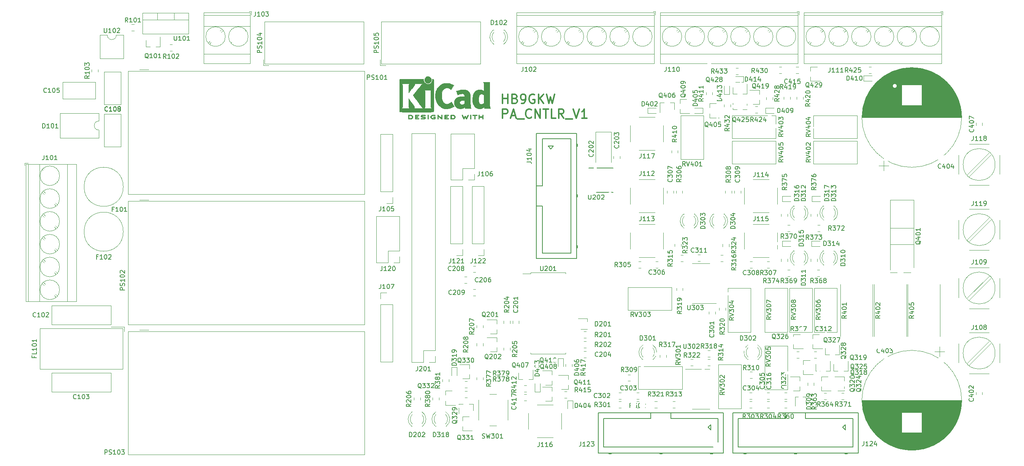
<source format=gbr>
%TF.GenerationSoftware,KiCad,Pcbnew,5.1.4+dfsg1-1~bpo10+1*%
%TF.CreationDate,2019-11-23T21:48:09+01:00*%
%TF.ProjectId,RF-AMP-CNTLR_V1,52462d41-4d50-42d4-934e-544c525f5631,rev?*%
%TF.SameCoordinates,Original*%
%TF.FileFunction,Legend,Top*%
%TF.FilePolarity,Positive*%
%FSLAX46Y46*%
G04 Gerber Fmt 4.6, Leading zero omitted, Abs format (unit mm)*
G04 Created by KiCad (PCBNEW 5.1.4+dfsg1-1~bpo10+1) date 2019-11-23 21:48:09*
%MOMM*%
%LPD*%
G04 APERTURE LIST*
%ADD10C,0.300000*%
%ADD11C,0.010000*%
%ADD12C,0.120000*%
%ADD13C,0.150000*%
%ADD14C,1.952000*%
%ADD15R,1.952000X1.952000*%
%ADD16C,2.802000*%
%ADD17C,8.702000*%
%ADD18C,2.102000*%
%ADD19O,1.702000X1.702000*%
%ADD20R,1.702000X1.702000*%
%ADD21R,2.102000X2.102000*%
%ADD22C,3.102000*%
%ADD23R,3.102000X3.102000*%
%ADD24C,0.100000*%
%ADD25C,1.252000*%
%ADD26C,2.702000*%
%ADD27R,2.702000X2.702000*%
%ADD28C,1.702000*%
%ADD29R,4.102000X4.102000*%
%ADD30C,4.102000*%
%ADD31C,2.177000*%
%ADD32R,1.902000X1.902000*%
%ADD33C,1.902000*%
%ADD34R,0.802000X0.552000*%
%ADD35R,0.552000X0.802000*%
%ADD36R,0.702000X0.802000*%
%ADD37R,0.802000X0.702000*%
%ADD38R,1.802000X1.802000*%
%ADD39C,1.802000*%
%ADD40O,1.802000X1.802000*%
%ADD41C,2.352000*%
%ADD42C,2.152000*%
%ADD43R,0.902000X1.002000*%
%ADD44R,1.002000X0.902000*%
%ADD45R,5.942000X4.042000*%
%ADD46R,0.702000X0.612000*%
%ADD47C,1.542000*%
%ADD48R,2.007000X2.102000*%
%ADD49O,2.007000X2.102000*%
%ADD50C,0.702000*%
%ADD51R,1.702000X0.512000*%
%ADD52C,3.302000*%
%ADD53R,4.602000X2.602000*%
%ADD54O,4.602000X2.602000*%
%ADD55C,0.902000*%
G04 APERTURE END LIST*
D10*
X126871190Y-70854761D02*
X126871190Y-68854761D01*
X126871190Y-69807142D02*
X128014047Y-69807142D01*
X128014047Y-70854761D02*
X128014047Y-68854761D01*
X129633095Y-69807142D02*
X129918809Y-69902380D01*
X130014047Y-69997619D01*
X130109285Y-70188095D01*
X130109285Y-70473809D01*
X130014047Y-70664285D01*
X129918809Y-70759523D01*
X129728333Y-70854761D01*
X128966428Y-70854761D01*
X128966428Y-68854761D01*
X129633095Y-68854761D01*
X129823571Y-68950000D01*
X129918809Y-69045238D01*
X130014047Y-69235714D01*
X130014047Y-69426190D01*
X129918809Y-69616666D01*
X129823571Y-69711904D01*
X129633095Y-69807142D01*
X128966428Y-69807142D01*
X131061666Y-70854761D02*
X131442619Y-70854761D01*
X131633095Y-70759523D01*
X131728333Y-70664285D01*
X131918809Y-70378571D01*
X132014047Y-69997619D01*
X132014047Y-69235714D01*
X131918809Y-69045238D01*
X131823571Y-68950000D01*
X131633095Y-68854761D01*
X131252142Y-68854761D01*
X131061666Y-68950000D01*
X130966428Y-69045238D01*
X130871190Y-69235714D01*
X130871190Y-69711904D01*
X130966428Y-69902380D01*
X131061666Y-69997619D01*
X131252142Y-70092857D01*
X131633095Y-70092857D01*
X131823571Y-69997619D01*
X131918809Y-69902380D01*
X132014047Y-69711904D01*
X133918809Y-68950000D02*
X133728333Y-68854761D01*
X133442619Y-68854761D01*
X133156904Y-68950000D01*
X132966428Y-69140476D01*
X132871190Y-69330952D01*
X132775952Y-69711904D01*
X132775952Y-69997619D01*
X132871190Y-70378571D01*
X132966428Y-70569047D01*
X133156904Y-70759523D01*
X133442619Y-70854761D01*
X133633095Y-70854761D01*
X133918809Y-70759523D01*
X134014047Y-70664285D01*
X134014047Y-69997619D01*
X133633095Y-69997619D01*
X134871190Y-70854761D02*
X134871190Y-68854761D01*
X136014047Y-70854761D02*
X135156904Y-69711904D01*
X136014047Y-68854761D02*
X134871190Y-69997619D01*
X136680714Y-68854761D02*
X137156904Y-70854761D01*
X137537857Y-69426190D01*
X137918809Y-70854761D01*
X138395000Y-68854761D01*
X126871190Y-74154761D02*
X126871190Y-72154761D01*
X127633095Y-72154761D01*
X127823571Y-72250000D01*
X127918809Y-72345238D01*
X128014047Y-72535714D01*
X128014047Y-72821428D01*
X127918809Y-73011904D01*
X127823571Y-73107142D01*
X127633095Y-73202380D01*
X126871190Y-73202380D01*
X128775952Y-73583333D02*
X129728333Y-73583333D01*
X128585476Y-74154761D02*
X129252142Y-72154761D01*
X129918809Y-74154761D01*
X130109285Y-74345238D02*
X131633095Y-74345238D01*
X133252142Y-73964285D02*
X133156904Y-74059523D01*
X132871190Y-74154761D01*
X132680714Y-74154761D01*
X132395000Y-74059523D01*
X132204523Y-73869047D01*
X132109285Y-73678571D01*
X132014047Y-73297619D01*
X132014047Y-73011904D01*
X132109285Y-72630952D01*
X132204523Y-72440476D01*
X132395000Y-72250000D01*
X132680714Y-72154761D01*
X132871190Y-72154761D01*
X133156904Y-72250000D01*
X133252142Y-72345238D01*
X134109285Y-74154761D02*
X134109285Y-72154761D01*
X135252142Y-74154761D01*
X135252142Y-72154761D01*
X135918809Y-72154761D02*
X137061666Y-72154761D01*
X136490238Y-74154761D02*
X136490238Y-72154761D01*
X138680714Y-74154761D02*
X137728333Y-74154761D01*
X137728333Y-72154761D01*
X140490238Y-74154761D02*
X139823571Y-73202380D01*
X139347380Y-74154761D02*
X139347380Y-72154761D01*
X140109285Y-72154761D01*
X140299761Y-72250000D01*
X140395000Y-72345238D01*
X140490238Y-72535714D01*
X140490238Y-72821428D01*
X140395000Y-73011904D01*
X140299761Y-73107142D01*
X140109285Y-73202380D01*
X139347380Y-73202380D01*
X140871190Y-74345238D02*
X142395000Y-74345238D01*
X142585476Y-72154761D02*
X143252142Y-74154761D01*
X143918809Y-72154761D01*
X145633095Y-74154761D02*
X144490238Y-74154761D01*
X145061666Y-74154761D02*
X145061666Y-72154761D01*
X144871190Y-72440476D01*
X144680714Y-72630952D01*
X144490238Y-72726190D01*
D11*
G36*
X106025292Y-73406409D02*
G01*
X106077857Y-73406944D01*
X106231881Y-73410660D01*
X106360875Y-73421699D01*
X106469237Y-73441246D01*
X106561362Y-73470483D01*
X106641647Y-73510597D01*
X106714488Y-73562769D01*
X106740505Y-73585433D01*
X106783663Y-73638462D01*
X106822579Y-73710421D01*
X106852573Y-73790184D01*
X106868965Y-73866625D01*
X106870668Y-73894872D01*
X106859995Y-73973174D01*
X106831393Y-74058705D01*
X106789989Y-74139663D01*
X106740905Y-74204246D01*
X106732933Y-74212038D01*
X106665400Y-74266808D01*
X106591448Y-74309563D01*
X106506812Y-74341423D01*
X106407229Y-74363508D01*
X106288434Y-74376938D01*
X106146166Y-74382834D01*
X106081000Y-74383334D01*
X105998145Y-74382935D01*
X105939877Y-74381266D01*
X105900730Y-74377622D01*
X105875237Y-74371293D01*
X105857932Y-74361574D01*
X105848656Y-74353274D01*
X105839894Y-74343192D01*
X105833021Y-74330185D01*
X105827808Y-74310769D01*
X105824027Y-74281460D01*
X105821449Y-74238773D01*
X105819846Y-74179225D01*
X105818989Y-74099330D01*
X105818649Y-73995605D01*
X105818597Y-73894872D01*
X105818266Y-73760519D01*
X105818338Y-73653192D01*
X105819616Y-73601795D01*
X106013981Y-73601795D01*
X106013981Y-74187949D01*
X106137975Y-74187835D01*
X106212585Y-74185696D01*
X106290728Y-74180183D01*
X106355926Y-74172472D01*
X106357910Y-74172155D01*
X106463283Y-74146678D01*
X106545014Y-74107000D01*
X106607184Y-74050538D01*
X106646686Y-73989406D01*
X106671026Y-73921593D01*
X106669139Y-73857919D01*
X106640891Y-73789665D01*
X106585638Y-73719056D01*
X106509073Y-73666735D01*
X106409551Y-73631763D01*
X106343039Y-73619386D01*
X106267539Y-73610694D01*
X106187521Y-73604404D01*
X106119462Y-73601788D01*
X106115431Y-73601776D01*
X106013981Y-73601795D01*
X105819616Y-73601795D01*
X105820410Y-73569881D01*
X105826085Y-73507579D01*
X105836959Y-73463275D01*
X105854632Y-73433960D01*
X105880703Y-73416625D01*
X105916771Y-73408261D01*
X105964434Y-73405859D01*
X106025292Y-73406409D01*
X106025292Y-73406409D01*
G37*
X106025292Y-73406409D02*
X106077857Y-73406944D01*
X106231881Y-73410660D01*
X106360875Y-73421699D01*
X106469237Y-73441246D01*
X106561362Y-73470483D01*
X106641647Y-73510597D01*
X106714488Y-73562769D01*
X106740505Y-73585433D01*
X106783663Y-73638462D01*
X106822579Y-73710421D01*
X106852573Y-73790184D01*
X106868965Y-73866625D01*
X106870668Y-73894872D01*
X106859995Y-73973174D01*
X106831393Y-74058705D01*
X106789989Y-74139663D01*
X106740905Y-74204246D01*
X106732933Y-74212038D01*
X106665400Y-74266808D01*
X106591448Y-74309563D01*
X106506812Y-74341423D01*
X106407229Y-74363508D01*
X106288434Y-74376938D01*
X106146166Y-74382834D01*
X106081000Y-74383334D01*
X105998145Y-74382935D01*
X105939877Y-74381266D01*
X105900730Y-74377622D01*
X105875237Y-74371293D01*
X105857932Y-74361574D01*
X105848656Y-74353274D01*
X105839894Y-74343192D01*
X105833021Y-74330185D01*
X105827808Y-74310769D01*
X105824027Y-74281460D01*
X105821449Y-74238773D01*
X105819846Y-74179225D01*
X105818989Y-74099330D01*
X105818649Y-73995605D01*
X105818597Y-73894872D01*
X105818266Y-73760519D01*
X105818338Y-73653192D01*
X105819616Y-73601795D01*
X106013981Y-73601795D01*
X106013981Y-74187949D01*
X106137975Y-74187835D01*
X106212585Y-74185696D01*
X106290728Y-74180183D01*
X106355926Y-74172472D01*
X106357910Y-74172155D01*
X106463283Y-74146678D01*
X106545014Y-74107000D01*
X106607184Y-74050538D01*
X106646686Y-73989406D01*
X106671026Y-73921593D01*
X106669139Y-73857919D01*
X106640891Y-73789665D01*
X106585638Y-73719056D01*
X106509073Y-73666735D01*
X106409551Y-73631763D01*
X106343039Y-73619386D01*
X106267539Y-73610694D01*
X106187521Y-73604404D01*
X106119462Y-73601788D01*
X106115431Y-73601776D01*
X106013981Y-73601795D01*
X105819616Y-73601795D01*
X105820410Y-73569881D01*
X105826085Y-73507579D01*
X105836959Y-73463275D01*
X105854632Y-73433960D01*
X105880703Y-73416625D01*
X105916771Y-73408261D01*
X105964434Y-73405859D01*
X106025292Y-73406409D01*
G36*
X107900616Y-73406516D02*
G01*
X107993024Y-73407012D01*
X108062773Y-73408165D01*
X108113563Y-73410244D01*
X108149095Y-73413515D01*
X108173068Y-73418247D01*
X108189182Y-73424707D01*
X108201137Y-73433163D01*
X108205467Y-73437055D01*
X108231795Y-73478404D01*
X108236535Y-73525916D01*
X108219216Y-73568095D01*
X108211207Y-73576620D01*
X108198254Y-73584885D01*
X108177398Y-73591261D01*
X108144770Y-73596059D01*
X108096504Y-73599588D01*
X108028732Y-73602158D01*
X107937586Y-73604081D01*
X107854255Y-73605251D01*
X107524454Y-73609310D01*
X107515440Y-73782150D01*
X107739304Y-73782150D01*
X107836492Y-73782989D01*
X107907643Y-73786496D01*
X107956755Y-73794159D01*
X107987829Y-73807467D01*
X108004862Y-73827905D01*
X108011854Y-73856963D01*
X108012916Y-73883931D01*
X108009616Y-73917021D01*
X107997163Y-73941404D01*
X107971726Y-73958353D01*
X107929475Y-73969143D01*
X107866580Y-73975048D01*
X107779211Y-73977341D01*
X107731525Y-73977535D01*
X107516940Y-73977535D01*
X107516940Y-74187949D01*
X107847591Y-74187949D01*
X107955976Y-74188100D01*
X108038349Y-74188778D01*
X108098757Y-74190320D01*
X108141247Y-74193063D01*
X108169865Y-74197345D01*
X108188658Y-74203503D01*
X108201672Y-74211873D01*
X108208301Y-74218008D01*
X108231039Y-74253813D01*
X108238360Y-74285641D01*
X108227907Y-74324518D01*
X108208301Y-74353274D01*
X108197841Y-74362327D01*
X108184338Y-74369357D01*
X108164160Y-74374618D01*
X108133675Y-74378365D01*
X108089251Y-74380854D01*
X108027255Y-74382339D01*
X107944055Y-74383075D01*
X107836019Y-74383318D01*
X107779957Y-74383334D01*
X107659902Y-74383227D01*
X107566272Y-74382739D01*
X107495437Y-74381613D01*
X107443765Y-74379595D01*
X107407623Y-74376430D01*
X107383378Y-74371863D01*
X107367399Y-74365640D01*
X107356053Y-74357504D01*
X107351614Y-74353274D01*
X107342829Y-74343160D01*
X107335942Y-74330112D01*
X107330725Y-74310634D01*
X107326947Y-74281228D01*
X107324376Y-74238398D01*
X107322782Y-74178648D01*
X107321935Y-74098481D01*
X107321604Y-73994401D01*
X107321555Y-73897492D01*
X107321600Y-73773387D01*
X107321912Y-73675830D01*
X107322758Y-73601310D01*
X107324404Y-73546315D01*
X107327117Y-73507334D01*
X107331163Y-73480857D01*
X107336809Y-73463370D01*
X107344320Y-73451364D01*
X107353964Y-73441327D01*
X107356340Y-73439090D01*
X107367871Y-73429183D01*
X107381268Y-73421512D01*
X107400250Y-73415790D01*
X107428531Y-73411732D01*
X107469828Y-73409052D01*
X107527858Y-73407466D01*
X107606337Y-73406688D01*
X107708980Y-73406432D01*
X107781850Y-73406410D01*
X107900616Y-73406516D01*
X107900616Y-73406516D01*
G37*
X107900616Y-73406516D02*
X107993024Y-73407012D01*
X108062773Y-73408165D01*
X108113563Y-73410244D01*
X108149095Y-73413515D01*
X108173068Y-73418247D01*
X108189182Y-73424707D01*
X108201137Y-73433163D01*
X108205467Y-73437055D01*
X108231795Y-73478404D01*
X108236535Y-73525916D01*
X108219216Y-73568095D01*
X108211207Y-73576620D01*
X108198254Y-73584885D01*
X108177398Y-73591261D01*
X108144770Y-73596059D01*
X108096504Y-73599588D01*
X108028732Y-73602158D01*
X107937586Y-73604081D01*
X107854255Y-73605251D01*
X107524454Y-73609310D01*
X107515440Y-73782150D01*
X107739304Y-73782150D01*
X107836492Y-73782989D01*
X107907643Y-73786496D01*
X107956755Y-73794159D01*
X107987829Y-73807467D01*
X108004862Y-73827905D01*
X108011854Y-73856963D01*
X108012916Y-73883931D01*
X108009616Y-73917021D01*
X107997163Y-73941404D01*
X107971726Y-73958353D01*
X107929475Y-73969143D01*
X107866580Y-73975048D01*
X107779211Y-73977341D01*
X107731525Y-73977535D01*
X107516940Y-73977535D01*
X107516940Y-74187949D01*
X107847591Y-74187949D01*
X107955976Y-74188100D01*
X108038349Y-74188778D01*
X108098757Y-74190320D01*
X108141247Y-74193063D01*
X108169865Y-74197345D01*
X108188658Y-74203503D01*
X108201672Y-74211873D01*
X108208301Y-74218008D01*
X108231039Y-74253813D01*
X108238360Y-74285641D01*
X108227907Y-74324518D01*
X108208301Y-74353274D01*
X108197841Y-74362327D01*
X108184338Y-74369357D01*
X108164160Y-74374618D01*
X108133675Y-74378365D01*
X108089251Y-74380854D01*
X108027255Y-74382339D01*
X107944055Y-74383075D01*
X107836019Y-74383318D01*
X107779957Y-74383334D01*
X107659902Y-74383227D01*
X107566272Y-74382739D01*
X107495437Y-74381613D01*
X107443765Y-74379595D01*
X107407623Y-74376430D01*
X107383378Y-74371863D01*
X107367399Y-74365640D01*
X107356053Y-74357504D01*
X107351614Y-74353274D01*
X107342829Y-74343160D01*
X107335942Y-74330112D01*
X107330725Y-74310634D01*
X107326947Y-74281228D01*
X107324376Y-74238398D01*
X107322782Y-74178648D01*
X107321935Y-74098481D01*
X107321604Y-73994401D01*
X107321555Y-73897492D01*
X107321600Y-73773387D01*
X107321912Y-73675830D01*
X107322758Y-73601310D01*
X107324404Y-73546315D01*
X107327117Y-73507334D01*
X107331163Y-73480857D01*
X107336809Y-73463370D01*
X107344320Y-73451364D01*
X107353964Y-73441327D01*
X107356340Y-73439090D01*
X107367871Y-73429183D01*
X107381268Y-73421512D01*
X107400250Y-73415790D01*
X107428531Y-73411732D01*
X107469828Y-73409052D01*
X107527858Y-73407466D01*
X107606337Y-73406688D01*
X107708980Y-73406432D01*
X107781850Y-73406410D01*
X107900616Y-73406516D01*
G36*
X109260058Y-73408121D02*
G01*
X109359663Y-73415084D01*
X109452302Y-73425959D01*
X109532588Y-73440338D01*
X109595138Y-73457810D01*
X109634565Y-73477966D01*
X109640617Y-73483899D01*
X109661662Y-73529939D01*
X109655280Y-73577204D01*
X109622639Y-73617642D01*
X109621082Y-73618801D01*
X109601883Y-73631261D01*
X109581841Y-73637813D01*
X109553886Y-73638608D01*
X109510947Y-73633800D01*
X109445955Y-73623539D01*
X109440727Y-73622675D01*
X109343885Y-73610778D01*
X109239402Y-73604909D01*
X109134611Y-73604852D01*
X109036844Y-73610391D01*
X108953434Y-73621309D01*
X108891713Y-73637389D01*
X108887658Y-73639005D01*
X108842882Y-73664093D01*
X108827150Y-73689482D01*
X108839466Y-73714451D01*
X108878831Y-73738280D01*
X108944248Y-73760246D01*
X109034720Y-73779630D01*
X109095046Y-73788962D01*
X109220446Y-73806913D01*
X109320181Y-73823323D01*
X109398500Y-73839612D01*
X109459653Y-73857202D01*
X109507887Y-73877513D01*
X109547451Y-73901967D01*
X109582594Y-73931984D01*
X109610835Y-73961460D01*
X109644338Y-74002531D01*
X109660827Y-74037846D01*
X109665983Y-74081357D01*
X109666170Y-74097292D01*
X109662298Y-74150169D01*
X109646819Y-74189507D01*
X109620031Y-74224424D01*
X109565587Y-74277798D01*
X109504876Y-74318502D01*
X109433388Y-74347864D01*
X109346610Y-74367211D01*
X109240032Y-74377870D01*
X109109143Y-74381169D01*
X109087531Y-74381113D01*
X109000248Y-74379304D01*
X108913687Y-74375193D01*
X108837284Y-74369370D01*
X108780476Y-74362425D01*
X108775882Y-74361628D01*
X108719401Y-74348248D01*
X108671494Y-74331346D01*
X108644373Y-74315895D01*
X108619135Y-74275130D01*
X108617377Y-74227662D01*
X108639134Y-74185359D01*
X108644002Y-74180576D01*
X108664124Y-74166363D01*
X108689288Y-74160240D01*
X108728233Y-74161282D01*
X108775511Y-74166698D01*
X108828341Y-74171537D01*
X108902398Y-74175619D01*
X108988855Y-74178582D01*
X109078883Y-74180061D01*
X109102561Y-74180158D01*
X109192924Y-74179794D01*
X109259057Y-74178040D01*
X109306779Y-74174287D01*
X109341908Y-74167927D01*
X109370264Y-74158351D01*
X109387305Y-74150375D01*
X109424750Y-74128229D01*
X109448625Y-74108172D01*
X109452114Y-74102487D01*
X109444753Y-74079009D01*
X109409759Y-74056281D01*
X109349558Y-74035334D01*
X109266575Y-74017200D01*
X109242126Y-74013161D01*
X109114424Y-73993103D01*
X109012506Y-73976338D01*
X108932440Y-73961647D01*
X108870292Y-73947812D01*
X108822128Y-73933615D01*
X108784014Y-73917837D01*
X108752016Y-73899260D01*
X108722202Y-73876666D01*
X108690636Y-73848837D01*
X108680014Y-73839080D01*
X108642773Y-73802666D01*
X108623059Y-73773816D01*
X108615347Y-73740802D01*
X108614099Y-73699199D01*
X108627831Y-73617615D01*
X108668868Y-73548298D01*
X108736976Y-73491472D01*
X108831919Y-73447361D01*
X108899662Y-73427576D01*
X108973287Y-73414797D01*
X109061485Y-73407568D01*
X109158870Y-73405479D01*
X109260058Y-73408121D01*
X109260058Y-73408121D01*
G37*
X109260058Y-73408121D02*
X109359663Y-73415084D01*
X109452302Y-73425959D01*
X109532588Y-73440338D01*
X109595138Y-73457810D01*
X109634565Y-73477966D01*
X109640617Y-73483899D01*
X109661662Y-73529939D01*
X109655280Y-73577204D01*
X109622639Y-73617642D01*
X109621082Y-73618801D01*
X109601883Y-73631261D01*
X109581841Y-73637813D01*
X109553886Y-73638608D01*
X109510947Y-73633800D01*
X109445955Y-73623539D01*
X109440727Y-73622675D01*
X109343885Y-73610778D01*
X109239402Y-73604909D01*
X109134611Y-73604852D01*
X109036844Y-73610391D01*
X108953434Y-73621309D01*
X108891713Y-73637389D01*
X108887658Y-73639005D01*
X108842882Y-73664093D01*
X108827150Y-73689482D01*
X108839466Y-73714451D01*
X108878831Y-73738280D01*
X108944248Y-73760246D01*
X109034720Y-73779630D01*
X109095046Y-73788962D01*
X109220446Y-73806913D01*
X109320181Y-73823323D01*
X109398500Y-73839612D01*
X109459653Y-73857202D01*
X109507887Y-73877513D01*
X109547451Y-73901967D01*
X109582594Y-73931984D01*
X109610835Y-73961460D01*
X109644338Y-74002531D01*
X109660827Y-74037846D01*
X109665983Y-74081357D01*
X109666170Y-74097292D01*
X109662298Y-74150169D01*
X109646819Y-74189507D01*
X109620031Y-74224424D01*
X109565587Y-74277798D01*
X109504876Y-74318502D01*
X109433388Y-74347864D01*
X109346610Y-74367211D01*
X109240032Y-74377870D01*
X109109143Y-74381169D01*
X109087531Y-74381113D01*
X109000248Y-74379304D01*
X108913687Y-74375193D01*
X108837284Y-74369370D01*
X108780476Y-74362425D01*
X108775882Y-74361628D01*
X108719401Y-74348248D01*
X108671494Y-74331346D01*
X108644373Y-74315895D01*
X108619135Y-74275130D01*
X108617377Y-74227662D01*
X108639134Y-74185359D01*
X108644002Y-74180576D01*
X108664124Y-74166363D01*
X108689288Y-74160240D01*
X108728233Y-74161282D01*
X108775511Y-74166698D01*
X108828341Y-74171537D01*
X108902398Y-74175619D01*
X108988855Y-74178582D01*
X109078883Y-74180061D01*
X109102561Y-74180158D01*
X109192924Y-74179794D01*
X109259057Y-74178040D01*
X109306779Y-74174287D01*
X109341908Y-74167927D01*
X109370264Y-74158351D01*
X109387305Y-74150375D01*
X109424750Y-74128229D01*
X109448625Y-74108172D01*
X109452114Y-74102487D01*
X109444753Y-74079009D01*
X109409759Y-74056281D01*
X109349558Y-74035334D01*
X109266575Y-74017200D01*
X109242126Y-74013161D01*
X109114424Y-73993103D01*
X109012506Y-73976338D01*
X108932440Y-73961647D01*
X108870292Y-73947812D01*
X108822128Y-73933615D01*
X108784014Y-73917837D01*
X108752016Y-73899260D01*
X108722202Y-73876666D01*
X108690636Y-73848837D01*
X108680014Y-73839080D01*
X108642773Y-73802666D01*
X108623059Y-73773816D01*
X108615347Y-73740802D01*
X108614099Y-73699199D01*
X108627831Y-73617615D01*
X108668868Y-73548298D01*
X108736976Y-73491472D01*
X108831919Y-73447361D01*
X108899662Y-73427576D01*
X108973287Y-73414797D01*
X109061485Y-73407568D01*
X109158870Y-73405479D01*
X109260058Y-73408121D01*
G36*
X110282383Y-73436470D02*
G01*
X110291145Y-73446552D01*
X110298018Y-73459559D01*
X110303231Y-73478975D01*
X110307012Y-73508284D01*
X110309590Y-73550971D01*
X110311193Y-73610519D01*
X110312051Y-73690414D01*
X110312390Y-73794140D01*
X110312443Y-73894872D01*
X110312350Y-74019816D01*
X110311919Y-74118185D01*
X110310923Y-74193465D01*
X110309131Y-74249138D01*
X110306317Y-74288690D01*
X110302250Y-74315605D01*
X110296704Y-74333367D01*
X110289449Y-74345461D01*
X110282383Y-74353274D01*
X110238444Y-74379476D01*
X110191626Y-74377125D01*
X110149737Y-74348548D01*
X110140112Y-74337391D01*
X110132591Y-74324447D01*
X110126912Y-74306136D01*
X110122819Y-74278882D01*
X110120051Y-74239104D01*
X110118350Y-74183226D01*
X110117457Y-74107668D01*
X110117113Y-74008852D01*
X110117058Y-73896978D01*
X110117058Y-73480192D01*
X110153949Y-73443301D01*
X110199421Y-73412264D01*
X110243530Y-73411145D01*
X110282383Y-73436470D01*
X110282383Y-73436470D01*
G37*
X110282383Y-73436470D02*
X110291145Y-73446552D01*
X110298018Y-73459559D01*
X110303231Y-73478975D01*
X110307012Y-73508284D01*
X110309590Y-73550971D01*
X110311193Y-73610519D01*
X110312051Y-73690414D01*
X110312390Y-73794140D01*
X110312443Y-73894872D01*
X110312350Y-74019816D01*
X110311919Y-74118185D01*
X110310923Y-74193465D01*
X110309131Y-74249138D01*
X110306317Y-74288690D01*
X110302250Y-74315605D01*
X110296704Y-74333367D01*
X110289449Y-74345461D01*
X110282383Y-74353274D01*
X110238444Y-74379476D01*
X110191626Y-74377125D01*
X110149737Y-74348548D01*
X110140112Y-74337391D01*
X110132591Y-74324447D01*
X110126912Y-74306136D01*
X110122819Y-74278882D01*
X110120051Y-74239104D01*
X110118350Y-74183226D01*
X110117457Y-74107668D01*
X110117113Y-74008852D01*
X110117058Y-73896978D01*
X110117058Y-73480192D01*
X110153949Y-73443301D01*
X110199421Y-73412264D01*
X110243530Y-73411145D01*
X110282383Y-73436470D01*
G36*
X111578784Y-73413776D02*
G01*
X111670005Y-73429082D01*
X111740064Y-73452875D01*
X111785642Y-73484204D01*
X111798062Y-73502078D01*
X111810692Y-73543649D01*
X111802193Y-73581256D01*
X111775361Y-73616919D01*
X111733670Y-73633603D01*
X111673176Y-73632248D01*
X111626387Y-73623209D01*
X111522418Y-73605987D01*
X111416166Y-73604351D01*
X111297237Y-73618329D01*
X111264386Y-73624252D01*
X111153801Y-73655431D01*
X111067287Y-73701810D01*
X111005793Y-73762599D01*
X110970268Y-73837008D01*
X110962921Y-73875478D01*
X110967730Y-73953527D01*
X110998780Y-74022581D01*
X111053240Y-74081293D01*
X111128282Y-74128317D01*
X111221076Y-74162307D01*
X111328794Y-74181918D01*
X111448605Y-74185805D01*
X111577681Y-74172620D01*
X111584969Y-74171376D01*
X111636308Y-74161814D01*
X111664774Y-74152578D01*
X111677112Y-74138873D01*
X111680068Y-74115906D01*
X111680135Y-74103743D01*
X111680135Y-74052683D01*
X111588969Y-74052683D01*
X111508464Y-74047168D01*
X111453525Y-74029594D01*
X111421560Y-73998417D01*
X111409974Y-73952094D01*
X111409833Y-73946048D01*
X111416611Y-73906453D01*
X111439855Y-73878181D01*
X111483116Y-73859471D01*
X111549945Y-73848564D01*
X111614676Y-73844554D01*
X111708759Y-73842253D01*
X111777002Y-73845764D01*
X111823545Y-73858719D01*
X111852528Y-73884750D01*
X111868091Y-73927491D01*
X111874375Y-73990574D01*
X111875520Y-74073428D01*
X111873644Y-74165910D01*
X111868000Y-74228818D01*
X111858564Y-74262403D01*
X111856733Y-74265033D01*
X111804921Y-74306998D01*
X111728956Y-74340232D01*
X111633654Y-74364023D01*
X111523830Y-74377663D01*
X111404300Y-74380442D01*
X111279880Y-74371649D01*
X111206703Y-74360849D01*
X111091926Y-74328362D01*
X110985250Y-74275250D01*
X110895935Y-74206319D01*
X110882360Y-74192542D01*
X110838254Y-74134622D01*
X110798457Y-74062840D01*
X110767619Y-73987583D01*
X110750389Y-73919241D01*
X110748312Y-73892993D01*
X110757153Y-73838241D01*
X110780651Y-73770119D01*
X110814297Y-73698414D01*
X110853582Y-73632913D01*
X110888291Y-73589162D01*
X110969443Y-73524083D01*
X111074348Y-73472285D01*
X111199246Y-73434938D01*
X111340379Y-73413217D01*
X111469721Y-73407909D01*
X111578784Y-73413776D01*
X111578784Y-73413776D01*
G37*
X111578784Y-73413776D02*
X111670005Y-73429082D01*
X111740064Y-73452875D01*
X111785642Y-73484204D01*
X111798062Y-73502078D01*
X111810692Y-73543649D01*
X111802193Y-73581256D01*
X111775361Y-73616919D01*
X111733670Y-73633603D01*
X111673176Y-73632248D01*
X111626387Y-73623209D01*
X111522418Y-73605987D01*
X111416166Y-73604351D01*
X111297237Y-73618329D01*
X111264386Y-73624252D01*
X111153801Y-73655431D01*
X111067287Y-73701810D01*
X111005793Y-73762599D01*
X110970268Y-73837008D01*
X110962921Y-73875478D01*
X110967730Y-73953527D01*
X110998780Y-74022581D01*
X111053240Y-74081293D01*
X111128282Y-74128317D01*
X111221076Y-74162307D01*
X111328794Y-74181918D01*
X111448605Y-74185805D01*
X111577681Y-74172620D01*
X111584969Y-74171376D01*
X111636308Y-74161814D01*
X111664774Y-74152578D01*
X111677112Y-74138873D01*
X111680068Y-74115906D01*
X111680135Y-74103743D01*
X111680135Y-74052683D01*
X111588969Y-74052683D01*
X111508464Y-74047168D01*
X111453525Y-74029594D01*
X111421560Y-73998417D01*
X111409974Y-73952094D01*
X111409833Y-73946048D01*
X111416611Y-73906453D01*
X111439855Y-73878181D01*
X111483116Y-73859471D01*
X111549945Y-73848564D01*
X111614676Y-73844554D01*
X111708759Y-73842253D01*
X111777002Y-73845764D01*
X111823545Y-73858719D01*
X111852528Y-73884750D01*
X111868091Y-73927491D01*
X111874375Y-73990574D01*
X111875520Y-74073428D01*
X111873644Y-74165910D01*
X111868000Y-74228818D01*
X111858564Y-74262403D01*
X111856733Y-74265033D01*
X111804921Y-74306998D01*
X111728956Y-74340232D01*
X111633654Y-74364023D01*
X111523830Y-74377663D01*
X111404300Y-74380442D01*
X111279880Y-74371649D01*
X111206703Y-74360849D01*
X111091926Y-74328362D01*
X110985250Y-74275250D01*
X110895935Y-74206319D01*
X110882360Y-74192542D01*
X110838254Y-74134622D01*
X110798457Y-74062840D01*
X110767619Y-73987583D01*
X110750389Y-73919241D01*
X110748312Y-73892993D01*
X110757153Y-73838241D01*
X110780651Y-73770119D01*
X110814297Y-73698414D01*
X110853582Y-73632913D01*
X110888291Y-73589162D01*
X110969443Y-73524083D01*
X111074348Y-73472285D01*
X111199246Y-73434938D01*
X111340379Y-73413217D01*
X111469721Y-73407909D01*
X111578784Y-73413776D01*
G36*
X112444126Y-73412244D02*
G01*
X112475501Y-73430649D01*
X112516524Y-73460749D01*
X112569322Y-73503960D01*
X112636021Y-73561702D01*
X112718747Y-73635392D01*
X112819626Y-73726448D01*
X112935105Y-73831138D01*
X113175579Y-74049207D01*
X113183094Y-73756508D01*
X113185807Y-73655754D01*
X113188424Y-73580722D01*
X113191526Y-73527084D01*
X113195690Y-73490510D01*
X113201495Y-73466671D01*
X113209522Y-73451238D01*
X113220349Y-73439882D01*
X113226090Y-73435110D01*
X113272063Y-73409877D01*
X113315809Y-73413566D01*
X113350511Y-73435123D01*
X113385993Y-73463835D01*
X113390406Y-73883150D01*
X113391627Y-74006471D01*
X113392249Y-74103348D01*
X113392056Y-74177394D01*
X113390832Y-74232221D01*
X113388362Y-74271443D01*
X113384432Y-74298673D01*
X113378826Y-74317523D01*
X113371328Y-74331605D01*
X113363013Y-74342899D01*
X113345024Y-74363846D01*
X113327125Y-74377731D01*
X113306834Y-74383060D01*
X113281668Y-74378340D01*
X113249146Y-74362077D01*
X113206783Y-74332777D01*
X113152098Y-74288946D01*
X113082609Y-74229091D01*
X112995831Y-74151718D01*
X112897531Y-74062814D01*
X112544336Y-73742435D01*
X112536821Y-74034177D01*
X112534103Y-74134747D01*
X112531479Y-74209604D01*
X112528367Y-74263084D01*
X112524184Y-74299526D01*
X112518349Y-74323268D01*
X112510280Y-74338646D01*
X112499395Y-74350000D01*
X112493825Y-74354626D01*
X112444590Y-74380042D01*
X112398069Y-74376209D01*
X112357557Y-74343733D01*
X112348290Y-74330667D01*
X112341067Y-74315409D01*
X112335634Y-74294296D01*
X112331738Y-74263669D01*
X112329125Y-74219866D01*
X112327539Y-74159227D01*
X112326728Y-74078091D01*
X112326438Y-73972797D01*
X112326407Y-73894872D01*
X112326505Y-73772988D01*
X112326967Y-73677503D01*
X112328049Y-73604755D01*
X112330003Y-73551083D01*
X112333084Y-73512827D01*
X112337546Y-73486327D01*
X112343643Y-73467920D01*
X112351629Y-73453948D01*
X112357557Y-73446011D01*
X112372584Y-73427212D01*
X112386628Y-73413017D01*
X112401816Y-73404846D01*
X112420273Y-73404116D01*
X112444126Y-73412244D01*
X112444126Y-73412244D01*
G37*
X112444126Y-73412244D02*
X112475501Y-73430649D01*
X112516524Y-73460749D01*
X112569322Y-73503960D01*
X112636021Y-73561702D01*
X112718747Y-73635392D01*
X112819626Y-73726448D01*
X112935105Y-73831138D01*
X113175579Y-74049207D01*
X113183094Y-73756508D01*
X113185807Y-73655754D01*
X113188424Y-73580722D01*
X113191526Y-73527084D01*
X113195690Y-73490510D01*
X113201495Y-73466671D01*
X113209522Y-73451238D01*
X113220349Y-73439882D01*
X113226090Y-73435110D01*
X113272063Y-73409877D01*
X113315809Y-73413566D01*
X113350511Y-73435123D01*
X113385993Y-73463835D01*
X113390406Y-73883150D01*
X113391627Y-74006471D01*
X113392249Y-74103348D01*
X113392056Y-74177394D01*
X113390832Y-74232221D01*
X113388362Y-74271443D01*
X113384432Y-74298673D01*
X113378826Y-74317523D01*
X113371328Y-74331605D01*
X113363013Y-74342899D01*
X113345024Y-74363846D01*
X113327125Y-74377731D01*
X113306834Y-74383060D01*
X113281668Y-74378340D01*
X113249146Y-74362077D01*
X113206783Y-74332777D01*
X113152098Y-74288946D01*
X113082609Y-74229091D01*
X112995831Y-74151718D01*
X112897531Y-74062814D01*
X112544336Y-73742435D01*
X112536821Y-74034177D01*
X112534103Y-74134747D01*
X112531479Y-74209604D01*
X112528367Y-74263084D01*
X112524184Y-74299526D01*
X112518349Y-74323268D01*
X112510280Y-74338646D01*
X112499395Y-74350000D01*
X112493825Y-74354626D01*
X112444590Y-74380042D01*
X112398069Y-74376209D01*
X112357557Y-74343733D01*
X112348290Y-74330667D01*
X112341067Y-74315409D01*
X112335634Y-74294296D01*
X112331738Y-74263669D01*
X112329125Y-74219866D01*
X112327539Y-74159227D01*
X112326728Y-74078091D01*
X112326438Y-73972797D01*
X112326407Y-73894872D01*
X112326505Y-73772988D01*
X112326967Y-73677503D01*
X112328049Y-73604755D01*
X112330003Y-73551083D01*
X112333084Y-73512827D01*
X112337546Y-73486327D01*
X112343643Y-73467920D01*
X112351629Y-73453948D01*
X112357557Y-73446011D01*
X112372584Y-73427212D01*
X112386628Y-73413017D01*
X112401816Y-73404846D01*
X112420273Y-73404116D01*
X112444126Y-73412244D01*
G36*
X114481716Y-73406667D02*
G01*
X114583377Y-73407884D01*
X114661282Y-73410730D01*
X114718581Y-73415874D01*
X114758427Y-73423984D01*
X114783968Y-73435731D01*
X114798357Y-73451782D01*
X114804745Y-73472808D01*
X114806281Y-73499476D01*
X114806289Y-73502626D01*
X114804955Y-73532790D01*
X114798651Y-73556103D01*
X114783922Y-73573506D01*
X114757315Y-73585940D01*
X114715374Y-73594345D01*
X114654646Y-73599665D01*
X114571676Y-73602839D01*
X114463011Y-73604809D01*
X114429705Y-73605245D01*
X114107413Y-73609310D01*
X114102906Y-73695730D01*
X114098398Y-73782150D01*
X114322263Y-73782150D01*
X114409721Y-73782473D01*
X114472169Y-73783837D01*
X114514654Y-73786839D01*
X114542223Y-73792073D01*
X114559922Y-73800135D01*
X114572797Y-73811620D01*
X114572880Y-73811711D01*
X114596230Y-73856471D01*
X114595386Y-73904847D01*
X114570879Y-73946086D01*
X114566029Y-73950325D01*
X114548815Y-73961249D01*
X114525226Y-73968849D01*
X114490007Y-73973697D01*
X114437900Y-73976366D01*
X114363650Y-73977428D01*
X114316162Y-73977535D01*
X114099898Y-73977535D01*
X114099898Y-74187949D01*
X114428220Y-74187949D01*
X114536618Y-74188139D01*
X114618935Y-74188914D01*
X114679149Y-74190584D01*
X114721235Y-74193458D01*
X114749171Y-74197847D01*
X114766934Y-74204059D01*
X114778500Y-74212404D01*
X114781415Y-74215434D01*
X114802936Y-74257434D01*
X114804510Y-74305214D01*
X114786855Y-74346642D01*
X114772885Y-74359937D01*
X114758354Y-74367256D01*
X114735838Y-74372919D01*
X114701776Y-74377123D01*
X114652607Y-74380068D01*
X114584768Y-74381951D01*
X114494698Y-74382970D01*
X114378837Y-74383325D01*
X114352643Y-74383334D01*
X114234839Y-74383256D01*
X114143396Y-74382831D01*
X114074614Y-74381766D01*
X114024796Y-74379769D01*
X113990240Y-74376550D01*
X113967250Y-74371816D01*
X113952126Y-74365277D01*
X113941169Y-74356641D01*
X113935158Y-74350440D01*
X113926110Y-74339457D01*
X113919042Y-74325852D01*
X113913709Y-74306056D01*
X113909868Y-74276502D01*
X113907275Y-74233621D01*
X113905687Y-74173845D01*
X113904861Y-74093607D01*
X113904552Y-73989339D01*
X113904514Y-73901580D01*
X113904608Y-73778608D01*
X113905057Y-73682069D01*
X113906108Y-73608339D01*
X113908010Y-73553790D01*
X113911009Y-73514799D01*
X113915355Y-73487739D01*
X113921294Y-73468984D01*
X113929075Y-73454910D01*
X113935664Y-73446011D01*
X113966814Y-73406410D01*
X114353148Y-73406410D01*
X114481716Y-73406667D01*
X114481716Y-73406667D01*
G37*
X114481716Y-73406667D02*
X114583377Y-73407884D01*
X114661282Y-73410730D01*
X114718581Y-73415874D01*
X114758427Y-73423984D01*
X114783968Y-73435731D01*
X114798357Y-73451782D01*
X114804745Y-73472808D01*
X114806281Y-73499476D01*
X114806289Y-73502626D01*
X114804955Y-73532790D01*
X114798651Y-73556103D01*
X114783922Y-73573506D01*
X114757315Y-73585940D01*
X114715374Y-73594345D01*
X114654646Y-73599665D01*
X114571676Y-73602839D01*
X114463011Y-73604809D01*
X114429705Y-73605245D01*
X114107413Y-73609310D01*
X114102906Y-73695730D01*
X114098398Y-73782150D01*
X114322263Y-73782150D01*
X114409721Y-73782473D01*
X114472169Y-73783837D01*
X114514654Y-73786839D01*
X114542223Y-73792073D01*
X114559922Y-73800135D01*
X114572797Y-73811620D01*
X114572880Y-73811711D01*
X114596230Y-73856471D01*
X114595386Y-73904847D01*
X114570879Y-73946086D01*
X114566029Y-73950325D01*
X114548815Y-73961249D01*
X114525226Y-73968849D01*
X114490007Y-73973697D01*
X114437900Y-73976366D01*
X114363650Y-73977428D01*
X114316162Y-73977535D01*
X114099898Y-73977535D01*
X114099898Y-74187949D01*
X114428220Y-74187949D01*
X114536618Y-74188139D01*
X114618935Y-74188914D01*
X114679149Y-74190584D01*
X114721235Y-74193458D01*
X114749171Y-74197847D01*
X114766934Y-74204059D01*
X114778500Y-74212404D01*
X114781415Y-74215434D01*
X114802936Y-74257434D01*
X114804510Y-74305214D01*
X114786855Y-74346642D01*
X114772885Y-74359937D01*
X114758354Y-74367256D01*
X114735838Y-74372919D01*
X114701776Y-74377123D01*
X114652607Y-74380068D01*
X114584768Y-74381951D01*
X114494698Y-74382970D01*
X114378837Y-74383325D01*
X114352643Y-74383334D01*
X114234839Y-74383256D01*
X114143396Y-74382831D01*
X114074614Y-74381766D01*
X114024796Y-74379769D01*
X113990240Y-74376550D01*
X113967250Y-74371816D01*
X113952126Y-74365277D01*
X113941169Y-74356641D01*
X113935158Y-74350440D01*
X113926110Y-74339457D01*
X113919042Y-74325852D01*
X113913709Y-74306056D01*
X113909868Y-74276502D01*
X113907275Y-74233621D01*
X113905687Y-74173845D01*
X113904861Y-74093607D01*
X113904552Y-73989339D01*
X113904514Y-73901580D01*
X113904608Y-73778608D01*
X113905057Y-73682069D01*
X113906108Y-73608339D01*
X113908010Y-73553790D01*
X113911009Y-73514799D01*
X113915355Y-73487739D01*
X113921294Y-73468984D01*
X113929075Y-73454910D01*
X113935664Y-73446011D01*
X113966814Y-73406410D01*
X114353148Y-73406410D01*
X114481716Y-73406667D01*
G36*
X115530783Y-73406687D02*
G01*
X115702501Y-73412493D01*
X115848555Y-73430101D01*
X115971353Y-73460563D01*
X116073303Y-73504935D01*
X116156814Y-73564271D01*
X116224293Y-73639624D01*
X116278149Y-73732050D01*
X116279208Y-73734304D01*
X116311349Y-73817024D01*
X116322801Y-73890284D01*
X116313520Y-73964012D01*
X116283461Y-74048135D01*
X116277761Y-74060937D01*
X116238885Y-74135862D01*
X116195195Y-74193757D01*
X116138806Y-74242972D01*
X116061838Y-74291857D01*
X116057366Y-74294409D01*
X115990363Y-74326595D01*
X115914631Y-74350632D01*
X115825304Y-74367351D01*
X115717515Y-74377579D01*
X115586398Y-74382146D01*
X115540072Y-74382543D01*
X115319476Y-74383334D01*
X115288326Y-74343733D01*
X115279086Y-74330711D01*
X115271878Y-74315504D01*
X115266450Y-74294466D01*
X115262551Y-74263950D01*
X115259929Y-74220311D01*
X115259074Y-74187949D01*
X115467591Y-74187949D01*
X115592582Y-74187949D01*
X115665723Y-74185810D01*
X115740807Y-74180181D01*
X115802430Y-74172243D01*
X115806149Y-74171575D01*
X115915599Y-74142212D01*
X116000494Y-74098097D01*
X116063518Y-74037183D01*
X116107360Y-73957424D01*
X116114983Y-73936284D01*
X116122456Y-73903362D01*
X116119221Y-73870836D01*
X116103479Y-73827564D01*
X116093990Y-73806307D01*
X116062917Y-73749820D01*
X116025479Y-73710191D01*
X115984287Y-73682594D01*
X115901776Y-73646682D01*
X115796179Y-73620668D01*
X115673164Y-73605688D01*
X115584070Y-73602392D01*
X115467591Y-73601795D01*
X115467591Y-74187949D01*
X115259074Y-74187949D01*
X115258332Y-74159900D01*
X115257510Y-74079072D01*
X115257210Y-73974181D01*
X115257176Y-73892162D01*
X115257176Y-73480192D01*
X115294067Y-73443301D01*
X115310440Y-73428348D01*
X115328143Y-73418108D01*
X115352865Y-73411701D01*
X115390294Y-73408247D01*
X115446119Y-73406867D01*
X115526028Y-73406681D01*
X115530783Y-73406687D01*
X115530783Y-73406687D01*
G37*
X115530783Y-73406687D02*
X115702501Y-73412493D01*
X115848555Y-73430101D01*
X115971353Y-73460563D01*
X116073303Y-73504935D01*
X116156814Y-73564271D01*
X116224293Y-73639624D01*
X116278149Y-73732050D01*
X116279208Y-73734304D01*
X116311349Y-73817024D01*
X116322801Y-73890284D01*
X116313520Y-73964012D01*
X116283461Y-74048135D01*
X116277761Y-74060937D01*
X116238885Y-74135862D01*
X116195195Y-74193757D01*
X116138806Y-74242972D01*
X116061838Y-74291857D01*
X116057366Y-74294409D01*
X115990363Y-74326595D01*
X115914631Y-74350632D01*
X115825304Y-74367351D01*
X115717515Y-74377579D01*
X115586398Y-74382146D01*
X115540072Y-74382543D01*
X115319476Y-74383334D01*
X115288326Y-74343733D01*
X115279086Y-74330711D01*
X115271878Y-74315504D01*
X115266450Y-74294466D01*
X115262551Y-74263950D01*
X115259929Y-74220311D01*
X115259074Y-74187949D01*
X115467591Y-74187949D01*
X115592582Y-74187949D01*
X115665723Y-74185810D01*
X115740807Y-74180181D01*
X115802430Y-74172243D01*
X115806149Y-74171575D01*
X115915599Y-74142212D01*
X116000494Y-74098097D01*
X116063518Y-74037183D01*
X116107360Y-73957424D01*
X116114983Y-73936284D01*
X116122456Y-73903362D01*
X116119221Y-73870836D01*
X116103479Y-73827564D01*
X116093990Y-73806307D01*
X116062917Y-73749820D01*
X116025479Y-73710191D01*
X115984287Y-73682594D01*
X115901776Y-73646682D01*
X115796179Y-73620668D01*
X115673164Y-73605688D01*
X115584070Y-73602392D01*
X115467591Y-73601795D01*
X115467591Y-74187949D01*
X115259074Y-74187949D01*
X115258332Y-74159900D01*
X115257510Y-74079072D01*
X115257210Y-73974181D01*
X115257176Y-73892162D01*
X115257176Y-73480192D01*
X115294067Y-73443301D01*
X115310440Y-73428348D01*
X115328143Y-73418108D01*
X115352865Y-73411701D01*
X115390294Y-73408247D01*
X115446119Y-73406867D01*
X115526028Y-73406681D01*
X115530783Y-73406687D01*
G36*
X119160547Y-73409030D02*
G01*
X119186628Y-73418350D01*
X119187634Y-73418806D01*
X119223052Y-73445834D01*
X119242566Y-73473636D01*
X119246384Y-73486672D01*
X119246195Y-73503992D01*
X119240822Y-73528667D01*
X119229088Y-73563764D01*
X119209813Y-73612353D01*
X119181822Y-73677502D01*
X119143936Y-73762281D01*
X119094978Y-73869759D01*
X119068031Y-73928503D01*
X119019370Y-74033373D01*
X118973690Y-74129814D01*
X118932734Y-74214298D01*
X118898246Y-74283300D01*
X118871969Y-74333294D01*
X118855646Y-74360754D01*
X118852416Y-74364547D01*
X118811089Y-74381280D01*
X118764409Y-74379039D01*
X118726970Y-74358687D01*
X118725444Y-74357032D01*
X118710551Y-74334486D01*
X118685569Y-74290571D01*
X118653579Y-74230940D01*
X118617660Y-74161246D01*
X118604752Y-74135563D01*
X118507314Y-73940397D01*
X118401106Y-74152407D01*
X118363197Y-74225661D01*
X118328027Y-74289190D01*
X118298468Y-74338131D01*
X118277394Y-74367622D01*
X118270252Y-74373876D01*
X118214738Y-74382345D01*
X118168929Y-74364547D01*
X118155454Y-74345525D01*
X118132136Y-74303249D01*
X118100877Y-74241880D01*
X118063580Y-74165576D01*
X118022146Y-74078499D01*
X117978478Y-73984807D01*
X117934478Y-73888661D01*
X117892048Y-73794221D01*
X117853090Y-73705645D01*
X117819507Y-73627096D01*
X117793201Y-73562731D01*
X117776074Y-73516711D01*
X117770029Y-73493197D01*
X117770091Y-73492345D01*
X117784800Y-73462756D01*
X117814202Y-73432620D01*
X117815933Y-73431308D01*
X117852070Y-73410882D01*
X117885494Y-73411080D01*
X117898022Y-73414931D01*
X117913287Y-73423253D01*
X117929498Y-73439625D01*
X117948599Y-73467442D01*
X117972535Y-73510100D01*
X118003251Y-73570995D01*
X118042691Y-73653525D01*
X118078258Y-73729707D01*
X118119177Y-73818014D01*
X118155844Y-73897426D01*
X118186354Y-73963796D01*
X118208802Y-74012975D01*
X118221283Y-74040813D01*
X118223103Y-74045168D01*
X118231290Y-74038049D01*
X118250105Y-74008241D01*
X118277046Y-73960096D01*
X118309608Y-73897963D01*
X118322566Y-73872328D01*
X118366460Y-73785765D01*
X118400311Y-73722725D01*
X118426897Y-73679542D01*
X118448995Y-73652552D01*
X118469384Y-73638088D01*
X118490840Y-73632487D01*
X118504823Y-73631854D01*
X118529488Y-73634040D01*
X118551102Y-73643079D01*
X118572578Y-73662697D01*
X118596830Y-73696617D01*
X118626770Y-73748562D01*
X118665313Y-73822258D01*
X118686578Y-73864180D01*
X118721072Y-73930994D01*
X118751156Y-73986401D01*
X118774177Y-74025727D01*
X118787480Y-74044296D01*
X118789289Y-74045069D01*
X118797880Y-74030455D01*
X118817114Y-73992507D01*
X118845065Y-73935196D01*
X118879807Y-73862496D01*
X118919413Y-73778376D01*
X118938896Y-73736594D01*
X118989580Y-73628763D01*
X119030393Y-73545790D01*
X119063454Y-73484966D01*
X119090881Y-73443585D01*
X119114792Y-73418940D01*
X119137308Y-73408324D01*
X119160547Y-73409030D01*
X119160547Y-73409030D01*
G37*
X119160547Y-73409030D02*
X119186628Y-73418350D01*
X119187634Y-73418806D01*
X119223052Y-73445834D01*
X119242566Y-73473636D01*
X119246384Y-73486672D01*
X119246195Y-73503992D01*
X119240822Y-73528667D01*
X119229088Y-73563764D01*
X119209813Y-73612353D01*
X119181822Y-73677502D01*
X119143936Y-73762281D01*
X119094978Y-73869759D01*
X119068031Y-73928503D01*
X119019370Y-74033373D01*
X118973690Y-74129814D01*
X118932734Y-74214298D01*
X118898246Y-74283300D01*
X118871969Y-74333294D01*
X118855646Y-74360754D01*
X118852416Y-74364547D01*
X118811089Y-74381280D01*
X118764409Y-74379039D01*
X118726970Y-74358687D01*
X118725444Y-74357032D01*
X118710551Y-74334486D01*
X118685569Y-74290571D01*
X118653579Y-74230940D01*
X118617660Y-74161246D01*
X118604752Y-74135563D01*
X118507314Y-73940397D01*
X118401106Y-74152407D01*
X118363197Y-74225661D01*
X118328027Y-74289190D01*
X118298468Y-74338131D01*
X118277394Y-74367622D01*
X118270252Y-74373876D01*
X118214738Y-74382345D01*
X118168929Y-74364547D01*
X118155454Y-74345525D01*
X118132136Y-74303249D01*
X118100877Y-74241880D01*
X118063580Y-74165576D01*
X118022146Y-74078499D01*
X117978478Y-73984807D01*
X117934478Y-73888661D01*
X117892048Y-73794221D01*
X117853090Y-73705645D01*
X117819507Y-73627096D01*
X117793201Y-73562731D01*
X117776074Y-73516711D01*
X117770029Y-73493197D01*
X117770091Y-73492345D01*
X117784800Y-73462756D01*
X117814202Y-73432620D01*
X117815933Y-73431308D01*
X117852070Y-73410882D01*
X117885494Y-73411080D01*
X117898022Y-73414931D01*
X117913287Y-73423253D01*
X117929498Y-73439625D01*
X117948599Y-73467442D01*
X117972535Y-73510100D01*
X118003251Y-73570995D01*
X118042691Y-73653525D01*
X118078258Y-73729707D01*
X118119177Y-73818014D01*
X118155844Y-73897426D01*
X118186354Y-73963796D01*
X118208802Y-74012975D01*
X118221283Y-74040813D01*
X118223103Y-74045168D01*
X118231290Y-74038049D01*
X118250105Y-74008241D01*
X118277046Y-73960096D01*
X118309608Y-73897963D01*
X118322566Y-73872328D01*
X118366460Y-73785765D01*
X118400311Y-73722725D01*
X118426897Y-73679542D01*
X118448995Y-73652552D01*
X118469384Y-73638088D01*
X118490840Y-73632487D01*
X118504823Y-73631854D01*
X118529488Y-73634040D01*
X118551102Y-73643079D01*
X118572578Y-73662697D01*
X118596830Y-73696617D01*
X118626770Y-73748562D01*
X118665313Y-73822258D01*
X118686578Y-73864180D01*
X118721072Y-73930994D01*
X118751156Y-73986401D01*
X118774177Y-74025727D01*
X118787480Y-74044296D01*
X118789289Y-74045069D01*
X118797880Y-74030455D01*
X118817114Y-73992507D01*
X118845065Y-73935196D01*
X118879807Y-73862496D01*
X118919413Y-73778376D01*
X118938896Y-73736594D01*
X118989580Y-73628763D01*
X119030393Y-73545790D01*
X119063454Y-73484966D01*
X119090881Y-73443585D01*
X119114792Y-73418940D01*
X119137308Y-73408324D01*
X119160547Y-73409030D01*
G36*
X119751604Y-73415477D02*
G01*
X119783174Y-73435142D01*
X119818656Y-73463873D01*
X119818656Y-73891966D01*
X119818543Y-74017190D01*
X119818059Y-74115847D01*
X119816986Y-74191430D01*
X119815108Y-74247433D01*
X119812206Y-74287347D01*
X119808063Y-74314666D01*
X119802462Y-74332881D01*
X119795185Y-74345486D01*
X119790024Y-74351696D01*
X119748168Y-74378980D01*
X119700505Y-74377867D01*
X119658753Y-74354602D01*
X119623271Y-74325871D01*
X119623271Y-73463873D01*
X119658753Y-73435142D01*
X119692998Y-73414242D01*
X119720963Y-73406410D01*
X119751604Y-73415477D01*
X119751604Y-73415477D01*
G37*
X119751604Y-73415477D02*
X119783174Y-73435142D01*
X119818656Y-73463873D01*
X119818656Y-73891966D01*
X119818543Y-74017190D01*
X119818059Y-74115847D01*
X119816986Y-74191430D01*
X119815108Y-74247433D01*
X119812206Y-74287347D01*
X119808063Y-74314666D01*
X119802462Y-74332881D01*
X119795185Y-74345486D01*
X119790024Y-74351696D01*
X119748168Y-74378980D01*
X119700505Y-74377867D01*
X119658753Y-74354602D01*
X119623271Y-74325871D01*
X119623271Y-73463873D01*
X119658753Y-73435142D01*
X119692998Y-73414242D01*
X119720963Y-73406410D01*
X119751604Y-73415477D01*
G36*
X120782677Y-73406539D02*
G01*
X120887465Y-73407043D01*
X120968799Y-73408096D01*
X121029980Y-73409876D01*
X121074311Y-73412557D01*
X121105094Y-73416314D01*
X121125631Y-73421325D01*
X121139225Y-73427763D01*
X121145803Y-73432712D01*
X121179944Y-73476029D01*
X121184074Y-73521003D01*
X121162976Y-73561860D01*
X121149179Y-73578186D01*
X121134332Y-73589318D01*
X121112815Y-73596250D01*
X121079008Y-73599977D01*
X121027292Y-73601494D01*
X120952047Y-73601794D01*
X120937269Y-73601795D01*
X120742975Y-73601795D01*
X120742975Y-73962505D01*
X120742847Y-74076201D01*
X120742266Y-74163685D01*
X120740936Y-74228802D01*
X120738560Y-74275398D01*
X120734844Y-74307319D01*
X120729492Y-74328412D01*
X120722207Y-74342523D01*
X120712916Y-74353274D01*
X120669071Y-74379696D01*
X120623300Y-74377614D01*
X120581790Y-74347469D01*
X120578741Y-74343733D01*
X120568812Y-74329610D01*
X120561248Y-74313086D01*
X120555729Y-74290146D01*
X120551933Y-74256773D01*
X120549542Y-74208955D01*
X120548234Y-74142674D01*
X120547691Y-74053918D01*
X120547591Y-73952963D01*
X120547591Y-73601795D01*
X120362050Y-73601795D01*
X120282427Y-73601256D01*
X120227304Y-73599157D01*
X120191132Y-73594771D01*
X120168362Y-73587376D01*
X120153447Y-73576245D01*
X120151636Y-73574310D01*
X120129858Y-73530057D01*
X120131784Y-73480029D01*
X120156821Y-73436470D01*
X120166504Y-73428020D01*
X120178988Y-73421321D01*
X120197603Y-73416169D01*
X120225677Y-73412361D01*
X120266541Y-73409697D01*
X120323522Y-73407972D01*
X120399952Y-73406984D01*
X120499157Y-73406532D01*
X120624469Y-73406412D01*
X120651133Y-73406410D01*
X120782677Y-73406539D01*
X120782677Y-73406539D01*
G37*
X120782677Y-73406539D02*
X120887465Y-73407043D01*
X120968799Y-73408096D01*
X121029980Y-73409876D01*
X121074311Y-73412557D01*
X121105094Y-73416314D01*
X121125631Y-73421325D01*
X121139225Y-73427763D01*
X121145803Y-73432712D01*
X121179944Y-73476029D01*
X121184074Y-73521003D01*
X121162976Y-73561860D01*
X121149179Y-73578186D01*
X121134332Y-73589318D01*
X121112815Y-73596250D01*
X121079008Y-73599977D01*
X121027292Y-73601494D01*
X120952047Y-73601794D01*
X120937269Y-73601795D01*
X120742975Y-73601795D01*
X120742975Y-73962505D01*
X120742847Y-74076201D01*
X120742266Y-74163685D01*
X120740936Y-74228802D01*
X120738560Y-74275398D01*
X120734844Y-74307319D01*
X120729492Y-74328412D01*
X120722207Y-74342523D01*
X120712916Y-74353274D01*
X120669071Y-74379696D01*
X120623300Y-74377614D01*
X120581790Y-74347469D01*
X120578741Y-74343733D01*
X120568812Y-74329610D01*
X120561248Y-74313086D01*
X120555729Y-74290146D01*
X120551933Y-74256773D01*
X120549542Y-74208955D01*
X120548234Y-74142674D01*
X120547691Y-74053918D01*
X120547591Y-73952963D01*
X120547591Y-73601795D01*
X120362050Y-73601795D01*
X120282427Y-73601256D01*
X120227304Y-73599157D01*
X120191132Y-73594771D01*
X120168362Y-73587376D01*
X120153447Y-73576245D01*
X120151636Y-73574310D01*
X120129858Y-73530057D01*
X120131784Y-73480029D01*
X120156821Y-73436470D01*
X120166504Y-73428020D01*
X120178988Y-73421321D01*
X120197603Y-73416169D01*
X120225677Y-73412361D01*
X120266541Y-73409697D01*
X120323522Y-73407972D01*
X120399952Y-73406984D01*
X120499157Y-73406532D01*
X120624469Y-73406412D01*
X120651133Y-73406410D01*
X120782677Y-73406539D01*
G36*
X122467859Y-73413688D02*
G01*
X122509635Y-73443301D01*
X122546525Y-73480192D01*
X122546525Y-73892162D01*
X122546429Y-74014486D01*
X122545972Y-74110398D01*
X122544903Y-74183544D01*
X122542971Y-74237570D01*
X122539923Y-74276123D01*
X122535509Y-74302848D01*
X122529476Y-74321394D01*
X122521574Y-74335405D01*
X122515375Y-74343733D01*
X122474461Y-74376449D01*
X122427482Y-74380000D01*
X122384544Y-74359937D01*
X122370356Y-74348092D01*
X122360872Y-74332358D01*
X122355151Y-74307022D01*
X122352253Y-74266370D01*
X122351238Y-74204688D01*
X122351141Y-74157038D01*
X122351141Y-73977535D01*
X121689839Y-73977535D01*
X121689839Y-74140833D01*
X121689155Y-74215505D01*
X121686419Y-74266824D01*
X121680604Y-74301477D01*
X121670684Y-74326155D01*
X121658689Y-74343733D01*
X121617546Y-74376357D01*
X121571017Y-74380220D01*
X121526473Y-74357032D01*
X121514312Y-74344876D01*
X121505723Y-74328761D01*
X121500058Y-74303660D01*
X121496669Y-74264544D01*
X121494908Y-74206386D01*
X121494128Y-74124158D01*
X121494036Y-74105286D01*
X121493392Y-73950357D01*
X121493060Y-73822674D01*
X121493168Y-73719427D01*
X121493845Y-73637803D01*
X121495218Y-73574992D01*
X121497416Y-73528181D01*
X121500566Y-73494559D01*
X121504798Y-73471315D01*
X121510238Y-73455636D01*
X121517015Y-73444711D01*
X121524514Y-73436470D01*
X121566933Y-73410107D01*
X121611172Y-73413688D01*
X121652948Y-73443301D01*
X121669853Y-73462407D01*
X121680629Y-73483511D01*
X121686641Y-73513568D01*
X121689256Y-73559533D01*
X121689839Y-73628360D01*
X121689839Y-73782150D01*
X122351141Y-73782150D01*
X122351141Y-73624339D01*
X122351816Y-73551636D01*
X122354526Y-73502545D01*
X122360301Y-73470636D01*
X122370169Y-73449478D01*
X122381200Y-73436470D01*
X122423619Y-73410107D01*
X122467859Y-73413688D01*
X122467859Y-73413688D01*
G37*
X122467859Y-73413688D02*
X122509635Y-73443301D01*
X122546525Y-73480192D01*
X122546525Y-73892162D01*
X122546429Y-74014486D01*
X122545972Y-74110398D01*
X122544903Y-74183544D01*
X122542971Y-74237570D01*
X122539923Y-74276123D01*
X122535509Y-74302848D01*
X122529476Y-74321394D01*
X122521574Y-74335405D01*
X122515375Y-74343733D01*
X122474461Y-74376449D01*
X122427482Y-74380000D01*
X122384544Y-74359937D01*
X122370356Y-74348092D01*
X122360872Y-74332358D01*
X122355151Y-74307022D01*
X122352253Y-74266370D01*
X122351238Y-74204688D01*
X122351141Y-74157038D01*
X122351141Y-73977535D01*
X121689839Y-73977535D01*
X121689839Y-74140833D01*
X121689155Y-74215505D01*
X121686419Y-74266824D01*
X121680604Y-74301477D01*
X121670684Y-74326155D01*
X121658689Y-74343733D01*
X121617546Y-74376357D01*
X121571017Y-74380220D01*
X121526473Y-74357032D01*
X121514312Y-74344876D01*
X121505723Y-74328761D01*
X121500058Y-74303660D01*
X121496669Y-74264544D01*
X121494908Y-74206386D01*
X121494128Y-74124158D01*
X121494036Y-74105286D01*
X121493392Y-73950357D01*
X121493060Y-73822674D01*
X121493168Y-73719427D01*
X121493845Y-73637803D01*
X121495218Y-73574992D01*
X121497416Y-73528181D01*
X121500566Y-73494559D01*
X121504798Y-73471315D01*
X121510238Y-73455636D01*
X121517015Y-73444711D01*
X121524514Y-73436470D01*
X121566933Y-73410107D01*
X121611172Y-73413688D01*
X121652948Y-73443301D01*
X121669853Y-73462407D01*
X121680629Y-73483511D01*
X121686641Y-73513568D01*
X121689256Y-73559533D01*
X121689839Y-73628360D01*
X121689839Y-73782150D01*
X122351141Y-73782150D01*
X122351141Y-73624339D01*
X122351816Y-73551636D01*
X122354526Y-73502545D01*
X122360301Y-73470636D01*
X122370169Y-73449478D01*
X122381200Y-73436470D01*
X122423619Y-73410107D01*
X122467859Y-73413688D01*
G36*
X110397682Y-64883933D02*
G01*
X110533929Y-64931172D01*
X110660779Y-65005527D01*
X110774067Y-65106987D01*
X110869628Y-65235543D01*
X110912554Y-65316572D01*
X110949705Y-65429908D01*
X110967712Y-65560751D01*
X110965717Y-65695265D01*
X110943577Y-65817158D01*
X110883064Y-65966107D01*
X110795314Y-66095309D01*
X110684788Y-66202223D01*
X110555946Y-66284306D01*
X110413247Y-66339016D01*
X110261151Y-66363810D01*
X110104119Y-66356147D01*
X110026714Y-66339772D01*
X109875859Y-66281089D01*
X109741875Y-66191543D01*
X109627994Y-66073893D01*
X109537448Y-65930902D01*
X109529788Y-65915286D01*
X109503306Y-65856686D01*
X109486678Y-65807334D01*
X109477650Y-65755270D01*
X109473968Y-65688539D01*
X109473357Y-65615929D01*
X109474367Y-65528691D01*
X109478928Y-65465624D01*
X109489334Y-65414636D01*
X109507879Y-65363633D01*
X109530770Y-65313313D01*
X109616154Y-65170470D01*
X109721301Y-65054810D01*
X109842045Y-64966325D01*
X109974221Y-64905005D01*
X110113663Y-64870839D01*
X110256205Y-64863818D01*
X110397682Y-64883933D01*
X110397682Y-64883933D01*
G37*
X110397682Y-64883933D02*
X110533929Y-64931172D01*
X110660779Y-65005527D01*
X110774067Y-65106987D01*
X110869628Y-65235543D01*
X110912554Y-65316572D01*
X110949705Y-65429908D01*
X110967712Y-65560751D01*
X110965717Y-65695265D01*
X110943577Y-65817158D01*
X110883064Y-65966107D01*
X110795314Y-66095309D01*
X110684788Y-66202223D01*
X110555946Y-66284306D01*
X110413247Y-66339016D01*
X110261151Y-66363810D01*
X110104119Y-66356147D01*
X110026714Y-66339772D01*
X109875859Y-66281089D01*
X109741875Y-66191543D01*
X109627994Y-66073893D01*
X109537448Y-65930902D01*
X109529788Y-65915286D01*
X109503306Y-65856686D01*
X109486678Y-65807334D01*
X109477650Y-65755270D01*
X109473968Y-65688539D01*
X109473357Y-65615929D01*
X109474367Y-65528691D01*
X109478928Y-65465624D01*
X109489334Y-65414636D01*
X109507879Y-65363633D01*
X109530770Y-65313313D01*
X109616154Y-65170470D01*
X109721301Y-65054810D01*
X109842045Y-64966325D01*
X109974221Y-64905005D01*
X110113663Y-64870839D01*
X110256205Y-64863818D01*
X110397682Y-64883933D01*
G36*
X123041571Y-66100089D02*
G01*
X123195876Y-66100723D01*
X123248321Y-66101042D01*
X123969500Y-66105786D01*
X123978571Y-68872572D01*
X123979769Y-69247756D01*
X123980832Y-69588417D01*
X123981827Y-69896318D01*
X123982823Y-70173221D01*
X123983888Y-70420888D01*
X123985091Y-70641081D01*
X123986499Y-70835562D01*
X123988182Y-71006094D01*
X123990206Y-71154440D01*
X123992641Y-71282361D01*
X123995554Y-71391620D01*
X123999015Y-71483979D01*
X124003090Y-71561200D01*
X124007849Y-71625046D01*
X124013360Y-71677278D01*
X124019691Y-71719660D01*
X124026910Y-71753953D01*
X124035085Y-71781920D01*
X124044285Y-71805324D01*
X124054577Y-71825925D01*
X124066031Y-71845487D01*
X124078715Y-71865772D01*
X124092695Y-71888543D01*
X124095561Y-71893393D01*
X124143640Y-71975433D01*
X122753928Y-71965929D01*
X122744857Y-71813295D01*
X122739918Y-71740045D01*
X122734771Y-71697696D01*
X122727786Y-71680892D01*
X122717337Y-71684277D01*
X122708571Y-71693960D01*
X122670388Y-71729229D01*
X122608155Y-71774563D01*
X122530641Y-71824546D01*
X122446613Y-71873761D01*
X122364839Y-71916791D01*
X122302052Y-71945101D01*
X122154954Y-71991624D01*
X121986180Y-72024579D01*
X121808191Y-72042707D01*
X121633447Y-72044750D01*
X121474407Y-72029447D01*
X121471788Y-72029009D01*
X121254168Y-71974402D01*
X121050455Y-71887401D01*
X120862613Y-71769876D01*
X120692607Y-71623697D01*
X120542402Y-71450734D01*
X120413964Y-71252857D01*
X120309257Y-71031936D01*
X120252246Y-70868286D01*
X120214651Y-70731375D01*
X120186771Y-70598798D01*
X120167753Y-70462502D01*
X120156745Y-70314433D01*
X120152895Y-70146537D01*
X120154600Y-70009440D01*
X121493359Y-70009440D01*
X121499694Y-70239329D01*
X121519679Y-70437111D01*
X121553927Y-70604539D01*
X121603055Y-70743369D01*
X121667676Y-70855358D01*
X121748405Y-70942259D01*
X121841591Y-71003692D01*
X121890080Y-71026626D01*
X121932134Y-71040375D01*
X121979020Y-71046666D01*
X122042004Y-71047222D01*
X122109857Y-71044773D01*
X122243295Y-71033004D01*
X122348832Y-71009955D01*
X122382000Y-70998410D01*
X122457735Y-70964311D01*
X122537614Y-70921491D01*
X122572500Y-70900057D01*
X122663214Y-70840556D01*
X122663214Y-68954584D01*
X122563428Y-68894771D01*
X122424267Y-68827185D01*
X122282087Y-68787214D01*
X122142090Y-68774622D01*
X122009474Y-68789173D01*
X121889440Y-68830632D01*
X121787188Y-68898763D01*
X121754195Y-68931466D01*
X121674667Y-69038619D01*
X121610299Y-69168327D01*
X121560553Y-69322814D01*
X121524891Y-69504302D01*
X121502775Y-69715015D01*
X121493667Y-69957175D01*
X121493359Y-70009440D01*
X120154600Y-70009440D01*
X120155310Y-69952374D01*
X120170605Y-69653713D01*
X120201358Y-69384325D01*
X120248381Y-69140285D01*
X120312482Y-68917670D01*
X120394472Y-68712556D01*
X120423730Y-68651746D01*
X120541581Y-68453440D01*
X120683996Y-68277212D01*
X120847629Y-68125908D01*
X121029131Y-68002371D01*
X121225153Y-67909447D01*
X121342655Y-67871115D01*
X121458054Y-67848359D01*
X121596907Y-67834820D01*
X121747574Y-67830492D01*
X121898413Y-67835368D01*
X122037785Y-67849444D01*
X122149691Y-67871525D01*
X122282884Y-67914828D01*
X122411979Y-67970511D01*
X122524928Y-68032936D01*
X122585043Y-68075303D01*
X122626510Y-68106807D01*
X122655545Y-68125990D01*
X122662150Y-68128714D01*
X122664198Y-68111163D01*
X122666107Y-68060875D01*
X122667836Y-67981400D01*
X122669341Y-67876286D01*
X122670581Y-67749083D01*
X122671513Y-67603339D01*
X122672095Y-67442603D01*
X122672286Y-67278884D01*
X122672179Y-67069188D01*
X122671658Y-66892396D01*
X122670416Y-66745126D01*
X122668148Y-66623997D01*
X122664550Y-66525627D01*
X122659317Y-66446634D01*
X122652144Y-66383638D01*
X122642726Y-66333255D01*
X122630758Y-66292105D01*
X122615935Y-66256806D01*
X122597952Y-66223977D01*
X122576505Y-66190235D01*
X122573745Y-66186057D01*
X122546083Y-66142356D01*
X122529382Y-66112305D01*
X122527143Y-66105967D01*
X122544643Y-66103967D01*
X122594574Y-66102340D01*
X122673085Y-66101112D01*
X122776323Y-66100311D01*
X122900436Y-66099961D01*
X123041571Y-66100089D01*
X123041571Y-66100089D01*
G37*
X123041571Y-66100089D02*
X123195876Y-66100723D01*
X123248321Y-66101042D01*
X123969500Y-66105786D01*
X123978571Y-68872572D01*
X123979769Y-69247756D01*
X123980832Y-69588417D01*
X123981827Y-69896318D01*
X123982823Y-70173221D01*
X123983888Y-70420888D01*
X123985091Y-70641081D01*
X123986499Y-70835562D01*
X123988182Y-71006094D01*
X123990206Y-71154440D01*
X123992641Y-71282361D01*
X123995554Y-71391620D01*
X123999015Y-71483979D01*
X124003090Y-71561200D01*
X124007849Y-71625046D01*
X124013360Y-71677278D01*
X124019691Y-71719660D01*
X124026910Y-71753953D01*
X124035085Y-71781920D01*
X124044285Y-71805324D01*
X124054577Y-71825925D01*
X124066031Y-71845487D01*
X124078715Y-71865772D01*
X124092695Y-71888543D01*
X124095561Y-71893393D01*
X124143640Y-71975433D01*
X122753928Y-71965929D01*
X122744857Y-71813295D01*
X122739918Y-71740045D01*
X122734771Y-71697696D01*
X122727786Y-71680892D01*
X122717337Y-71684277D01*
X122708571Y-71693960D01*
X122670388Y-71729229D01*
X122608155Y-71774563D01*
X122530641Y-71824546D01*
X122446613Y-71873761D01*
X122364839Y-71916791D01*
X122302052Y-71945101D01*
X122154954Y-71991624D01*
X121986180Y-72024579D01*
X121808191Y-72042707D01*
X121633447Y-72044750D01*
X121474407Y-72029447D01*
X121471788Y-72029009D01*
X121254168Y-71974402D01*
X121050455Y-71887401D01*
X120862613Y-71769876D01*
X120692607Y-71623697D01*
X120542402Y-71450734D01*
X120413964Y-71252857D01*
X120309257Y-71031936D01*
X120252246Y-70868286D01*
X120214651Y-70731375D01*
X120186771Y-70598798D01*
X120167753Y-70462502D01*
X120156745Y-70314433D01*
X120152895Y-70146537D01*
X120154600Y-70009440D01*
X121493359Y-70009440D01*
X121499694Y-70239329D01*
X121519679Y-70437111D01*
X121553927Y-70604539D01*
X121603055Y-70743369D01*
X121667676Y-70855358D01*
X121748405Y-70942259D01*
X121841591Y-71003692D01*
X121890080Y-71026626D01*
X121932134Y-71040375D01*
X121979020Y-71046666D01*
X122042004Y-71047222D01*
X122109857Y-71044773D01*
X122243295Y-71033004D01*
X122348832Y-71009955D01*
X122382000Y-70998410D01*
X122457735Y-70964311D01*
X122537614Y-70921491D01*
X122572500Y-70900057D01*
X122663214Y-70840556D01*
X122663214Y-68954584D01*
X122563428Y-68894771D01*
X122424267Y-68827185D01*
X122282087Y-68787214D01*
X122142090Y-68774622D01*
X122009474Y-68789173D01*
X121889440Y-68830632D01*
X121787188Y-68898763D01*
X121754195Y-68931466D01*
X121674667Y-69038619D01*
X121610299Y-69168327D01*
X121560553Y-69322814D01*
X121524891Y-69504302D01*
X121502775Y-69715015D01*
X121493667Y-69957175D01*
X121493359Y-70009440D01*
X120154600Y-70009440D01*
X120155310Y-69952374D01*
X120170605Y-69653713D01*
X120201358Y-69384325D01*
X120248381Y-69140285D01*
X120312482Y-68917670D01*
X120394472Y-68712556D01*
X120423730Y-68651746D01*
X120541581Y-68453440D01*
X120683996Y-68277212D01*
X120847629Y-68125908D01*
X121029131Y-68002371D01*
X121225153Y-67909447D01*
X121342655Y-67871115D01*
X121458054Y-67848359D01*
X121596907Y-67834820D01*
X121747574Y-67830492D01*
X121898413Y-67835368D01*
X122037785Y-67849444D01*
X122149691Y-67871525D01*
X122282884Y-67914828D01*
X122411979Y-67970511D01*
X122524928Y-68032936D01*
X122585043Y-68075303D01*
X122626510Y-68106807D01*
X122655545Y-68125990D01*
X122662150Y-68128714D01*
X122664198Y-68111163D01*
X122666107Y-68060875D01*
X122667836Y-67981400D01*
X122669341Y-67876286D01*
X122670581Y-67749083D01*
X122671513Y-67603339D01*
X122672095Y-67442603D01*
X122672286Y-67278884D01*
X122672179Y-67069188D01*
X122671658Y-66892396D01*
X122670416Y-66745126D01*
X122668148Y-66623997D01*
X122664550Y-66525627D01*
X122659317Y-66446634D01*
X122652144Y-66383638D01*
X122642726Y-66333255D01*
X122630758Y-66292105D01*
X122615935Y-66256806D01*
X122597952Y-66223977D01*
X122576505Y-66190235D01*
X122573745Y-66186057D01*
X122546083Y-66142356D01*
X122529382Y-66112305D01*
X122527143Y-66105967D01*
X122544643Y-66103967D01*
X122594574Y-66102340D01*
X122673085Y-66101112D01*
X122776323Y-66100311D01*
X122900436Y-66099961D01*
X123041571Y-66100089D01*
G36*
X118185632Y-67827730D02*
G01*
X118275523Y-67834535D01*
X118532715Y-67868753D01*
X118760485Y-67923331D01*
X118959943Y-67999020D01*
X119132197Y-68096570D01*
X119278359Y-68216732D01*
X119399536Y-68360258D01*
X119496839Y-68527898D01*
X119567891Y-68709286D01*
X119585927Y-68767146D01*
X119601632Y-68821329D01*
X119615192Y-68874752D01*
X119626792Y-68930333D01*
X119636617Y-68990988D01*
X119644853Y-69059635D01*
X119651684Y-69139190D01*
X119657295Y-69232572D01*
X119661872Y-69342696D01*
X119665600Y-69472481D01*
X119668665Y-69624842D01*
X119671250Y-69802698D01*
X119673542Y-70008965D01*
X119675725Y-70246561D01*
X119677286Y-70432857D01*
X119687785Y-71711929D01*
X119755821Y-71835018D01*
X119788038Y-71894317D01*
X119812012Y-71940377D01*
X119823450Y-71964893D01*
X119823857Y-71966553D01*
X119806375Y-71968454D01*
X119756574Y-71970205D01*
X119678421Y-71971758D01*
X119575882Y-71973062D01*
X119452922Y-71974070D01*
X119313510Y-71974731D01*
X119161611Y-71974997D01*
X119143500Y-71975000D01*
X118463143Y-71975000D01*
X118463143Y-71820786D01*
X118461982Y-71751094D01*
X118458887Y-71697794D01*
X118454432Y-71669217D01*
X118452463Y-71666572D01*
X118434455Y-71677653D01*
X118397393Y-71706736D01*
X118349222Y-71747579D01*
X118348141Y-71748524D01*
X118260235Y-71813971D01*
X118149217Y-71879688D01*
X118027631Y-71939219D01*
X117908021Y-71986109D01*
X117855357Y-72002133D01*
X117750551Y-72022485D01*
X117621950Y-72035472D01*
X117481325Y-72040909D01*
X117340448Y-72038611D01*
X117211093Y-72028392D01*
X117120571Y-72013689D01*
X116898580Y-71948499D01*
X116698729Y-71855594D01*
X116522319Y-71736126D01*
X116370650Y-71591247D01*
X116245024Y-71422110D01*
X116146741Y-71229867D01*
X116104341Y-71113214D01*
X116077768Y-70999833D01*
X116060158Y-70863722D01*
X116052010Y-70717437D01*
X116052278Y-70696151D01*
X117279321Y-70696151D01*
X117289496Y-70804850D01*
X117323378Y-70895185D01*
X117386000Y-70978995D01*
X117410052Y-71003571D01*
X117495551Y-71070011D01*
X117594373Y-71112574D01*
X117712768Y-71133177D01*
X117837445Y-71134694D01*
X117955698Y-71124677D01*
X118046239Y-71105085D01*
X118085560Y-71090370D01*
X118156432Y-71050265D01*
X118231525Y-70993863D01*
X118300038Y-70930561D01*
X118351172Y-70869755D01*
X118364750Y-70847449D01*
X118375305Y-70816212D01*
X118382810Y-70766507D01*
X118387613Y-70693587D01*
X118390065Y-70592703D01*
X118390571Y-70496689D01*
X118390228Y-70384750D01*
X118388843Y-70303809D01*
X118385881Y-70248585D01*
X118380808Y-70213794D01*
X118373090Y-70194154D01*
X118362192Y-70184380D01*
X118358821Y-70182824D01*
X118329529Y-70178029D01*
X118271756Y-70174108D01*
X118193304Y-70171414D01*
X118101974Y-70170299D01*
X118082143Y-70170298D01*
X117960063Y-70172246D01*
X117865749Y-70178041D01*
X117790807Y-70188475D01*
X117728903Y-70203714D01*
X117575349Y-70261784D01*
X117454932Y-70333179D01*
X117366610Y-70419039D01*
X117309339Y-70520507D01*
X117282078Y-70638725D01*
X117279321Y-70696151D01*
X116052278Y-70696151D01*
X116053823Y-70573533D01*
X116066096Y-70444565D01*
X116075670Y-70392460D01*
X116136801Y-70198997D01*
X116229757Y-70020993D01*
X116352783Y-69860155D01*
X116504124Y-69718190D01*
X116682025Y-69596806D01*
X116884732Y-69497709D01*
X117057071Y-69437533D01*
X117172253Y-69405919D01*
X117282423Y-69381354D01*
X117394719Y-69363039D01*
X117516275Y-69350178D01*
X117654229Y-69341972D01*
X117815715Y-69337624D01*
X117961715Y-69336400D01*
X118394645Y-69335215D01*
X118386351Y-69205080D01*
X118362801Y-69063883D01*
X118312703Y-68942518D01*
X118238191Y-68844017D01*
X118141399Y-68771409D01*
X118056171Y-68735979D01*
X117934056Y-68713650D01*
X117788683Y-68710443D01*
X117626867Y-68725177D01*
X117455422Y-68756670D01*
X117281163Y-68803740D01*
X117110904Y-68865203D01*
X116987176Y-68921417D01*
X116927647Y-68950283D01*
X116882242Y-68970443D01*
X116859150Y-68978310D01*
X116857897Y-68978058D01*
X116849929Y-68960437D01*
X116830031Y-68913733D01*
X116800077Y-68842418D01*
X116761939Y-68750969D01*
X116717488Y-68643859D01*
X116672305Y-68534549D01*
X116491667Y-68096740D01*
X116620155Y-68075636D01*
X116675846Y-68065047D01*
X116759564Y-68047263D01*
X116864139Y-68023898D01*
X116982399Y-67996565D01*
X117107172Y-67966881D01*
X117156857Y-67954818D01*
X117371807Y-67904962D01*
X117559995Y-67867584D01*
X117728446Y-67841927D01*
X117884186Y-67827235D01*
X118034240Y-67822755D01*
X118185632Y-67827730D01*
X118185632Y-67827730D01*
G37*
X118185632Y-67827730D02*
X118275523Y-67834535D01*
X118532715Y-67868753D01*
X118760485Y-67923331D01*
X118959943Y-67999020D01*
X119132197Y-68096570D01*
X119278359Y-68216732D01*
X119399536Y-68360258D01*
X119496839Y-68527898D01*
X119567891Y-68709286D01*
X119585927Y-68767146D01*
X119601632Y-68821329D01*
X119615192Y-68874752D01*
X119626792Y-68930333D01*
X119636617Y-68990988D01*
X119644853Y-69059635D01*
X119651684Y-69139190D01*
X119657295Y-69232572D01*
X119661872Y-69342696D01*
X119665600Y-69472481D01*
X119668665Y-69624842D01*
X119671250Y-69802698D01*
X119673542Y-70008965D01*
X119675725Y-70246561D01*
X119677286Y-70432857D01*
X119687785Y-71711929D01*
X119755821Y-71835018D01*
X119788038Y-71894317D01*
X119812012Y-71940377D01*
X119823450Y-71964893D01*
X119823857Y-71966553D01*
X119806375Y-71968454D01*
X119756574Y-71970205D01*
X119678421Y-71971758D01*
X119575882Y-71973062D01*
X119452922Y-71974070D01*
X119313510Y-71974731D01*
X119161611Y-71974997D01*
X119143500Y-71975000D01*
X118463143Y-71975000D01*
X118463143Y-71820786D01*
X118461982Y-71751094D01*
X118458887Y-71697794D01*
X118454432Y-71669217D01*
X118452463Y-71666572D01*
X118434455Y-71677653D01*
X118397393Y-71706736D01*
X118349222Y-71747579D01*
X118348141Y-71748524D01*
X118260235Y-71813971D01*
X118149217Y-71879688D01*
X118027631Y-71939219D01*
X117908021Y-71986109D01*
X117855357Y-72002133D01*
X117750551Y-72022485D01*
X117621950Y-72035472D01*
X117481325Y-72040909D01*
X117340448Y-72038611D01*
X117211093Y-72028392D01*
X117120571Y-72013689D01*
X116898580Y-71948499D01*
X116698729Y-71855594D01*
X116522319Y-71736126D01*
X116370650Y-71591247D01*
X116245024Y-71422110D01*
X116146741Y-71229867D01*
X116104341Y-71113214D01*
X116077768Y-70999833D01*
X116060158Y-70863722D01*
X116052010Y-70717437D01*
X116052278Y-70696151D01*
X117279321Y-70696151D01*
X117289496Y-70804850D01*
X117323378Y-70895185D01*
X117386000Y-70978995D01*
X117410052Y-71003571D01*
X117495551Y-71070011D01*
X117594373Y-71112574D01*
X117712768Y-71133177D01*
X117837445Y-71134694D01*
X117955698Y-71124677D01*
X118046239Y-71105085D01*
X118085560Y-71090370D01*
X118156432Y-71050265D01*
X118231525Y-70993863D01*
X118300038Y-70930561D01*
X118351172Y-70869755D01*
X118364750Y-70847449D01*
X118375305Y-70816212D01*
X118382810Y-70766507D01*
X118387613Y-70693587D01*
X118390065Y-70592703D01*
X118390571Y-70496689D01*
X118390228Y-70384750D01*
X118388843Y-70303809D01*
X118385881Y-70248585D01*
X118380808Y-70213794D01*
X118373090Y-70194154D01*
X118362192Y-70184380D01*
X118358821Y-70182824D01*
X118329529Y-70178029D01*
X118271756Y-70174108D01*
X118193304Y-70171414D01*
X118101974Y-70170299D01*
X118082143Y-70170298D01*
X117960063Y-70172246D01*
X117865749Y-70178041D01*
X117790807Y-70188475D01*
X117728903Y-70203714D01*
X117575349Y-70261784D01*
X117454932Y-70333179D01*
X117366610Y-70419039D01*
X117309339Y-70520507D01*
X117282078Y-70638725D01*
X117279321Y-70696151D01*
X116052278Y-70696151D01*
X116053823Y-70573533D01*
X116066096Y-70444565D01*
X116075670Y-70392460D01*
X116136801Y-70198997D01*
X116229757Y-70020993D01*
X116352783Y-69860155D01*
X116504124Y-69718190D01*
X116682025Y-69596806D01*
X116884732Y-69497709D01*
X117057071Y-69437533D01*
X117172253Y-69405919D01*
X117282423Y-69381354D01*
X117394719Y-69363039D01*
X117516275Y-69350178D01*
X117654229Y-69341972D01*
X117815715Y-69337624D01*
X117961715Y-69336400D01*
X118394645Y-69335215D01*
X118386351Y-69205080D01*
X118362801Y-69063883D01*
X118312703Y-68942518D01*
X118238191Y-68844017D01*
X118141399Y-68771409D01*
X118056171Y-68735979D01*
X117934056Y-68713650D01*
X117788683Y-68710443D01*
X117626867Y-68725177D01*
X117455422Y-68756670D01*
X117281163Y-68803740D01*
X117110904Y-68865203D01*
X116987176Y-68921417D01*
X116927647Y-68950283D01*
X116882242Y-68970443D01*
X116859150Y-68978310D01*
X116857897Y-68978058D01*
X116849929Y-68960437D01*
X116830031Y-68913733D01*
X116800077Y-68842418D01*
X116761939Y-68750969D01*
X116717488Y-68643859D01*
X116672305Y-68534549D01*
X116491667Y-68096740D01*
X116620155Y-68075636D01*
X116675846Y-68065047D01*
X116759564Y-68047263D01*
X116864139Y-68023898D01*
X116982399Y-67996565D01*
X117107172Y-67966881D01*
X117156857Y-67954818D01*
X117371807Y-67904962D01*
X117559995Y-67867584D01*
X117728446Y-67841927D01*
X117884186Y-67827235D01*
X118034240Y-67822755D01*
X118185632Y-67827730D01*
G36*
X114581378Y-66369231D02*
G01*
X114777019Y-66390649D01*
X114966562Y-66428985D01*
X115157717Y-66486238D01*
X115358196Y-66564409D01*
X115575708Y-66665496D01*
X115614880Y-66685076D01*
X115704772Y-66729362D01*
X115789553Y-66769239D01*
X115860855Y-66800898D01*
X115910310Y-66820532D01*
X115917908Y-66823004D01*
X115990714Y-66844817D01*
X115664803Y-67318944D01*
X115585123Y-67434823D01*
X115512272Y-67540694D01*
X115448730Y-67632962D01*
X115396972Y-67708033D01*
X115359477Y-67762313D01*
X115338723Y-67792207D01*
X115335351Y-67796941D01*
X115321655Y-67787042D01*
X115287943Y-67757285D01*
X115240244Y-67713073D01*
X115213920Y-67688084D01*
X115064772Y-67569456D01*
X114897268Y-67479313D01*
X114752928Y-67429936D01*
X114666283Y-67414429D01*
X114557796Y-67404979D01*
X114440227Y-67401761D01*
X114326334Y-67404951D01*
X114228879Y-67414724D01*
X114189990Y-67422209D01*
X114014712Y-67482512D01*
X113856765Y-67574590D01*
X113716268Y-67698273D01*
X113593335Y-67853393D01*
X113488085Y-68039781D01*
X113400635Y-68257270D01*
X113331100Y-68505692D01*
X113289775Y-68718357D01*
X113278994Y-68812241D01*
X113271648Y-68933524D01*
X113267667Y-69073493D01*
X113266979Y-69223431D01*
X113269514Y-69374622D01*
X113275200Y-69518351D01*
X113283967Y-69645903D01*
X113295744Y-69748562D01*
X113298293Y-69764401D01*
X113354481Y-70019536D01*
X113431036Y-70245342D01*
X113528426Y-70442831D01*
X113647114Y-70613014D01*
X113731363Y-70705022D01*
X113882770Y-70829943D01*
X114048817Y-70922540D01*
X114226701Y-70982309D01*
X114413622Y-71008746D01*
X114606778Y-71001348D01*
X114803369Y-70959611D01*
X114919597Y-70918771D01*
X115080438Y-70836990D01*
X115246213Y-70719678D01*
X115339073Y-70640345D01*
X115391214Y-70594429D01*
X115432180Y-70560742D01*
X115455498Y-70544510D01*
X115458393Y-70544015D01*
X115468800Y-70560601D01*
X115495767Y-70604432D01*
X115536996Y-70671748D01*
X115590189Y-70758794D01*
X115653050Y-70861810D01*
X115723281Y-70977041D01*
X115762372Y-71041231D01*
X116060964Y-71531677D01*
X115688161Y-71715915D01*
X115553369Y-71782093D01*
X115444175Y-71834278D01*
X115353907Y-71875060D01*
X115275888Y-71907033D01*
X115203444Y-71932787D01*
X115129901Y-71954914D01*
X115048584Y-71976007D01*
X114970643Y-71994530D01*
X114901366Y-72008863D01*
X114828917Y-72019694D01*
X114746042Y-72027626D01*
X114645488Y-72033258D01*
X114520003Y-72037192D01*
X114435428Y-72038891D01*
X114314754Y-72040050D01*
X114199042Y-72039465D01*
X114095951Y-72037304D01*
X114013138Y-72033732D01*
X113958260Y-72028917D01*
X113955008Y-72028437D01*
X113670043Y-71966786D01*
X113402442Y-71873285D01*
X113152297Y-71747993D01*
X112919704Y-71590974D01*
X112704757Y-71402289D01*
X112507550Y-71182000D01*
X112364727Y-70986214D01*
X112212680Y-70729949D01*
X112089773Y-70459317D01*
X111995410Y-70172149D01*
X111928999Y-69866276D01*
X111889944Y-69539528D01*
X111877640Y-69207739D01*
X111887759Y-68886779D01*
X111919561Y-68590646D01*
X111974054Y-68314345D01*
X112052250Y-68052881D01*
X112155159Y-67801258D01*
X112167447Y-67775190D01*
X112302820Y-67531507D01*
X112469089Y-67299618D01*
X112661541Y-67084323D01*
X112875466Y-66890422D01*
X113106155Y-66722715D01*
X113321109Y-66599696D01*
X113538258Y-66503345D01*
X113755868Y-66433551D01*
X113982362Y-66388413D01*
X114226166Y-66366031D01*
X114371928Y-66362731D01*
X114581378Y-66369231D01*
X114581378Y-66369231D01*
G37*
X114581378Y-66369231D02*
X114777019Y-66390649D01*
X114966562Y-66428985D01*
X115157717Y-66486238D01*
X115358196Y-66564409D01*
X115575708Y-66665496D01*
X115614880Y-66685076D01*
X115704772Y-66729362D01*
X115789553Y-66769239D01*
X115860855Y-66800898D01*
X115910310Y-66820532D01*
X115917908Y-66823004D01*
X115990714Y-66844817D01*
X115664803Y-67318944D01*
X115585123Y-67434823D01*
X115512272Y-67540694D01*
X115448730Y-67632962D01*
X115396972Y-67708033D01*
X115359477Y-67762313D01*
X115338723Y-67792207D01*
X115335351Y-67796941D01*
X115321655Y-67787042D01*
X115287943Y-67757285D01*
X115240244Y-67713073D01*
X115213920Y-67688084D01*
X115064772Y-67569456D01*
X114897268Y-67479313D01*
X114752928Y-67429936D01*
X114666283Y-67414429D01*
X114557796Y-67404979D01*
X114440227Y-67401761D01*
X114326334Y-67404951D01*
X114228879Y-67414724D01*
X114189990Y-67422209D01*
X114014712Y-67482512D01*
X113856765Y-67574590D01*
X113716268Y-67698273D01*
X113593335Y-67853393D01*
X113488085Y-68039781D01*
X113400635Y-68257270D01*
X113331100Y-68505692D01*
X113289775Y-68718357D01*
X113278994Y-68812241D01*
X113271648Y-68933524D01*
X113267667Y-69073493D01*
X113266979Y-69223431D01*
X113269514Y-69374622D01*
X113275200Y-69518351D01*
X113283967Y-69645903D01*
X113295744Y-69748562D01*
X113298293Y-69764401D01*
X113354481Y-70019536D01*
X113431036Y-70245342D01*
X113528426Y-70442831D01*
X113647114Y-70613014D01*
X113731363Y-70705022D01*
X113882770Y-70829943D01*
X114048817Y-70922540D01*
X114226701Y-70982309D01*
X114413622Y-71008746D01*
X114606778Y-71001348D01*
X114803369Y-70959611D01*
X114919597Y-70918771D01*
X115080438Y-70836990D01*
X115246213Y-70719678D01*
X115339073Y-70640345D01*
X115391214Y-70594429D01*
X115432180Y-70560742D01*
X115455498Y-70544510D01*
X115458393Y-70544015D01*
X115468800Y-70560601D01*
X115495767Y-70604432D01*
X115536996Y-70671748D01*
X115590189Y-70758794D01*
X115653050Y-70861810D01*
X115723281Y-70977041D01*
X115762372Y-71041231D01*
X116060964Y-71531677D01*
X115688161Y-71715915D01*
X115553369Y-71782093D01*
X115444175Y-71834278D01*
X115353907Y-71875060D01*
X115275888Y-71907033D01*
X115203444Y-71932787D01*
X115129901Y-71954914D01*
X115048584Y-71976007D01*
X114970643Y-71994530D01*
X114901366Y-72008863D01*
X114828917Y-72019694D01*
X114746042Y-72027626D01*
X114645488Y-72033258D01*
X114520003Y-72037192D01*
X114435428Y-72038891D01*
X114314754Y-72040050D01*
X114199042Y-72039465D01*
X114095951Y-72037304D01*
X114013138Y-72033732D01*
X113958260Y-72028917D01*
X113955008Y-72028437D01*
X113670043Y-71966786D01*
X113402442Y-71873285D01*
X113152297Y-71747993D01*
X112919704Y-71590974D01*
X112704757Y-71402289D01*
X112507550Y-71182000D01*
X112364727Y-70986214D01*
X112212680Y-70729949D01*
X112089773Y-70459317D01*
X111995410Y-70172149D01*
X111928999Y-69866276D01*
X111889944Y-69539528D01*
X111877640Y-69207739D01*
X111887759Y-68886779D01*
X111919561Y-68590646D01*
X111974054Y-68314345D01*
X112052250Y-68052881D01*
X112155159Y-67801258D01*
X112167447Y-67775190D01*
X112302820Y-67531507D01*
X112469089Y-67299618D01*
X112661541Y-67084323D01*
X112875466Y-66890422D01*
X113106155Y-66722715D01*
X113321109Y-66599696D01*
X113538258Y-66503345D01*
X113755868Y-66433551D01*
X113982362Y-66388413D01*
X114226166Y-66366031D01*
X114371928Y-66362731D01*
X114581378Y-66369231D01*
G36*
X106129911Y-65461660D02*
G01*
X106479460Y-65461707D01*
X106642170Y-65461714D01*
X109246571Y-65461715D01*
X109246571Y-65615238D01*
X109262957Y-65802063D01*
X109312412Y-65974367D01*
X109395380Y-66133175D01*
X109512305Y-66279510D01*
X109551864Y-66319032D01*
X109694170Y-66431138D01*
X109851078Y-66512899D01*
X110017928Y-66564353D01*
X110190061Y-66585537D01*
X110362815Y-66576487D01*
X110531530Y-66537242D01*
X110691546Y-66467838D01*
X110838202Y-66368311D01*
X110904068Y-66308265D01*
X111026808Y-66161043D01*
X111116812Y-65999147D01*
X111173294Y-65824427D01*
X111195471Y-65638735D01*
X111195766Y-65620467D01*
X111196928Y-65461720D01*
X111266700Y-65461717D01*
X111328595Y-65470118D01*
X111385135Y-65490556D01*
X111388872Y-65492667D01*
X111401642Y-65499293D01*
X111413368Y-65504454D01*
X111424094Y-65509651D01*
X111433861Y-65516390D01*
X111442712Y-65526171D01*
X111450689Y-65540500D01*
X111457835Y-65560878D01*
X111464192Y-65588808D01*
X111469802Y-65625795D01*
X111474707Y-65673340D01*
X111478951Y-65732947D01*
X111482576Y-65806119D01*
X111485623Y-65894359D01*
X111488136Y-65999170D01*
X111490156Y-66122055D01*
X111491726Y-66264517D01*
X111492888Y-66428060D01*
X111493686Y-66614186D01*
X111494160Y-66824398D01*
X111494354Y-67060200D01*
X111494310Y-67323094D01*
X111494070Y-67614584D01*
X111493677Y-67936172D01*
X111493173Y-68289362D01*
X111492600Y-68675657D01*
X111492001Y-69096560D01*
X111491932Y-69147840D01*
X111491395Y-69571426D01*
X111490939Y-69960230D01*
X111490516Y-70315753D01*
X111490079Y-70639498D01*
X111489578Y-70932966D01*
X111488965Y-71197661D01*
X111488192Y-71435085D01*
X111487211Y-71646740D01*
X111485974Y-71834129D01*
X111484432Y-71998754D01*
X111482537Y-72142117D01*
X111480241Y-72265720D01*
X111477496Y-72371067D01*
X111474253Y-72459659D01*
X111470464Y-72533000D01*
X111466081Y-72592590D01*
X111461055Y-72639933D01*
X111455339Y-72676531D01*
X111448884Y-72703886D01*
X111441641Y-72723502D01*
X111433563Y-72736879D01*
X111424602Y-72745521D01*
X111414708Y-72750930D01*
X111403835Y-72754608D01*
X111391933Y-72758058D01*
X111378954Y-72762782D01*
X111375783Y-72764220D01*
X111365819Y-72767451D01*
X111349141Y-72770420D01*
X111324293Y-72773137D01*
X111289820Y-72775613D01*
X111244264Y-72777858D01*
X111186170Y-72779883D01*
X111114081Y-72781698D01*
X111026542Y-72783315D01*
X110922095Y-72784743D01*
X110799285Y-72785993D01*
X110656655Y-72787076D01*
X110492749Y-72788002D01*
X110306110Y-72788782D01*
X110095284Y-72789426D01*
X109858812Y-72789946D01*
X109595239Y-72790351D01*
X109303110Y-72790652D01*
X108980966Y-72790860D01*
X108627353Y-72790985D01*
X108240814Y-72791038D01*
X107819892Y-72791029D01*
X107683544Y-72791016D01*
X107253284Y-72790947D01*
X106857836Y-72790834D01*
X106495727Y-72790665D01*
X106165483Y-72790430D01*
X105865629Y-72790116D01*
X105594692Y-72789713D01*
X105351200Y-72789207D01*
X105133677Y-72788589D01*
X104940650Y-72787846D01*
X104770646Y-72786968D01*
X104622190Y-72785941D01*
X104493810Y-72784756D01*
X104384031Y-72783400D01*
X104291380Y-72781862D01*
X104214383Y-72780130D01*
X104151566Y-72778194D01*
X104101456Y-72776040D01*
X104062579Y-72773659D01*
X104033462Y-72771037D01*
X104012629Y-72768165D01*
X103998609Y-72765030D01*
X103990966Y-72762159D01*
X103977382Y-72756430D01*
X103964910Y-72752206D01*
X103953502Y-72747985D01*
X103943111Y-72742268D01*
X103933691Y-72733555D01*
X103925192Y-72720345D01*
X103917570Y-72701137D01*
X103910775Y-72674433D01*
X103904762Y-72638730D01*
X103899483Y-72592530D01*
X103894890Y-72534332D01*
X103890936Y-72462635D01*
X103887575Y-72375940D01*
X103884759Y-72272746D01*
X103882440Y-72151553D01*
X103880572Y-72010860D01*
X103880084Y-71956857D01*
X104364296Y-71956857D01*
X106075744Y-71956857D01*
X106042813Y-71906964D01*
X106010053Y-71855693D01*
X105982311Y-71806869D01*
X105959193Y-71757076D01*
X105940303Y-71702898D01*
X105925249Y-71640916D01*
X105913633Y-71567715D01*
X105905064Y-71479878D01*
X105899144Y-71373988D01*
X105895481Y-71246628D01*
X105893679Y-71094381D01*
X105893344Y-70913832D01*
X105894081Y-70701562D01*
X105894499Y-70622755D01*
X105899214Y-69777911D01*
X106434428Y-70506557D01*
X106586054Y-70713265D01*
X106717419Y-70893260D01*
X106829943Y-71048925D01*
X106925043Y-71182647D01*
X107004138Y-71296809D01*
X107068647Y-71393797D01*
X107119988Y-71475994D01*
X107159580Y-71545786D01*
X107188840Y-71605558D01*
X107209188Y-71657693D01*
X107222042Y-71704576D01*
X107228819Y-71748593D01*
X107230940Y-71792127D01*
X107229821Y-71837564D01*
X107229536Y-71843275D01*
X107223643Y-71956933D01*
X109099229Y-71956857D01*
X108959722Y-71816189D01*
X108921865Y-71777715D01*
X108885953Y-71740279D01*
X108850407Y-71701814D01*
X108813653Y-71660258D01*
X108774114Y-71613545D01*
X108730214Y-71559610D01*
X108680377Y-71496390D01*
X108623028Y-71421818D01*
X108556589Y-71333832D01*
X108479485Y-71230365D01*
X108390139Y-71109354D01*
X108286976Y-70968734D01*
X108168420Y-70806440D01*
X108032895Y-70620407D01*
X107878823Y-70408571D01*
X107752538Y-70234804D01*
X107594046Y-70016501D01*
X107455784Y-69825629D01*
X107336501Y-69660374D01*
X107234943Y-69518926D01*
X107149859Y-69399471D01*
X107079995Y-69300198D01*
X107024100Y-69219295D01*
X106980920Y-69154949D01*
X106949203Y-69105347D01*
X106927698Y-69068679D01*
X106915150Y-69043132D01*
X106910308Y-69026893D01*
X106911763Y-69018355D01*
X106929401Y-68995635D01*
X106967534Y-68947543D01*
X107023862Y-68876938D01*
X107096084Y-68786678D01*
X107181899Y-68679621D01*
X107279006Y-68558627D01*
X107385104Y-68426554D01*
X107497891Y-68286260D01*
X107615068Y-68140603D01*
X107734333Y-67992444D01*
X107799933Y-67911000D01*
X109428686Y-67911000D01*
X109496379Y-68033465D01*
X109564071Y-68155929D01*
X109564071Y-71711929D01*
X109496379Y-71834393D01*
X109428686Y-71956857D01*
X110229441Y-71956857D01*
X110420602Y-71956802D01*
X110578499Y-71956551D01*
X110706152Y-71955979D01*
X110806581Y-71954959D01*
X110882807Y-71953365D01*
X110937852Y-71951070D01*
X110974736Y-71947950D01*
X110996479Y-71943877D01*
X111006102Y-71938725D01*
X111006627Y-71932367D01*
X111001074Y-71924679D01*
X111001016Y-71924615D01*
X110978140Y-71891524D01*
X110947849Y-71837719D01*
X110921097Y-71784008D01*
X110870357Y-71675643D01*
X110865182Y-69793322D01*
X110860007Y-67911000D01*
X109428686Y-67911000D01*
X107799933Y-67911000D01*
X107853385Y-67844639D01*
X107969923Y-67700047D01*
X108081646Y-67561528D01*
X108186254Y-67431939D01*
X108281444Y-67314140D01*
X108364917Y-67210988D01*
X108434371Y-67125343D01*
X108487506Y-67060062D01*
X108518715Y-67022000D01*
X108639903Y-66879670D01*
X108756493Y-66751230D01*
X108864397Y-66640886D01*
X108959530Y-66552841D01*
X109027043Y-66498862D01*
X109106873Y-66441429D01*
X107270892Y-66441429D01*
X107271408Y-66549165D01*
X107266276Y-66628372D01*
X107246985Y-66701805D01*
X107217123Y-66771415D01*
X107197712Y-66810741D01*
X107176841Y-66849707D01*
X107152604Y-66890901D01*
X107123094Y-66936908D01*
X107086406Y-66990317D01*
X107040632Y-67053714D01*
X106983865Y-67129685D01*
X106914200Y-67220817D01*
X106829730Y-67329698D01*
X106728547Y-67458914D01*
X106608747Y-67611052D01*
X106468421Y-67788698D01*
X106452571Y-67808742D01*
X105899214Y-68508508D01*
X105893857Y-67733504D01*
X105892779Y-67501368D01*
X105893008Y-67304846D01*
X105894557Y-67143292D01*
X105897437Y-67016056D01*
X105901659Y-66922492D01*
X105907234Y-66861952D01*
X105909107Y-66850468D01*
X105938505Y-66729499D01*
X105977022Y-66620446D01*
X106020974Y-66532763D01*
X106047379Y-66495574D01*
X106092940Y-66441429D01*
X105228470Y-66441429D01*
X105022255Y-66441605D01*
X104849812Y-66442179D01*
X104708627Y-66443217D01*
X104596188Y-66444787D01*
X104509983Y-66446954D01*
X104447498Y-66449788D01*
X104406221Y-66453353D01*
X104383640Y-66457718D01*
X104377241Y-66462949D01*
X104377683Y-66464107D01*
X104396009Y-66491769D01*
X104426604Y-66535615D01*
X104442433Y-66557791D01*
X104458798Y-66579920D01*
X104473508Y-66599709D01*
X104486656Y-66619106D01*
X104498333Y-66640058D01*
X104508632Y-66664512D01*
X104517646Y-66694416D01*
X104525468Y-66731717D01*
X104532191Y-66778363D01*
X104537906Y-66836301D01*
X104542707Y-66907479D01*
X104546685Y-66993844D01*
X104549935Y-67097344D01*
X104552548Y-67219925D01*
X104554617Y-67363537D01*
X104556234Y-67530125D01*
X104557493Y-67721637D01*
X104558485Y-67940022D01*
X104559304Y-68187226D01*
X104560042Y-68465196D01*
X104560791Y-68775881D01*
X104561492Y-69061300D01*
X104562153Y-69379492D01*
X104562497Y-69683077D01*
X104562532Y-69970115D01*
X104562268Y-70238669D01*
X104561715Y-70486798D01*
X104560880Y-70712563D01*
X104559773Y-70914026D01*
X104558404Y-71089246D01*
X104556781Y-71236286D01*
X104554913Y-71353206D01*
X104552811Y-71438067D01*
X104550482Y-71488929D01*
X104550041Y-71494304D01*
X104533992Y-71617613D01*
X104508936Y-71716644D01*
X104470779Y-71803070D01*
X104415428Y-71888565D01*
X104408504Y-71897893D01*
X104364296Y-71956857D01*
X103880084Y-71956857D01*
X103879108Y-71849168D01*
X103877999Y-71664976D01*
X103877199Y-71456784D01*
X103876661Y-71223091D01*
X103876338Y-70962398D01*
X103876183Y-70673204D01*
X103876146Y-70354009D01*
X103876183Y-70003313D01*
X103876245Y-69619614D01*
X103876285Y-69201414D01*
X103876286Y-69118393D01*
X103876309Y-68695789D01*
X103876388Y-68307981D01*
X103876533Y-67953480D01*
X103876756Y-67630797D01*
X103877069Y-67338442D01*
X103877483Y-67074927D01*
X103878009Y-66838762D01*
X103878660Y-66628458D01*
X103879447Y-66442526D01*
X103880381Y-66279475D01*
X103881474Y-66137818D01*
X103882737Y-66016064D01*
X103884183Y-65912725D01*
X103885821Y-65826311D01*
X103887666Y-65755333D01*
X103889726Y-65698301D01*
X103892015Y-65653727D01*
X103894544Y-65620121D01*
X103897324Y-65595993D01*
X103900367Y-65579856D01*
X103903684Y-65570218D01*
X103903807Y-65569978D01*
X103910640Y-65555255D01*
X103916330Y-65541926D01*
X103922626Y-65529922D01*
X103931272Y-65519173D01*
X103944014Y-65509611D01*
X103962600Y-65501167D01*
X103988774Y-65493771D01*
X104024284Y-65487354D01*
X104070875Y-65481848D01*
X104130293Y-65477183D01*
X104204285Y-65473291D01*
X104294597Y-65470102D01*
X104402975Y-65467547D01*
X104531165Y-65465558D01*
X104680913Y-65464065D01*
X104853966Y-65462998D01*
X105052069Y-65462291D01*
X105276969Y-65461872D01*
X105530412Y-65461673D01*
X105814144Y-65461626D01*
X106129911Y-65461660D01*
X106129911Y-65461660D01*
G37*
X106129911Y-65461660D02*
X106479460Y-65461707D01*
X106642170Y-65461714D01*
X109246571Y-65461715D01*
X109246571Y-65615238D01*
X109262957Y-65802063D01*
X109312412Y-65974367D01*
X109395380Y-66133175D01*
X109512305Y-66279510D01*
X109551864Y-66319032D01*
X109694170Y-66431138D01*
X109851078Y-66512899D01*
X110017928Y-66564353D01*
X110190061Y-66585537D01*
X110362815Y-66576487D01*
X110531530Y-66537242D01*
X110691546Y-66467838D01*
X110838202Y-66368311D01*
X110904068Y-66308265D01*
X111026808Y-66161043D01*
X111116812Y-65999147D01*
X111173294Y-65824427D01*
X111195471Y-65638735D01*
X111195766Y-65620467D01*
X111196928Y-65461720D01*
X111266700Y-65461717D01*
X111328595Y-65470118D01*
X111385135Y-65490556D01*
X111388872Y-65492667D01*
X111401642Y-65499293D01*
X111413368Y-65504454D01*
X111424094Y-65509651D01*
X111433861Y-65516390D01*
X111442712Y-65526171D01*
X111450689Y-65540500D01*
X111457835Y-65560878D01*
X111464192Y-65588808D01*
X111469802Y-65625795D01*
X111474707Y-65673340D01*
X111478951Y-65732947D01*
X111482576Y-65806119D01*
X111485623Y-65894359D01*
X111488136Y-65999170D01*
X111490156Y-66122055D01*
X111491726Y-66264517D01*
X111492888Y-66428060D01*
X111493686Y-66614186D01*
X111494160Y-66824398D01*
X111494354Y-67060200D01*
X111494310Y-67323094D01*
X111494070Y-67614584D01*
X111493677Y-67936172D01*
X111493173Y-68289362D01*
X111492600Y-68675657D01*
X111492001Y-69096560D01*
X111491932Y-69147840D01*
X111491395Y-69571426D01*
X111490939Y-69960230D01*
X111490516Y-70315753D01*
X111490079Y-70639498D01*
X111489578Y-70932966D01*
X111488965Y-71197661D01*
X111488192Y-71435085D01*
X111487211Y-71646740D01*
X111485974Y-71834129D01*
X111484432Y-71998754D01*
X111482537Y-72142117D01*
X111480241Y-72265720D01*
X111477496Y-72371067D01*
X111474253Y-72459659D01*
X111470464Y-72533000D01*
X111466081Y-72592590D01*
X111461055Y-72639933D01*
X111455339Y-72676531D01*
X111448884Y-72703886D01*
X111441641Y-72723502D01*
X111433563Y-72736879D01*
X111424602Y-72745521D01*
X111414708Y-72750930D01*
X111403835Y-72754608D01*
X111391933Y-72758058D01*
X111378954Y-72762782D01*
X111375783Y-72764220D01*
X111365819Y-72767451D01*
X111349141Y-72770420D01*
X111324293Y-72773137D01*
X111289820Y-72775613D01*
X111244264Y-72777858D01*
X111186170Y-72779883D01*
X111114081Y-72781698D01*
X111026542Y-72783315D01*
X110922095Y-72784743D01*
X110799285Y-72785993D01*
X110656655Y-72787076D01*
X110492749Y-72788002D01*
X110306110Y-72788782D01*
X110095284Y-72789426D01*
X109858812Y-72789946D01*
X109595239Y-72790351D01*
X109303110Y-72790652D01*
X108980966Y-72790860D01*
X108627353Y-72790985D01*
X108240814Y-72791038D01*
X107819892Y-72791029D01*
X107683544Y-72791016D01*
X107253284Y-72790947D01*
X106857836Y-72790834D01*
X106495727Y-72790665D01*
X106165483Y-72790430D01*
X105865629Y-72790116D01*
X105594692Y-72789713D01*
X105351200Y-72789207D01*
X105133677Y-72788589D01*
X104940650Y-72787846D01*
X104770646Y-72786968D01*
X104622190Y-72785941D01*
X104493810Y-72784756D01*
X104384031Y-72783400D01*
X104291380Y-72781862D01*
X104214383Y-72780130D01*
X104151566Y-72778194D01*
X104101456Y-72776040D01*
X104062579Y-72773659D01*
X104033462Y-72771037D01*
X104012629Y-72768165D01*
X103998609Y-72765030D01*
X103990966Y-72762159D01*
X103977382Y-72756430D01*
X103964910Y-72752206D01*
X103953502Y-72747985D01*
X103943111Y-72742268D01*
X103933691Y-72733555D01*
X103925192Y-72720345D01*
X103917570Y-72701137D01*
X103910775Y-72674433D01*
X103904762Y-72638730D01*
X103899483Y-72592530D01*
X103894890Y-72534332D01*
X103890936Y-72462635D01*
X103887575Y-72375940D01*
X103884759Y-72272746D01*
X103882440Y-72151553D01*
X103880572Y-72010860D01*
X103880084Y-71956857D01*
X104364296Y-71956857D01*
X106075744Y-71956857D01*
X106042813Y-71906964D01*
X106010053Y-71855693D01*
X105982311Y-71806869D01*
X105959193Y-71757076D01*
X105940303Y-71702898D01*
X105925249Y-71640916D01*
X105913633Y-71567715D01*
X105905064Y-71479878D01*
X105899144Y-71373988D01*
X105895481Y-71246628D01*
X105893679Y-71094381D01*
X105893344Y-70913832D01*
X105894081Y-70701562D01*
X105894499Y-70622755D01*
X105899214Y-69777911D01*
X106434428Y-70506557D01*
X106586054Y-70713265D01*
X106717419Y-70893260D01*
X106829943Y-71048925D01*
X106925043Y-71182647D01*
X107004138Y-71296809D01*
X107068647Y-71393797D01*
X107119988Y-71475994D01*
X107159580Y-71545786D01*
X107188840Y-71605558D01*
X107209188Y-71657693D01*
X107222042Y-71704576D01*
X107228819Y-71748593D01*
X107230940Y-71792127D01*
X107229821Y-71837564D01*
X107229536Y-71843275D01*
X107223643Y-71956933D01*
X109099229Y-71956857D01*
X108959722Y-71816189D01*
X108921865Y-71777715D01*
X108885953Y-71740279D01*
X108850407Y-71701814D01*
X108813653Y-71660258D01*
X108774114Y-71613545D01*
X108730214Y-71559610D01*
X108680377Y-71496390D01*
X108623028Y-71421818D01*
X108556589Y-71333832D01*
X108479485Y-71230365D01*
X108390139Y-71109354D01*
X108286976Y-70968734D01*
X108168420Y-70806440D01*
X108032895Y-70620407D01*
X107878823Y-70408571D01*
X107752538Y-70234804D01*
X107594046Y-70016501D01*
X107455784Y-69825629D01*
X107336501Y-69660374D01*
X107234943Y-69518926D01*
X107149859Y-69399471D01*
X107079995Y-69300198D01*
X107024100Y-69219295D01*
X106980920Y-69154949D01*
X106949203Y-69105347D01*
X106927698Y-69068679D01*
X106915150Y-69043132D01*
X106910308Y-69026893D01*
X106911763Y-69018355D01*
X106929401Y-68995635D01*
X106967534Y-68947543D01*
X107023862Y-68876938D01*
X107096084Y-68786678D01*
X107181899Y-68679621D01*
X107279006Y-68558627D01*
X107385104Y-68426554D01*
X107497891Y-68286260D01*
X107615068Y-68140603D01*
X107734333Y-67992444D01*
X107799933Y-67911000D01*
X109428686Y-67911000D01*
X109496379Y-68033465D01*
X109564071Y-68155929D01*
X109564071Y-71711929D01*
X109496379Y-71834393D01*
X109428686Y-71956857D01*
X110229441Y-71956857D01*
X110420602Y-71956802D01*
X110578499Y-71956551D01*
X110706152Y-71955979D01*
X110806581Y-71954959D01*
X110882807Y-71953365D01*
X110937852Y-71951070D01*
X110974736Y-71947950D01*
X110996479Y-71943877D01*
X111006102Y-71938725D01*
X111006627Y-71932367D01*
X111001074Y-71924679D01*
X111001016Y-71924615D01*
X110978140Y-71891524D01*
X110947849Y-71837719D01*
X110921097Y-71784008D01*
X110870357Y-71675643D01*
X110865182Y-69793322D01*
X110860007Y-67911000D01*
X109428686Y-67911000D01*
X107799933Y-67911000D01*
X107853385Y-67844639D01*
X107969923Y-67700047D01*
X108081646Y-67561528D01*
X108186254Y-67431939D01*
X108281444Y-67314140D01*
X108364917Y-67210988D01*
X108434371Y-67125343D01*
X108487506Y-67060062D01*
X108518715Y-67022000D01*
X108639903Y-66879670D01*
X108756493Y-66751230D01*
X108864397Y-66640886D01*
X108959530Y-66552841D01*
X109027043Y-66498862D01*
X109106873Y-66441429D01*
X107270892Y-66441429D01*
X107271408Y-66549165D01*
X107266276Y-66628372D01*
X107246985Y-66701805D01*
X107217123Y-66771415D01*
X107197712Y-66810741D01*
X107176841Y-66849707D01*
X107152604Y-66890901D01*
X107123094Y-66936908D01*
X107086406Y-66990317D01*
X107040632Y-67053714D01*
X106983865Y-67129685D01*
X106914200Y-67220817D01*
X106829730Y-67329698D01*
X106728547Y-67458914D01*
X106608747Y-67611052D01*
X106468421Y-67788698D01*
X106452571Y-67808742D01*
X105899214Y-68508508D01*
X105893857Y-67733504D01*
X105892779Y-67501368D01*
X105893008Y-67304846D01*
X105894557Y-67143292D01*
X105897437Y-67016056D01*
X105901659Y-66922492D01*
X105907234Y-66861952D01*
X105909107Y-66850468D01*
X105938505Y-66729499D01*
X105977022Y-66620446D01*
X106020974Y-66532763D01*
X106047379Y-66495574D01*
X106092940Y-66441429D01*
X105228470Y-66441429D01*
X105022255Y-66441605D01*
X104849812Y-66442179D01*
X104708627Y-66443217D01*
X104596188Y-66444787D01*
X104509983Y-66446954D01*
X104447498Y-66449788D01*
X104406221Y-66453353D01*
X104383640Y-66457718D01*
X104377241Y-66462949D01*
X104377683Y-66464107D01*
X104396009Y-66491769D01*
X104426604Y-66535615D01*
X104442433Y-66557791D01*
X104458798Y-66579920D01*
X104473508Y-66599709D01*
X104486656Y-66619106D01*
X104498333Y-66640058D01*
X104508632Y-66664512D01*
X104517646Y-66694416D01*
X104525468Y-66731717D01*
X104532191Y-66778363D01*
X104537906Y-66836301D01*
X104542707Y-66907479D01*
X104546685Y-66993844D01*
X104549935Y-67097344D01*
X104552548Y-67219925D01*
X104554617Y-67363537D01*
X104556234Y-67530125D01*
X104557493Y-67721637D01*
X104558485Y-67940022D01*
X104559304Y-68187226D01*
X104560042Y-68465196D01*
X104560791Y-68775881D01*
X104561492Y-69061300D01*
X104562153Y-69379492D01*
X104562497Y-69683077D01*
X104562532Y-69970115D01*
X104562268Y-70238669D01*
X104561715Y-70486798D01*
X104560880Y-70712563D01*
X104559773Y-70914026D01*
X104558404Y-71089246D01*
X104556781Y-71236286D01*
X104554913Y-71353206D01*
X104552811Y-71438067D01*
X104550482Y-71488929D01*
X104550041Y-71494304D01*
X104533992Y-71617613D01*
X104508936Y-71716644D01*
X104470779Y-71803070D01*
X104415428Y-71888565D01*
X104408504Y-71897893D01*
X104364296Y-71956857D01*
X103880084Y-71956857D01*
X103879108Y-71849168D01*
X103877999Y-71664976D01*
X103877199Y-71456784D01*
X103876661Y-71223091D01*
X103876338Y-70962398D01*
X103876183Y-70673204D01*
X103876146Y-70354009D01*
X103876183Y-70003313D01*
X103876245Y-69619614D01*
X103876285Y-69201414D01*
X103876286Y-69118393D01*
X103876309Y-68695789D01*
X103876388Y-68307981D01*
X103876533Y-67953480D01*
X103876756Y-67630797D01*
X103877069Y-67338442D01*
X103877483Y-67074927D01*
X103878009Y-66838762D01*
X103878660Y-66628458D01*
X103879447Y-66442526D01*
X103880381Y-66279475D01*
X103881474Y-66137818D01*
X103882737Y-66016064D01*
X103884183Y-65912725D01*
X103885821Y-65826311D01*
X103887666Y-65755333D01*
X103889726Y-65698301D01*
X103892015Y-65653727D01*
X103894544Y-65620121D01*
X103897324Y-65595993D01*
X103900367Y-65579856D01*
X103903684Y-65570218D01*
X103903807Y-65569978D01*
X103910640Y-65555255D01*
X103916330Y-65541926D01*
X103922626Y-65529922D01*
X103931272Y-65519173D01*
X103944014Y-65509611D01*
X103962600Y-65501167D01*
X103988774Y-65493771D01*
X104024284Y-65487354D01*
X104070875Y-65481848D01*
X104130293Y-65477183D01*
X104204285Y-65473291D01*
X104294597Y-65470102D01*
X104402975Y-65467547D01*
X104531165Y-65465558D01*
X104680913Y-65464065D01*
X104853966Y-65462998D01*
X105052069Y-65462291D01*
X105276969Y-65461872D01*
X105530412Y-65461673D01*
X105814144Y-65461626D01*
X106129911Y-65461660D01*
D12*
X99555000Y-62410000D02*
X100805000Y-62410000D01*
X99555000Y-61160000D02*
X99555000Y-62410000D01*
X99855000Y-52690000D02*
X99855000Y-62110000D01*
X121925000Y-52690000D02*
X99855000Y-52690000D01*
X121925000Y-62110000D02*
X121925000Y-52690000D01*
X99855000Y-62110000D02*
X121925000Y-62110000D01*
X26380000Y-120120000D02*
X26380000Y-115880000D01*
X39620000Y-120120000D02*
X39620000Y-115880000D01*
X39620000Y-115880000D02*
X26380000Y-115880000D01*
X39620000Y-120120000D02*
X26380000Y-120120000D01*
X39620000Y-135120000D02*
X26380000Y-135120000D01*
X39620000Y-130880000D02*
X26380000Y-130880000D01*
X39620000Y-135120000D02*
X39620000Y-130880000D01*
X26380000Y-135120000D02*
X26380000Y-130880000D01*
X36900000Y-78580000D02*
X36900000Y-76810000D01*
X28300000Y-78580000D02*
X36900000Y-78580000D01*
X28300000Y-73040000D02*
X28300000Y-78580000D01*
X36900000Y-73040000D02*
X28300000Y-73040000D01*
X36900000Y-74810000D02*
X36900000Y-73040000D01*
X36900000Y-76810000D02*
G75*
G02X36900000Y-74810000I0J1000000D01*
G01*
X42220000Y-121030000D02*
X42220000Y-130070000D01*
X42220000Y-130070000D02*
X23780000Y-130070000D01*
X23780000Y-130070000D02*
X23780000Y-121030000D01*
X23780000Y-121030000D02*
X42220000Y-121030000D01*
X42600000Y-120650000D02*
X42600000Y-121650000D01*
X42600000Y-120650000D02*
X39600000Y-120650000D01*
X48000000Y-63350000D02*
X46000000Y-63350000D01*
X96120000Y-63680000D02*
X96120000Y-91120000D01*
X43480000Y-63680000D02*
X96120000Y-63680000D01*
X43480000Y-91120000D02*
X96120000Y-91120000D01*
X43480000Y-63680000D02*
X43480000Y-91120000D01*
X43480000Y-92680000D02*
X43480000Y-120120000D01*
X43480000Y-120120000D02*
X96120000Y-120120000D01*
X43480000Y-92680000D02*
X96120000Y-92680000D01*
X96120000Y-92680000D02*
X96120000Y-120120000D01*
X48000000Y-92350000D02*
X46000000Y-92350000D01*
X48000000Y-121350000D02*
X46000000Y-121350000D01*
X96120000Y-121680000D02*
X96120000Y-149120000D01*
X43480000Y-121680000D02*
X96120000Y-121680000D01*
X43480000Y-149120000D02*
X96120000Y-149120000D01*
X43480000Y-121680000D02*
X43480000Y-149120000D01*
X40810000Y-55670000D02*
G75*
G02X38810000Y-55670000I-1000000J0D01*
G01*
X38810000Y-55670000D02*
X37160000Y-55670000D01*
X37160000Y-55670000D02*
X37160000Y-60870000D01*
X37160000Y-60870000D02*
X42460000Y-60870000D01*
X42460000Y-60870000D02*
X42460000Y-55670000D01*
X42460000Y-55670000D02*
X40810000Y-55670000D01*
X36710000Y-63861252D02*
X36710000Y-63338748D01*
X35290000Y-63861252D02*
X35290000Y-63338748D01*
X42360000Y-89460000D02*
G75*
G03X42360000Y-89460000I-4360000J0D01*
G01*
X42360000Y-99460000D02*
G75*
G03X42360000Y-99460000I-4360000J0D01*
G01*
X20400000Y-84160000D02*
X20400000Y-84660000D01*
X21140000Y-84160000D02*
X20400000Y-84160000D01*
X25008000Y-111142000D02*
X24612000Y-110747000D01*
X27654000Y-113788000D02*
X27274000Y-113408000D01*
X24726000Y-111393000D02*
X24346000Y-111013000D01*
X27388000Y-114054000D02*
X26992000Y-113659000D01*
X25008000Y-106062000D02*
X24612000Y-105667000D01*
X27654000Y-108708000D02*
X27274000Y-108328000D01*
X24726000Y-106313000D02*
X24346000Y-105933000D01*
X27388000Y-108974000D02*
X26992000Y-108579000D01*
X25008000Y-100982000D02*
X24612000Y-100587000D01*
X27654000Y-103628000D02*
X27274000Y-103248000D01*
X24726000Y-101233000D02*
X24346000Y-100853000D01*
X27388000Y-103894000D02*
X26992000Y-103499000D01*
X25008000Y-95902000D02*
X24612000Y-95507000D01*
X27654000Y-98548000D02*
X27274000Y-98168000D01*
X24726000Y-96153000D02*
X24346000Y-95773000D01*
X27388000Y-98814000D02*
X26992000Y-98419000D01*
X25008000Y-90822000D02*
X24612000Y-90427000D01*
X27654000Y-93468000D02*
X27274000Y-93088000D01*
X24726000Y-91073000D02*
X24346000Y-90693000D01*
X27388000Y-93734000D02*
X26992000Y-93339000D01*
X24719000Y-85452000D02*
X24612000Y-85346000D01*
X27654000Y-88388000D02*
X27547000Y-88281000D01*
X24453000Y-85718000D02*
X24346000Y-85612000D01*
X27388000Y-88654000D02*
X27281000Y-88547000D01*
X31960000Y-115000000D02*
X20640000Y-115000000D01*
X31960000Y-84400000D02*
X20640000Y-84400000D01*
X20640000Y-84400000D02*
X20640000Y-115000000D01*
X31960000Y-84400000D02*
X31960000Y-115000000D01*
X29900000Y-84400000D02*
X29900000Y-115000000D01*
X23700000Y-84400000D02*
X23700000Y-115000000D01*
X21200000Y-84400000D02*
X21200000Y-115000000D01*
X28180000Y-112400000D02*
G75*
G03X28180000Y-112400000I-2180000J0D01*
G01*
X28180000Y-107320000D02*
G75*
G03X28180000Y-107320000I-2180000J0D01*
G01*
X28180000Y-102240000D02*
G75*
G03X28180000Y-102240000I-2180000J0D01*
G01*
X28180000Y-97160000D02*
G75*
G03X28180000Y-97160000I-2180000J0D01*
G01*
X28180000Y-92080000D02*
G75*
G03X28180000Y-92080000I-2180000J0D01*
G01*
X28180000Y-87000000D02*
G75*
G03X28180000Y-87000000I-2180000J0D01*
G01*
X160180000Y-56000000D02*
G75*
G03X160180000Y-56000000I-2180000J0D01*
G01*
X155100000Y-56000000D02*
G75*
G03X155100000Y-56000000I-2180000J0D01*
G01*
X150020000Y-56000000D02*
G75*
G03X150020000Y-56000000I-2180000J0D01*
G01*
X144940000Y-56000000D02*
G75*
G03X144940000Y-56000000I-2180000J0D01*
G01*
X139860000Y-56000000D02*
G75*
G03X139860000Y-56000000I-2180000J0D01*
G01*
X134780000Y-56000000D02*
G75*
G03X134780000Y-56000000I-2180000J0D01*
G01*
X160600000Y-51200000D02*
X130000000Y-51200000D01*
X160600000Y-53700000D02*
X130000000Y-53700000D01*
X160600000Y-59900000D02*
X130000000Y-59900000D01*
X160600000Y-61960000D02*
X130000000Y-61960000D01*
X160600000Y-50640000D02*
X130000000Y-50640000D01*
X160600000Y-61960000D02*
X160600000Y-50640000D01*
X130000000Y-61960000D02*
X130000000Y-50640000D01*
X156346000Y-57388000D02*
X156453000Y-57281000D01*
X159282000Y-54453000D02*
X159388000Y-54346000D01*
X156612000Y-57654000D02*
X156719000Y-57547000D01*
X159548000Y-54719000D02*
X159654000Y-54612000D01*
X151266000Y-57388000D02*
X151661000Y-56992000D01*
X153927000Y-54726000D02*
X154307000Y-54346000D01*
X151532000Y-57654000D02*
X151912000Y-57274000D01*
X154178000Y-55008000D02*
X154573000Y-54612000D01*
X146186000Y-57388000D02*
X146581000Y-56992000D01*
X148847000Y-54726000D02*
X149227000Y-54346000D01*
X146452000Y-57654000D02*
X146832000Y-57274000D01*
X149098000Y-55008000D02*
X149493000Y-54612000D01*
X141106000Y-57388000D02*
X141501000Y-56992000D01*
X143767000Y-54726000D02*
X144147000Y-54346000D01*
X141372000Y-57654000D02*
X141752000Y-57274000D01*
X144018000Y-55008000D02*
X144413000Y-54612000D01*
X136026000Y-57388000D02*
X136421000Y-56992000D01*
X138687000Y-54726000D02*
X139067000Y-54346000D01*
X136292000Y-57654000D02*
X136672000Y-57274000D01*
X138938000Y-55008000D02*
X139333000Y-54612000D01*
X130946000Y-57388000D02*
X131341000Y-56992000D01*
X133607000Y-54726000D02*
X133987000Y-54346000D01*
X131212000Y-57654000D02*
X131592000Y-57274000D01*
X133858000Y-55008000D02*
X134253000Y-54612000D01*
X160840000Y-51140000D02*
X160840000Y-50400000D01*
X160840000Y-50400000D02*
X160340000Y-50400000D01*
X70180000Y-56000000D02*
G75*
G03X70180000Y-56000000I-2180000J0D01*
G01*
X65100000Y-56000000D02*
G75*
G03X65100000Y-56000000I-2180000J0D01*
G01*
X70600000Y-51200000D02*
X60320000Y-51200000D01*
X70600000Y-53700000D02*
X60320000Y-53700000D01*
X70600000Y-59900000D02*
X60320000Y-59900000D01*
X70600000Y-61960000D02*
X60320000Y-61960000D01*
X70600000Y-50640000D02*
X60320000Y-50640000D01*
X70600000Y-61960000D02*
X70600000Y-50640000D01*
X60320000Y-61960000D02*
X60320000Y-50640000D01*
X66346000Y-57388000D02*
X66453000Y-57281000D01*
X69282000Y-54453000D02*
X69388000Y-54346000D01*
X66612000Y-57654000D02*
X66719000Y-57547000D01*
X69548000Y-54719000D02*
X69654000Y-54612000D01*
X61266000Y-57388000D02*
X61661000Y-56992000D01*
X63927000Y-54726000D02*
X64307000Y-54346000D01*
X61532000Y-57654000D02*
X61912000Y-57274000D01*
X64178000Y-55008000D02*
X64573000Y-54612000D01*
X70840000Y-51140000D02*
X70840000Y-50400000D01*
X70840000Y-50400000D02*
X70340000Y-50400000D01*
X192180000Y-56000000D02*
G75*
G03X192180000Y-56000000I-2180000J0D01*
G01*
X187100000Y-56000000D02*
G75*
G03X187100000Y-56000000I-2180000J0D01*
G01*
X182020000Y-56000000D02*
G75*
G03X182020000Y-56000000I-2180000J0D01*
G01*
X176940000Y-56000000D02*
G75*
G03X176940000Y-56000000I-2180000J0D01*
G01*
X171860000Y-56000000D02*
G75*
G03X171860000Y-56000000I-2180000J0D01*
G01*
X166780000Y-56000000D02*
G75*
G03X166780000Y-56000000I-2180000J0D01*
G01*
X192600000Y-51200000D02*
X162000000Y-51200000D01*
X192600000Y-53700000D02*
X162000000Y-53700000D01*
X192600000Y-59900000D02*
X162000000Y-59900000D01*
X192600000Y-61960000D02*
X162000000Y-61960000D01*
X192600000Y-50640000D02*
X162000000Y-50640000D01*
X192600000Y-61960000D02*
X192600000Y-50640000D01*
X162000000Y-61960000D02*
X162000000Y-50640000D01*
X188346000Y-57388000D02*
X188453000Y-57281000D01*
X191282000Y-54453000D02*
X191388000Y-54346000D01*
X188612000Y-57654000D02*
X188719000Y-57547000D01*
X191548000Y-54719000D02*
X191654000Y-54612000D01*
X183266000Y-57388000D02*
X183661000Y-56992000D01*
X185927000Y-54726000D02*
X186307000Y-54346000D01*
X183532000Y-57654000D02*
X183912000Y-57274000D01*
X186178000Y-55008000D02*
X186573000Y-54612000D01*
X178186000Y-57388000D02*
X178581000Y-56992000D01*
X180847000Y-54726000D02*
X181227000Y-54346000D01*
X178452000Y-57654000D02*
X178832000Y-57274000D01*
X181098000Y-55008000D02*
X181493000Y-54612000D01*
X173106000Y-57388000D02*
X173501000Y-56992000D01*
X175767000Y-54726000D02*
X176147000Y-54346000D01*
X173372000Y-57654000D02*
X173752000Y-57274000D01*
X176018000Y-55008000D02*
X176413000Y-54612000D01*
X168026000Y-57388000D02*
X168421000Y-56992000D01*
X170687000Y-54726000D02*
X171067000Y-54346000D01*
X168292000Y-57654000D02*
X168672000Y-57274000D01*
X170938000Y-55008000D02*
X171333000Y-54612000D01*
X162946000Y-57388000D02*
X163341000Y-56992000D01*
X165607000Y-54726000D02*
X165987000Y-54346000D01*
X163212000Y-57654000D02*
X163592000Y-57274000D01*
X165858000Y-55008000D02*
X166253000Y-54612000D01*
X192840000Y-51140000D02*
X192840000Y-50400000D01*
X192840000Y-50400000D02*
X192340000Y-50400000D01*
X224840000Y-50400000D02*
X224340000Y-50400000D01*
X224840000Y-51140000D02*
X224840000Y-50400000D01*
X197858000Y-55008000D02*
X198253000Y-54612000D01*
X195212000Y-57654000D02*
X195592000Y-57274000D01*
X197607000Y-54726000D02*
X197987000Y-54346000D01*
X194946000Y-57388000D02*
X195341000Y-56992000D01*
X202938000Y-55008000D02*
X203333000Y-54612000D01*
X200292000Y-57654000D02*
X200672000Y-57274000D01*
X202687000Y-54726000D02*
X203067000Y-54346000D01*
X200026000Y-57388000D02*
X200421000Y-56992000D01*
X208018000Y-55008000D02*
X208413000Y-54612000D01*
X205372000Y-57654000D02*
X205752000Y-57274000D01*
X207767000Y-54726000D02*
X208147000Y-54346000D01*
X205106000Y-57388000D02*
X205501000Y-56992000D01*
X213098000Y-55008000D02*
X213493000Y-54612000D01*
X210452000Y-57654000D02*
X210832000Y-57274000D01*
X212847000Y-54726000D02*
X213227000Y-54346000D01*
X210186000Y-57388000D02*
X210581000Y-56992000D01*
X218178000Y-55008000D02*
X218573000Y-54612000D01*
X215532000Y-57654000D02*
X215912000Y-57274000D01*
X217927000Y-54726000D02*
X218307000Y-54346000D01*
X215266000Y-57388000D02*
X215661000Y-56992000D01*
X223548000Y-54719000D02*
X223654000Y-54612000D01*
X220612000Y-57654000D02*
X220719000Y-57547000D01*
X223282000Y-54453000D02*
X223388000Y-54346000D01*
X220346000Y-57388000D02*
X220453000Y-57281000D01*
X194000000Y-61960000D02*
X194000000Y-50640000D01*
X224600000Y-61960000D02*
X224600000Y-50640000D01*
X224600000Y-50640000D02*
X194000000Y-50640000D01*
X224600000Y-61960000D02*
X194000000Y-61960000D01*
X224600000Y-59900000D02*
X194000000Y-59900000D01*
X224600000Y-53700000D02*
X194000000Y-53700000D01*
X224600000Y-51200000D02*
X194000000Y-51200000D01*
X198780000Y-56000000D02*
G75*
G03X198780000Y-56000000I-2180000J0D01*
G01*
X203860000Y-56000000D02*
G75*
G03X203860000Y-56000000I-2180000J0D01*
G01*
X208940000Y-56000000D02*
G75*
G03X208940000Y-56000000I-2180000J0D01*
G01*
X214020000Y-56000000D02*
G75*
G03X214020000Y-56000000I-2180000J0D01*
G01*
X219100000Y-56000000D02*
G75*
G03X219100000Y-56000000I-2180000J0D01*
G01*
X224180000Y-56000000D02*
G75*
G03X224180000Y-56000000I-2180000J0D01*
G01*
X28880000Y-69870000D02*
X28880000Y-66130000D01*
X36120000Y-69870000D02*
X36120000Y-66130000D01*
X36120000Y-66130000D02*
X28880000Y-66130000D01*
X36120000Y-69870000D02*
X28880000Y-69870000D01*
X41870000Y-63880000D02*
X41870000Y-71120000D01*
X38130000Y-63880000D02*
X38130000Y-71120000D01*
X41870000Y-63880000D02*
X38130000Y-63880000D01*
X41870000Y-71120000D02*
X38130000Y-71120000D01*
X38130000Y-80520000D02*
X38130000Y-73280000D01*
X41870000Y-80520000D02*
X41870000Y-73280000D01*
X38130000Y-80520000D02*
X41870000Y-80520000D01*
X38130000Y-73280000D02*
X41870000Y-73280000D01*
X229120000Y-137000000D02*
G75*
G03X229120000Y-137000000I-11120000J0D01*
G01*
X229081000Y-137000000D02*
X206919000Y-137000000D01*
X229080000Y-137040000D02*
X206920000Y-137040000D01*
X229080000Y-137080000D02*
X206920000Y-137080000D01*
X229080000Y-137120000D02*
X206920000Y-137120000D01*
X229079000Y-137160000D02*
X206921000Y-137160000D01*
X229079000Y-137200000D02*
X206921000Y-137200000D01*
X229078000Y-137240000D02*
X206922000Y-137240000D01*
X229077000Y-137280000D02*
X206923000Y-137280000D01*
X229076000Y-137320000D02*
X206924000Y-137320000D01*
X229075000Y-137360000D02*
X206925000Y-137360000D01*
X229073000Y-137400000D02*
X206927000Y-137400000D01*
X229072000Y-137440000D02*
X206928000Y-137440000D01*
X229070000Y-137480000D02*
X206930000Y-137480000D01*
X229068000Y-137520000D02*
X206932000Y-137520000D01*
X229066000Y-137560000D02*
X206934000Y-137560000D01*
X229064000Y-137600000D02*
X206936000Y-137600000D01*
X229062000Y-137640000D02*
X206938000Y-137640000D01*
X229060000Y-137680000D02*
X206940000Y-137680000D01*
X229057000Y-137721000D02*
X206943000Y-137721000D01*
X229054000Y-137761000D02*
X206946000Y-137761000D01*
X229052000Y-137801000D02*
X206948000Y-137801000D01*
X229049000Y-137841000D02*
X206951000Y-137841000D01*
X229046000Y-137881000D02*
X206954000Y-137881000D01*
X229042000Y-137921000D02*
X206958000Y-137921000D01*
X229039000Y-137961000D02*
X206961000Y-137961000D01*
X229035000Y-138001000D02*
X206965000Y-138001000D01*
X229032000Y-138041000D02*
X206968000Y-138041000D01*
X229028000Y-138081000D02*
X206972000Y-138081000D01*
X229024000Y-138121000D02*
X206976000Y-138121000D01*
X229020000Y-138161000D02*
X206980000Y-138161000D01*
X229016000Y-138201000D02*
X206984000Y-138201000D01*
X229011000Y-138241000D02*
X206989000Y-138241000D01*
X229007000Y-138281000D02*
X206993000Y-138281000D01*
X229002000Y-138321000D02*
X206998000Y-138321000D01*
X228997000Y-138361000D02*
X207003000Y-138361000D01*
X228992000Y-138401000D02*
X207008000Y-138401000D01*
X228987000Y-138441000D02*
X207013000Y-138441000D01*
X228982000Y-138481000D02*
X207018000Y-138481000D01*
X228976000Y-138521000D02*
X207024000Y-138521000D01*
X228971000Y-138561000D02*
X207029000Y-138561000D01*
X228965000Y-138601000D02*
X207035000Y-138601000D01*
X228959000Y-138641000D02*
X207041000Y-138641000D01*
X228953000Y-138681000D02*
X207047000Y-138681000D01*
X228947000Y-138721000D02*
X207053000Y-138721000D01*
X228940000Y-138761000D02*
X207060000Y-138761000D01*
X228934000Y-138801000D02*
X207066000Y-138801000D01*
X228927000Y-138841000D02*
X207073000Y-138841000D01*
X228920000Y-138881000D02*
X207080000Y-138881000D01*
X228913000Y-138921000D02*
X207087000Y-138921000D01*
X228906000Y-138961000D02*
X207094000Y-138961000D01*
X228899000Y-139001000D02*
X207101000Y-139001000D01*
X228892000Y-139041000D02*
X207108000Y-139041000D01*
X228884000Y-139081000D02*
X207116000Y-139081000D01*
X228877000Y-139121000D02*
X207123000Y-139121000D01*
X228869000Y-139161000D02*
X207131000Y-139161000D01*
X228861000Y-139201000D02*
X207139000Y-139201000D01*
X228853000Y-139241000D02*
X207147000Y-139241000D01*
X228844000Y-139281000D02*
X207156000Y-139281000D01*
X228836000Y-139321000D02*
X207164000Y-139321000D01*
X228827000Y-139361000D02*
X207173000Y-139361000D01*
X228818000Y-139401000D02*
X207182000Y-139401000D01*
X228809000Y-139441000D02*
X207191000Y-139441000D01*
X228800000Y-139481000D02*
X207200000Y-139481000D01*
X228791000Y-139521000D02*
X207209000Y-139521000D01*
X228782000Y-139561000D02*
X207218000Y-139561000D01*
X228772000Y-139601000D02*
X207228000Y-139601000D01*
X228763000Y-139641000D02*
X207237000Y-139641000D01*
X228753000Y-139681000D02*
X207247000Y-139681000D01*
X228743000Y-139721000D02*
X207257000Y-139721000D01*
X228733000Y-139761000D02*
X220240000Y-139761000D01*
X215760000Y-139761000D02*
X207267000Y-139761000D01*
X228722000Y-139801000D02*
X220240000Y-139801000D01*
X215760000Y-139801000D02*
X207278000Y-139801000D01*
X228712000Y-139841000D02*
X220240000Y-139841000D01*
X215760000Y-139841000D02*
X207288000Y-139841000D01*
X228701000Y-139881000D02*
X220240000Y-139881000D01*
X215760000Y-139881000D02*
X207299000Y-139881000D01*
X228690000Y-139921000D02*
X220240000Y-139921000D01*
X215760000Y-139921000D02*
X207310000Y-139921000D01*
X228679000Y-139961000D02*
X220240000Y-139961000D01*
X215760000Y-139961000D02*
X207321000Y-139961000D01*
X228668000Y-140001000D02*
X220240000Y-140001000D01*
X215760000Y-140001000D02*
X207332000Y-140001000D01*
X228657000Y-140041000D02*
X220240000Y-140041000D01*
X215760000Y-140041000D02*
X207343000Y-140041000D01*
X228645000Y-140081000D02*
X220240000Y-140081000D01*
X215760000Y-140081000D02*
X207355000Y-140081000D01*
X228634000Y-140121000D02*
X220240000Y-140121000D01*
X215760000Y-140121000D02*
X207366000Y-140121000D01*
X228622000Y-140161000D02*
X220240000Y-140161000D01*
X215760000Y-140161000D02*
X207378000Y-140161000D01*
X228610000Y-140201000D02*
X220240000Y-140201000D01*
X215760000Y-140201000D02*
X207390000Y-140201000D01*
X228598000Y-140241000D02*
X220240000Y-140241000D01*
X215760000Y-140241000D02*
X207402000Y-140241000D01*
X228586000Y-140281000D02*
X220240000Y-140281000D01*
X215760000Y-140281000D02*
X207414000Y-140281000D01*
X228573000Y-140321000D02*
X220240000Y-140321000D01*
X215760000Y-140321000D02*
X207427000Y-140321000D01*
X228561000Y-140361000D02*
X220240000Y-140361000D01*
X215760000Y-140361000D02*
X207439000Y-140361000D01*
X228548000Y-140401000D02*
X220240000Y-140401000D01*
X215760000Y-140401000D02*
X207452000Y-140401000D01*
X228535000Y-140441000D02*
X220240000Y-140441000D01*
X215760000Y-140441000D02*
X207465000Y-140441000D01*
X228522000Y-140481000D02*
X220240000Y-140481000D01*
X215760000Y-140481000D02*
X207478000Y-140481000D01*
X228509000Y-140521000D02*
X220240000Y-140521000D01*
X215760000Y-140521000D02*
X207491000Y-140521000D01*
X228495000Y-140561000D02*
X220240000Y-140561000D01*
X215760000Y-140561000D02*
X207505000Y-140561000D01*
X228482000Y-140601000D02*
X220240000Y-140601000D01*
X215760000Y-140601000D02*
X207518000Y-140601000D01*
X228468000Y-140641000D02*
X220240000Y-140641000D01*
X215760000Y-140641000D02*
X207532000Y-140641000D01*
X228454000Y-140681000D02*
X220240000Y-140681000D01*
X215760000Y-140681000D02*
X207546000Y-140681000D01*
X228440000Y-140721000D02*
X220240000Y-140721000D01*
X215760000Y-140721000D02*
X207560000Y-140721000D01*
X228426000Y-140761000D02*
X220240000Y-140761000D01*
X215760000Y-140761000D02*
X207574000Y-140761000D01*
X228411000Y-140801000D02*
X220240000Y-140801000D01*
X215760000Y-140801000D02*
X207589000Y-140801000D01*
X228396000Y-140841000D02*
X220240000Y-140841000D01*
X215760000Y-140841000D02*
X207604000Y-140841000D01*
X228382000Y-140881000D02*
X220240000Y-140881000D01*
X215760000Y-140881000D02*
X207618000Y-140881000D01*
X228367000Y-140921000D02*
X220240000Y-140921000D01*
X215760000Y-140921000D02*
X207633000Y-140921000D01*
X228351000Y-140961000D02*
X220240000Y-140961000D01*
X215760000Y-140961000D02*
X207649000Y-140961000D01*
X228336000Y-141001000D02*
X220240000Y-141001000D01*
X215760000Y-141001000D02*
X207664000Y-141001000D01*
X228321000Y-141041000D02*
X220240000Y-141041000D01*
X215760000Y-141041000D02*
X207679000Y-141041000D01*
X228305000Y-141081000D02*
X220240000Y-141081000D01*
X215760000Y-141081000D02*
X207695000Y-141081000D01*
X228289000Y-141121000D02*
X220240000Y-141121000D01*
X215760000Y-141121000D02*
X207711000Y-141121000D01*
X228273000Y-141161000D02*
X220240000Y-141161000D01*
X215760000Y-141161000D02*
X207727000Y-141161000D01*
X228257000Y-141201000D02*
X220240000Y-141201000D01*
X215760000Y-141201000D02*
X207743000Y-141201000D01*
X228240000Y-141241000D02*
X220240000Y-141241000D01*
X215760000Y-141241000D02*
X207760000Y-141241000D01*
X228224000Y-141281000D02*
X220240000Y-141281000D01*
X215760000Y-141281000D02*
X207776000Y-141281000D01*
X228207000Y-141321000D02*
X220240000Y-141321000D01*
X215760000Y-141321000D02*
X207793000Y-141321000D01*
X228190000Y-141361000D02*
X220240000Y-141361000D01*
X215760000Y-141361000D02*
X207810000Y-141361000D01*
X228173000Y-141401000D02*
X220240000Y-141401000D01*
X215760000Y-141401000D02*
X207827000Y-141401000D01*
X228156000Y-141441000D02*
X220240000Y-141441000D01*
X215760000Y-141441000D02*
X207844000Y-141441000D01*
X228138000Y-141481000D02*
X220240000Y-141481000D01*
X215760000Y-141481000D02*
X207862000Y-141481000D01*
X228120000Y-141521000D02*
X220240000Y-141521000D01*
X215760000Y-141521000D02*
X207880000Y-141521000D01*
X228103000Y-141561000D02*
X220240000Y-141561000D01*
X215760000Y-141561000D02*
X207897000Y-141561000D01*
X228084000Y-141601000D02*
X220240000Y-141601000D01*
X215760000Y-141601000D02*
X207916000Y-141601000D01*
X228066000Y-141641000D02*
X220240000Y-141641000D01*
X215760000Y-141641000D02*
X207934000Y-141641000D01*
X228048000Y-141681000D02*
X220240000Y-141681000D01*
X215760000Y-141681000D02*
X207952000Y-141681000D01*
X228029000Y-141721000D02*
X220240000Y-141721000D01*
X215760000Y-141721000D02*
X207971000Y-141721000D01*
X228010000Y-141761000D02*
X220240000Y-141761000D01*
X215760000Y-141761000D02*
X207990000Y-141761000D01*
X227991000Y-141801000D02*
X220240000Y-141801000D01*
X215760000Y-141801000D02*
X208009000Y-141801000D01*
X227972000Y-141841000D02*
X220240000Y-141841000D01*
X215760000Y-141841000D02*
X208028000Y-141841000D01*
X227952000Y-141881000D02*
X220240000Y-141881000D01*
X215760000Y-141881000D02*
X208048000Y-141881000D01*
X227933000Y-141921000D02*
X220240000Y-141921000D01*
X215760000Y-141921000D02*
X208067000Y-141921000D01*
X227913000Y-141961000D02*
X220240000Y-141961000D01*
X215760000Y-141961000D02*
X208087000Y-141961000D01*
X227893000Y-142001000D02*
X220240000Y-142001000D01*
X215760000Y-142001000D02*
X208107000Y-142001000D01*
X227873000Y-142041000D02*
X220240000Y-142041000D01*
X215760000Y-142041000D02*
X208127000Y-142041000D01*
X227852000Y-142081000D02*
X220240000Y-142081000D01*
X215760000Y-142081000D02*
X208148000Y-142081000D01*
X227832000Y-142121000D02*
X220240000Y-142121000D01*
X215760000Y-142121000D02*
X208168000Y-142121000D01*
X227811000Y-142161000D02*
X220240000Y-142161000D01*
X215760000Y-142161000D02*
X208189000Y-142161000D01*
X227790000Y-142201000D02*
X220240000Y-142201000D01*
X215760000Y-142201000D02*
X208210000Y-142201000D01*
X227768000Y-142241000D02*
X220240000Y-142241000D01*
X215760000Y-142241000D02*
X208232000Y-142241000D01*
X227747000Y-142281000D02*
X220240000Y-142281000D01*
X215760000Y-142281000D02*
X208253000Y-142281000D01*
X227725000Y-142321000D02*
X220240000Y-142321000D01*
X215760000Y-142321000D02*
X208275000Y-142321000D01*
X227703000Y-142361000D02*
X220240000Y-142361000D01*
X215760000Y-142361000D02*
X208297000Y-142361000D01*
X227681000Y-142401000D02*
X220240000Y-142401000D01*
X215760000Y-142401000D02*
X208319000Y-142401000D01*
X227659000Y-142441000D02*
X220240000Y-142441000D01*
X215760000Y-142441000D02*
X208341000Y-142441000D01*
X227636000Y-142481000D02*
X220240000Y-142481000D01*
X215760000Y-142481000D02*
X208364000Y-142481000D01*
X227614000Y-142521000D02*
X220240000Y-142521000D01*
X215760000Y-142521000D02*
X208386000Y-142521000D01*
X227591000Y-142561000D02*
X220240000Y-142561000D01*
X215760000Y-142561000D02*
X208409000Y-142561000D01*
X227567000Y-142601000D02*
X220240000Y-142601000D01*
X215760000Y-142601000D02*
X208433000Y-142601000D01*
X227544000Y-142641000D02*
X220240000Y-142641000D01*
X215760000Y-142641000D02*
X208456000Y-142641000D01*
X227520000Y-142681000D02*
X220240000Y-142681000D01*
X215760000Y-142681000D02*
X208480000Y-142681000D01*
X227497000Y-142721000D02*
X220240000Y-142721000D01*
X215760000Y-142721000D02*
X208503000Y-142721000D01*
X227472000Y-142761000D02*
X220240000Y-142761000D01*
X215760000Y-142761000D02*
X208528000Y-142761000D01*
X227448000Y-142801000D02*
X220240000Y-142801000D01*
X215760000Y-142801000D02*
X208552000Y-142801000D01*
X227424000Y-142841000D02*
X220240000Y-142841000D01*
X215760000Y-142841000D02*
X208576000Y-142841000D01*
X227399000Y-142881000D02*
X220240000Y-142881000D01*
X215760000Y-142881000D02*
X208601000Y-142881000D01*
X227374000Y-142921000D02*
X220240000Y-142921000D01*
X215760000Y-142921000D02*
X208626000Y-142921000D01*
X227348000Y-142961000D02*
X220240000Y-142961000D01*
X215760000Y-142961000D02*
X208652000Y-142961000D01*
X227323000Y-143001000D02*
X220240000Y-143001000D01*
X215760000Y-143001000D02*
X208677000Y-143001000D01*
X227297000Y-143041000D02*
X220240000Y-143041000D01*
X215760000Y-143041000D02*
X208703000Y-143041000D01*
X227271000Y-143081000D02*
X220240000Y-143081000D01*
X215760000Y-143081000D02*
X208729000Y-143081000D01*
X227245000Y-143121000D02*
X220240000Y-143121000D01*
X215760000Y-143121000D02*
X208755000Y-143121000D01*
X227218000Y-143161000D02*
X220240000Y-143161000D01*
X215760000Y-143161000D02*
X208782000Y-143161000D01*
X227192000Y-143201000D02*
X220240000Y-143201000D01*
X215760000Y-143201000D02*
X208808000Y-143201000D01*
X227165000Y-143241000D02*
X220240000Y-143241000D01*
X215760000Y-143241000D02*
X208835000Y-143241000D01*
X227137000Y-143281000D02*
X220240000Y-143281000D01*
X215760000Y-143281000D02*
X208863000Y-143281000D01*
X227110000Y-143321000D02*
X220240000Y-143321000D01*
X215760000Y-143321000D02*
X208890000Y-143321000D01*
X227082000Y-143361000D02*
X220240000Y-143361000D01*
X215760000Y-143361000D02*
X208918000Y-143361000D01*
X227054000Y-143401000D02*
X220240000Y-143401000D01*
X215760000Y-143401000D02*
X208946000Y-143401000D01*
X227026000Y-143441000D02*
X220240000Y-143441000D01*
X215760000Y-143441000D02*
X208974000Y-143441000D01*
X226997000Y-143481000D02*
X220240000Y-143481000D01*
X215760000Y-143481000D02*
X209003000Y-143481000D01*
X226968000Y-143521000D02*
X220240000Y-143521000D01*
X215760000Y-143521000D02*
X209032000Y-143521000D01*
X226939000Y-143561000D02*
X220240000Y-143561000D01*
X215760000Y-143561000D02*
X209061000Y-143561000D01*
X226910000Y-143601000D02*
X220240000Y-143601000D01*
X215760000Y-143601000D02*
X209090000Y-143601000D01*
X226880000Y-143641000D02*
X220240000Y-143641000D01*
X215760000Y-143641000D02*
X209120000Y-143641000D01*
X226850000Y-143681000D02*
X220240000Y-143681000D01*
X215760000Y-143681000D02*
X209150000Y-143681000D01*
X226820000Y-143721000D02*
X220240000Y-143721000D01*
X215760000Y-143721000D02*
X209180000Y-143721000D01*
X226790000Y-143761000D02*
X220240000Y-143761000D01*
X215760000Y-143761000D02*
X209210000Y-143761000D01*
X226759000Y-143801000D02*
X220240000Y-143801000D01*
X215760000Y-143801000D02*
X209241000Y-143801000D01*
X226728000Y-143841000D02*
X220240000Y-143841000D01*
X215760000Y-143841000D02*
X209272000Y-143841000D01*
X226697000Y-143881000D02*
X220240000Y-143881000D01*
X215760000Y-143881000D02*
X209303000Y-143881000D01*
X226665000Y-143921000D02*
X220240000Y-143921000D01*
X215760000Y-143921000D02*
X209335000Y-143921000D01*
X226633000Y-143961000D02*
X220240000Y-143961000D01*
X215760000Y-143961000D02*
X209367000Y-143961000D01*
X226601000Y-144001000D02*
X220240000Y-144001000D01*
X215760000Y-144001000D02*
X209399000Y-144001000D01*
X226568000Y-144041000D02*
X220240000Y-144041000D01*
X215760000Y-144041000D02*
X209432000Y-144041000D01*
X226535000Y-144081000D02*
X220240000Y-144081000D01*
X215760000Y-144081000D02*
X209465000Y-144081000D01*
X226502000Y-144121000D02*
X220240000Y-144121000D01*
X215760000Y-144121000D02*
X209498000Y-144121000D01*
X226469000Y-144161000D02*
X220240000Y-144161000D01*
X215760000Y-144161000D02*
X209531000Y-144161000D01*
X226435000Y-144201000D02*
X220240000Y-144201000D01*
X215760000Y-144201000D02*
X209565000Y-144201000D01*
X226401000Y-144241000D02*
X209599000Y-144241000D01*
X226366000Y-144281000D02*
X209634000Y-144281000D01*
X226331000Y-144321000D02*
X209669000Y-144321000D01*
X226296000Y-144361000D02*
X209704000Y-144361000D01*
X226261000Y-144401000D02*
X209739000Y-144401000D01*
X226225000Y-144441000D02*
X209775000Y-144441000D01*
X226189000Y-144481000D02*
X209811000Y-144481000D01*
X226152000Y-144521000D02*
X209848000Y-144521000D01*
X226115000Y-144561000D02*
X209885000Y-144561000D01*
X226078000Y-144601000D02*
X209922000Y-144601000D01*
X226040000Y-144641000D02*
X209960000Y-144641000D01*
X226002000Y-144681000D02*
X209998000Y-144681000D01*
X225964000Y-144721000D02*
X210036000Y-144721000D01*
X225925000Y-144761000D02*
X210075000Y-144761000D01*
X225886000Y-144801000D02*
X210114000Y-144801000D01*
X225846000Y-144841000D02*
X210154000Y-144841000D01*
X225807000Y-144881000D02*
X210193000Y-144881000D01*
X225766000Y-144921000D02*
X210234000Y-144921000D01*
X225725000Y-144961000D02*
X210275000Y-144961000D01*
X225684000Y-145001000D02*
X210316000Y-145001000D01*
X225642000Y-145041000D02*
X210358000Y-145041000D01*
X225600000Y-145081000D02*
X210400000Y-145081000D01*
X225558000Y-145121000D02*
X210442000Y-145121000D01*
X225515000Y-145161000D02*
X210485000Y-145161000D01*
X225471000Y-145200000D02*
X210529000Y-145200000D01*
X225428000Y-145240000D02*
X210572000Y-145240000D01*
X225383000Y-145280000D02*
X210617000Y-145280000D01*
X225338000Y-145320000D02*
X210662000Y-145320000D01*
X225293000Y-145360000D02*
X210707000Y-145360000D01*
X225247000Y-145400000D02*
X210753000Y-145400000D01*
X225201000Y-145440000D02*
X210799000Y-145440000D01*
X225154000Y-145480000D02*
X210846000Y-145480000D01*
X225106000Y-145520000D02*
X210894000Y-145520000D01*
X225058000Y-145560000D02*
X210942000Y-145560000D01*
X225010000Y-145600000D02*
X210990000Y-145600000D01*
X224961000Y-145640000D02*
X211039000Y-145640000D01*
X224911000Y-145680000D02*
X211089000Y-145680000D01*
X224861000Y-145720000D02*
X211139000Y-145720000D01*
X224810000Y-145760000D02*
X211190000Y-145760000D01*
X224759000Y-145800000D02*
X211241000Y-145800000D01*
X224707000Y-145840000D02*
X211293000Y-145840000D01*
X224654000Y-145880000D02*
X211346000Y-145880000D01*
X224600000Y-145920000D02*
X211400000Y-145920000D01*
X224546000Y-145960000D02*
X211454000Y-145960000D01*
X224492000Y-146000000D02*
X211508000Y-146000000D01*
X224436000Y-146040000D02*
X211564000Y-146040000D01*
X224380000Y-146080000D02*
X211620000Y-146080000D01*
X224323000Y-146120000D02*
X211677000Y-146120000D01*
X224265000Y-146160000D02*
X211735000Y-146160000D01*
X224207000Y-146200000D02*
X211793000Y-146200000D01*
X224147000Y-146240000D02*
X211853000Y-146240000D01*
X224087000Y-146280000D02*
X211913000Y-146280000D01*
X224026000Y-146320000D02*
X211974000Y-146320000D01*
X223964000Y-146360000D02*
X212036000Y-146360000D01*
X223901000Y-146400000D02*
X212099000Y-146400000D01*
X223838000Y-146440000D02*
X212162000Y-146440000D01*
X223773000Y-146480000D02*
X212227000Y-146480000D01*
X223707000Y-146520000D02*
X212293000Y-146520000D01*
X223640000Y-146560000D02*
X212360000Y-146560000D01*
X223572000Y-146600000D02*
X212428000Y-146600000D01*
X223503000Y-146640000D02*
X212497000Y-146640000D01*
X223433000Y-146680000D02*
X212567000Y-146680000D01*
X223362000Y-146720000D02*
X212638000Y-146720000D01*
X223289000Y-146760000D02*
X212711000Y-146760000D01*
X223215000Y-146800000D02*
X212785000Y-146800000D01*
X223140000Y-146840000D02*
X212860000Y-146840000D01*
X223063000Y-146880000D02*
X212937000Y-146880000D01*
X222985000Y-146920000D02*
X213015000Y-146920000D01*
X222905000Y-146960000D02*
X213095000Y-146960000D01*
X222824000Y-147000000D02*
X213176000Y-147000000D01*
X222741000Y-147040000D02*
X213259000Y-147040000D01*
X222656000Y-147080000D02*
X213344000Y-147080000D01*
X222569000Y-147120000D02*
X213431000Y-147120000D01*
X222480000Y-147160000D02*
X213520000Y-147160000D01*
X222389000Y-147200000D02*
X213611000Y-147200000D01*
X222296000Y-147240000D02*
X213704000Y-147240000D01*
X222200000Y-147280000D02*
X213800000Y-147280000D01*
X222102000Y-147320000D02*
X213898000Y-147320000D01*
X222001000Y-147360000D02*
X213999000Y-147360000D01*
X221897000Y-147400000D02*
X214103000Y-147400000D01*
X221789000Y-147440000D02*
X214211000Y-147440000D01*
X221679000Y-147480000D02*
X214321000Y-147480000D01*
X221564000Y-147520000D02*
X214436000Y-147520000D01*
X221445000Y-147560000D02*
X214555000Y-147560000D01*
X221321000Y-147600000D02*
X214679000Y-147600000D01*
X221192000Y-147640000D02*
X214808000Y-147640000D01*
X221058000Y-147680000D02*
X214942000Y-147680000D01*
X220916000Y-147720000D02*
X215084000Y-147720000D01*
X220767000Y-147760000D02*
X215233000Y-147760000D01*
X220609000Y-147800000D02*
X215391000Y-147800000D01*
X220440000Y-147840000D02*
X215560000Y-147840000D01*
X220258000Y-147880000D02*
X215742000Y-147880000D01*
X220060000Y-147920000D02*
X215940000Y-147920000D01*
X219840000Y-147960000D02*
X216160000Y-147960000D01*
X219590000Y-148000000D02*
X216410000Y-148000000D01*
X219292000Y-148040000D02*
X216708000Y-148040000D01*
X218903000Y-148080000D02*
X217097000Y-148080000D01*
X218040000Y-148120000D02*
X217960000Y-148120000D01*
X224235000Y-125100663D02*
X224235000Y-127300663D01*
X225335000Y-126200663D02*
X223135000Y-126200663D01*
X210665000Y-84799337D02*
X212865000Y-84799337D01*
X211765000Y-85899337D02*
X211765000Y-83699337D01*
X217960000Y-62880000D02*
X218040000Y-62880000D01*
X217097000Y-62920000D02*
X218903000Y-62920000D01*
X216708000Y-62960000D02*
X219292000Y-62960000D01*
X216410000Y-63000000D02*
X219590000Y-63000000D01*
X216160000Y-63040000D02*
X219840000Y-63040000D01*
X215940000Y-63080000D02*
X220060000Y-63080000D01*
X215742000Y-63120000D02*
X220258000Y-63120000D01*
X215560000Y-63160000D02*
X220440000Y-63160000D01*
X215391000Y-63200000D02*
X220609000Y-63200000D01*
X215233000Y-63240000D02*
X220767000Y-63240000D01*
X215084000Y-63280000D02*
X220916000Y-63280000D01*
X214942000Y-63320000D02*
X221058000Y-63320000D01*
X214808000Y-63360000D02*
X221192000Y-63360000D01*
X214679000Y-63400000D02*
X221321000Y-63400000D01*
X214555000Y-63440000D02*
X221445000Y-63440000D01*
X214436000Y-63480000D02*
X221564000Y-63480000D01*
X214321000Y-63520000D02*
X221679000Y-63520000D01*
X214211000Y-63560000D02*
X221789000Y-63560000D01*
X214103000Y-63600000D02*
X221897000Y-63600000D01*
X213999000Y-63640000D02*
X222001000Y-63640000D01*
X213898000Y-63680000D02*
X222102000Y-63680000D01*
X213800000Y-63720000D02*
X222200000Y-63720000D01*
X213704000Y-63760000D02*
X222296000Y-63760000D01*
X213611000Y-63800000D02*
X222389000Y-63800000D01*
X213520000Y-63840000D02*
X222480000Y-63840000D01*
X213431000Y-63880000D02*
X222569000Y-63880000D01*
X213344000Y-63920000D02*
X222656000Y-63920000D01*
X213259000Y-63960000D02*
X222741000Y-63960000D01*
X213176000Y-64000000D02*
X222824000Y-64000000D01*
X213095000Y-64040000D02*
X222905000Y-64040000D01*
X213015000Y-64080000D02*
X222985000Y-64080000D01*
X212937000Y-64120000D02*
X223063000Y-64120000D01*
X212860000Y-64160000D02*
X223140000Y-64160000D01*
X212785000Y-64200000D02*
X223215000Y-64200000D01*
X212711000Y-64240000D02*
X223289000Y-64240000D01*
X212638000Y-64280000D02*
X223362000Y-64280000D01*
X212567000Y-64320000D02*
X223433000Y-64320000D01*
X212497000Y-64360000D02*
X223503000Y-64360000D01*
X212428000Y-64400000D02*
X223572000Y-64400000D01*
X212360000Y-64440000D02*
X223640000Y-64440000D01*
X212293000Y-64480000D02*
X223707000Y-64480000D01*
X212227000Y-64520000D02*
X223773000Y-64520000D01*
X212162000Y-64560000D02*
X223838000Y-64560000D01*
X212099000Y-64600000D02*
X223901000Y-64600000D01*
X212036000Y-64640000D02*
X223964000Y-64640000D01*
X211974000Y-64680000D02*
X224026000Y-64680000D01*
X211913000Y-64720000D02*
X224087000Y-64720000D01*
X211853000Y-64760000D02*
X224147000Y-64760000D01*
X211793000Y-64800000D02*
X224207000Y-64800000D01*
X211735000Y-64840000D02*
X224265000Y-64840000D01*
X211677000Y-64880000D02*
X224323000Y-64880000D01*
X211620000Y-64920000D02*
X224380000Y-64920000D01*
X211564000Y-64960000D02*
X224436000Y-64960000D01*
X211508000Y-65000000D02*
X224492000Y-65000000D01*
X211454000Y-65040000D02*
X224546000Y-65040000D01*
X211400000Y-65080000D02*
X224600000Y-65080000D01*
X211346000Y-65120000D02*
X224654000Y-65120000D01*
X211293000Y-65160000D02*
X224707000Y-65160000D01*
X211241000Y-65200000D02*
X224759000Y-65200000D01*
X211190000Y-65240000D02*
X224810000Y-65240000D01*
X211139000Y-65280000D02*
X224861000Y-65280000D01*
X211089000Y-65320000D02*
X224911000Y-65320000D01*
X211039000Y-65360000D02*
X224961000Y-65360000D01*
X210990000Y-65400000D02*
X225010000Y-65400000D01*
X210942000Y-65440000D02*
X225058000Y-65440000D01*
X210894000Y-65480000D02*
X225106000Y-65480000D01*
X210846000Y-65520000D02*
X225154000Y-65520000D01*
X210799000Y-65560000D02*
X225201000Y-65560000D01*
X210753000Y-65600000D02*
X225247000Y-65600000D01*
X210707000Y-65640000D02*
X225293000Y-65640000D01*
X210662000Y-65680000D02*
X225338000Y-65680000D01*
X210617000Y-65720000D02*
X225383000Y-65720000D01*
X210572000Y-65760000D02*
X225428000Y-65760000D01*
X210529000Y-65800000D02*
X225471000Y-65800000D01*
X210485000Y-65839000D02*
X225515000Y-65839000D01*
X210442000Y-65879000D02*
X225558000Y-65879000D01*
X210400000Y-65919000D02*
X225600000Y-65919000D01*
X210358000Y-65959000D02*
X225642000Y-65959000D01*
X210316000Y-65999000D02*
X225684000Y-65999000D01*
X210275000Y-66039000D02*
X225725000Y-66039000D01*
X210234000Y-66079000D02*
X225766000Y-66079000D01*
X210193000Y-66119000D02*
X225807000Y-66119000D01*
X210154000Y-66159000D02*
X225846000Y-66159000D01*
X210114000Y-66199000D02*
X225886000Y-66199000D01*
X210075000Y-66239000D02*
X225925000Y-66239000D01*
X210036000Y-66279000D02*
X225964000Y-66279000D01*
X209998000Y-66319000D02*
X226002000Y-66319000D01*
X209960000Y-66359000D02*
X226040000Y-66359000D01*
X209922000Y-66399000D02*
X226078000Y-66399000D01*
X209885000Y-66439000D02*
X226115000Y-66439000D01*
X209848000Y-66479000D02*
X226152000Y-66479000D01*
X209811000Y-66519000D02*
X226189000Y-66519000D01*
X209775000Y-66559000D02*
X226225000Y-66559000D01*
X209739000Y-66599000D02*
X226261000Y-66599000D01*
X209704000Y-66639000D02*
X226296000Y-66639000D01*
X209669000Y-66679000D02*
X226331000Y-66679000D01*
X209634000Y-66719000D02*
X226366000Y-66719000D01*
X209599000Y-66759000D02*
X226401000Y-66759000D01*
X220240000Y-66799000D02*
X226435000Y-66799000D01*
X209565000Y-66799000D02*
X215760000Y-66799000D01*
X220240000Y-66839000D02*
X226469000Y-66839000D01*
X209531000Y-66839000D02*
X215760000Y-66839000D01*
X220240000Y-66879000D02*
X226502000Y-66879000D01*
X209498000Y-66879000D02*
X215760000Y-66879000D01*
X220240000Y-66919000D02*
X226535000Y-66919000D01*
X209465000Y-66919000D02*
X215760000Y-66919000D01*
X220240000Y-66959000D02*
X226568000Y-66959000D01*
X209432000Y-66959000D02*
X215760000Y-66959000D01*
X220240000Y-66999000D02*
X226601000Y-66999000D01*
X209399000Y-66999000D02*
X215760000Y-66999000D01*
X220240000Y-67039000D02*
X226633000Y-67039000D01*
X209367000Y-67039000D02*
X215760000Y-67039000D01*
X220240000Y-67079000D02*
X226665000Y-67079000D01*
X209335000Y-67079000D02*
X215760000Y-67079000D01*
X220240000Y-67119000D02*
X226697000Y-67119000D01*
X209303000Y-67119000D02*
X215760000Y-67119000D01*
X220240000Y-67159000D02*
X226728000Y-67159000D01*
X209272000Y-67159000D02*
X215760000Y-67159000D01*
X220240000Y-67199000D02*
X226759000Y-67199000D01*
X209241000Y-67199000D02*
X215760000Y-67199000D01*
X220240000Y-67239000D02*
X226790000Y-67239000D01*
X209210000Y-67239000D02*
X215760000Y-67239000D01*
X220240000Y-67279000D02*
X226820000Y-67279000D01*
X209180000Y-67279000D02*
X215760000Y-67279000D01*
X220240000Y-67319000D02*
X226850000Y-67319000D01*
X209150000Y-67319000D02*
X215760000Y-67319000D01*
X220240000Y-67359000D02*
X226880000Y-67359000D01*
X209120000Y-67359000D02*
X215760000Y-67359000D01*
X220240000Y-67399000D02*
X226910000Y-67399000D01*
X209090000Y-67399000D02*
X215760000Y-67399000D01*
X220240000Y-67439000D02*
X226939000Y-67439000D01*
X209061000Y-67439000D02*
X215760000Y-67439000D01*
X220240000Y-67479000D02*
X226968000Y-67479000D01*
X209032000Y-67479000D02*
X215760000Y-67479000D01*
X220240000Y-67519000D02*
X226997000Y-67519000D01*
X209003000Y-67519000D02*
X215760000Y-67519000D01*
X220240000Y-67559000D02*
X227026000Y-67559000D01*
X208974000Y-67559000D02*
X215760000Y-67559000D01*
X220240000Y-67599000D02*
X227054000Y-67599000D01*
X208946000Y-67599000D02*
X215760000Y-67599000D01*
X220240000Y-67639000D02*
X227082000Y-67639000D01*
X208918000Y-67639000D02*
X215760000Y-67639000D01*
X220240000Y-67679000D02*
X227110000Y-67679000D01*
X208890000Y-67679000D02*
X215760000Y-67679000D01*
X220240000Y-67719000D02*
X227137000Y-67719000D01*
X208863000Y-67719000D02*
X215760000Y-67719000D01*
X220240000Y-67759000D02*
X227165000Y-67759000D01*
X208835000Y-67759000D02*
X215760000Y-67759000D01*
X220240000Y-67799000D02*
X227192000Y-67799000D01*
X208808000Y-67799000D02*
X215760000Y-67799000D01*
X220240000Y-67839000D02*
X227218000Y-67839000D01*
X208782000Y-67839000D02*
X215760000Y-67839000D01*
X220240000Y-67879000D02*
X227245000Y-67879000D01*
X208755000Y-67879000D02*
X215760000Y-67879000D01*
X220240000Y-67919000D02*
X227271000Y-67919000D01*
X208729000Y-67919000D02*
X215760000Y-67919000D01*
X220240000Y-67959000D02*
X227297000Y-67959000D01*
X208703000Y-67959000D02*
X215760000Y-67959000D01*
X220240000Y-67999000D02*
X227323000Y-67999000D01*
X208677000Y-67999000D02*
X215760000Y-67999000D01*
X220240000Y-68039000D02*
X227348000Y-68039000D01*
X208652000Y-68039000D02*
X215760000Y-68039000D01*
X220240000Y-68079000D02*
X227374000Y-68079000D01*
X208626000Y-68079000D02*
X215760000Y-68079000D01*
X220240000Y-68119000D02*
X227399000Y-68119000D01*
X208601000Y-68119000D02*
X215760000Y-68119000D01*
X220240000Y-68159000D02*
X227424000Y-68159000D01*
X208576000Y-68159000D02*
X215760000Y-68159000D01*
X220240000Y-68199000D02*
X227448000Y-68199000D01*
X208552000Y-68199000D02*
X215760000Y-68199000D01*
X220240000Y-68239000D02*
X227472000Y-68239000D01*
X208528000Y-68239000D02*
X215760000Y-68239000D01*
X220240000Y-68279000D02*
X227497000Y-68279000D01*
X208503000Y-68279000D02*
X215760000Y-68279000D01*
X220240000Y-68319000D02*
X227520000Y-68319000D01*
X208480000Y-68319000D02*
X215760000Y-68319000D01*
X220240000Y-68359000D02*
X227544000Y-68359000D01*
X208456000Y-68359000D02*
X215760000Y-68359000D01*
X220240000Y-68399000D02*
X227567000Y-68399000D01*
X208433000Y-68399000D02*
X215760000Y-68399000D01*
X220240000Y-68439000D02*
X227591000Y-68439000D01*
X208409000Y-68439000D02*
X215760000Y-68439000D01*
X220240000Y-68479000D02*
X227614000Y-68479000D01*
X208386000Y-68479000D02*
X215760000Y-68479000D01*
X220240000Y-68519000D02*
X227636000Y-68519000D01*
X208364000Y-68519000D02*
X215760000Y-68519000D01*
X220240000Y-68559000D02*
X227659000Y-68559000D01*
X208341000Y-68559000D02*
X215760000Y-68559000D01*
X220240000Y-68599000D02*
X227681000Y-68599000D01*
X208319000Y-68599000D02*
X215760000Y-68599000D01*
X220240000Y-68639000D02*
X227703000Y-68639000D01*
X208297000Y-68639000D02*
X215760000Y-68639000D01*
X220240000Y-68679000D02*
X227725000Y-68679000D01*
X208275000Y-68679000D02*
X215760000Y-68679000D01*
X220240000Y-68719000D02*
X227747000Y-68719000D01*
X208253000Y-68719000D02*
X215760000Y-68719000D01*
X220240000Y-68759000D02*
X227768000Y-68759000D01*
X208232000Y-68759000D02*
X215760000Y-68759000D01*
X220240000Y-68799000D02*
X227790000Y-68799000D01*
X208210000Y-68799000D02*
X215760000Y-68799000D01*
X220240000Y-68839000D02*
X227811000Y-68839000D01*
X208189000Y-68839000D02*
X215760000Y-68839000D01*
X220240000Y-68879000D02*
X227832000Y-68879000D01*
X208168000Y-68879000D02*
X215760000Y-68879000D01*
X220240000Y-68919000D02*
X227852000Y-68919000D01*
X208148000Y-68919000D02*
X215760000Y-68919000D01*
X220240000Y-68959000D02*
X227873000Y-68959000D01*
X208127000Y-68959000D02*
X215760000Y-68959000D01*
X220240000Y-68999000D02*
X227893000Y-68999000D01*
X208107000Y-68999000D02*
X215760000Y-68999000D01*
X220240000Y-69039000D02*
X227913000Y-69039000D01*
X208087000Y-69039000D02*
X215760000Y-69039000D01*
X220240000Y-69079000D02*
X227933000Y-69079000D01*
X208067000Y-69079000D02*
X215760000Y-69079000D01*
X220240000Y-69119000D02*
X227952000Y-69119000D01*
X208048000Y-69119000D02*
X215760000Y-69119000D01*
X220240000Y-69159000D02*
X227972000Y-69159000D01*
X208028000Y-69159000D02*
X215760000Y-69159000D01*
X220240000Y-69199000D02*
X227991000Y-69199000D01*
X208009000Y-69199000D02*
X215760000Y-69199000D01*
X220240000Y-69239000D02*
X228010000Y-69239000D01*
X207990000Y-69239000D02*
X215760000Y-69239000D01*
X220240000Y-69279000D02*
X228029000Y-69279000D01*
X207971000Y-69279000D02*
X215760000Y-69279000D01*
X220240000Y-69319000D02*
X228048000Y-69319000D01*
X207952000Y-69319000D02*
X215760000Y-69319000D01*
X220240000Y-69359000D02*
X228066000Y-69359000D01*
X207934000Y-69359000D02*
X215760000Y-69359000D01*
X220240000Y-69399000D02*
X228084000Y-69399000D01*
X207916000Y-69399000D02*
X215760000Y-69399000D01*
X220240000Y-69439000D02*
X228103000Y-69439000D01*
X207897000Y-69439000D02*
X215760000Y-69439000D01*
X220240000Y-69479000D02*
X228120000Y-69479000D01*
X207880000Y-69479000D02*
X215760000Y-69479000D01*
X220240000Y-69519000D02*
X228138000Y-69519000D01*
X207862000Y-69519000D02*
X215760000Y-69519000D01*
X220240000Y-69559000D02*
X228156000Y-69559000D01*
X207844000Y-69559000D02*
X215760000Y-69559000D01*
X220240000Y-69599000D02*
X228173000Y-69599000D01*
X207827000Y-69599000D02*
X215760000Y-69599000D01*
X220240000Y-69639000D02*
X228190000Y-69639000D01*
X207810000Y-69639000D02*
X215760000Y-69639000D01*
X220240000Y-69679000D02*
X228207000Y-69679000D01*
X207793000Y-69679000D02*
X215760000Y-69679000D01*
X220240000Y-69719000D02*
X228224000Y-69719000D01*
X207776000Y-69719000D02*
X215760000Y-69719000D01*
X220240000Y-69759000D02*
X228240000Y-69759000D01*
X207760000Y-69759000D02*
X215760000Y-69759000D01*
X220240000Y-69799000D02*
X228257000Y-69799000D01*
X207743000Y-69799000D02*
X215760000Y-69799000D01*
X220240000Y-69839000D02*
X228273000Y-69839000D01*
X207727000Y-69839000D02*
X215760000Y-69839000D01*
X220240000Y-69879000D02*
X228289000Y-69879000D01*
X207711000Y-69879000D02*
X215760000Y-69879000D01*
X220240000Y-69919000D02*
X228305000Y-69919000D01*
X207695000Y-69919000D02*
X215760000Y-69919000D01*
X220240000Y-69959000D02*
X228321000Y-69959000D01*
X207679000Y-69959000D02*
X215760000Y-69959000D01*
X220240000Y-69999000D02*
X228336000Y-69999000D01*
X207664000Y-69999000D02*
X215760000Y-69999000D01*
X220240000Y-70039000D02*
X228351000Y-70039000D01*
X207649000Y-70039000D02*
X215760000Y-70039000D01*
X220240000Y-70079000D02*
X228367000Y-70079000D01*
X207633000Y-70079000D02*
X215760000Y-70079000D01*
X220240000Y-70119000D02*
X228382000Y-70119000D01*
X207618000Y-70119000D02*
X215760000Y-70119000D01*
X220240000Y-70159000D02*
X228396000Y-70159000D01*
X207604000Y-70159000D02*
X215760000Y-70159000D01*
X220240000Y-70199000D02*
X228411000Y-70199000D01*
X207589000Y-70199000D02*
X215760000Y-70199000D01*
X220240000Y-70239000D02*
X228426000Y-70239000D01*
X207574000Y-70239000D02*
X215760000Y-70239000D01*
X220240000Y-70279000D02*
X228440000Y-70279000D01*
X207560000Y-70279000D02*
X215760000Y-70279000D01*
X220240000Y-70319000D02*
X228454000Y-70319000D01*
X207546000Y-70319000D02*
X215760000Y-70319000D01*
X220240000Y-70359000D02*
X228468000Y-70359000D01*
X207532000Y-70359000D02*
X215760000Y-70359000D01*
X220240000Y-70399000D02*
X228482000Y-70399000D01*
X207518000Y-70399000D02*
X215760000Y-70399000D01*
X220240000Y-70439000D02*
X228495000Y-70439000D01*
X207505000Y-70439000D02*
X215760000Y-70439000D01*
X220240000Y-70479000D02*
X228509000Y-70479000D01*
X207491000Y-70479000D02*
X215760000Y-70479000D01*
X220240000Y-70519000D02*
X228522000Y-70519000D01*
X207478000Y-70519000D02*
X215760000Y-70519000D01*
X220240000Y-70559000D02*
X228535000Y-70559000D01*
X207465000Y-70559000D02*
X215760000Y-70559000D01*
X220240000Y-70599000D02*
X228548000Y-70599000D01*
X207452000Y-70599000D02*
X215760000Y-70599000D01*
X220240000Y-70639000D02*
X228561000Y-70639000D01*
X207439000Y-70639000D02*
X215760000Y-70639000D01*
X220240000Y-70679000D02*
X228573000Y-70679000D01*
X207427000Y-70679000D02*
X215760000Y-70679000D01*
X220240000Y-70719000D02*
X228586000Y-70719000D01*
X207414000Y-70719000D02*
X215760000Y-70719000D01*
X220240000Y-70759000D02*
X228598000Y-70759000D01*
X207402000Y-70759000D02*
X215760000Y-70759000D01*
X220240000Y-70799000D02*
X228610000Y-70799000D01*
X207390000Y-70799000D02*
X215760000Y-70799000D01*
X220240000Y-70839000D02*
X228622000Y-70839000D01*
X207378000Y-70839000D02*
X215760000Y-70839000D01*
X220240000Y-70879000D02*
X228634000Y-70879000D01*
X207366000Y-70879000D02*
X215760000Y-70879000D01*
X220240000Y-70919000D02*
X228645000Y-70919000D01*
X207355000Y-70919000D02*
X215760000Y-70919000D01*
X220240000Y-70959000D02*
X228657000Y-70959000D01*
X207343000Y-70959000D02*
X215760000Y-70959000D01*
X220240000Y-70999000D02*
X228668000Y-70999000D01*
X207332000Y-70999000D02*
X215760000Y-70999000D01*
X220240000Y-71039000D02*
X228679000Y-71039000D01*
X207321000Y-71039000D02*
X215760000Y-71039000D01*
X220240000Y-71079000D02*
X228690000Y-71079000D01*
X207310000Y-71079000D02*
X215760000Y-71079000D01*
X220240000Y-71119000D02*
X228701000Y-71119000D01*
X207299000Y-71119000D02*
X215760000Y-71119000D01*
X220240000Y-71159000D02*
X228712000Y-71159000D01*
X207288000Y-71159000D02*
X215760000Y-71159000D01*
X220240000Y-71199000D02*
X228722000Y-71199000D01*
X207278000Y-71199000D02*
X215760000Y-71199000D01*
X220240000Y-71239000D02*
X228733000Y-71239000D01*
X207267000Y-71239000D02*
X215760000Y-71239000D01*
X207257000Y-71279000D02*
X228743000Y-71279000D01*
X207247000Y-71319000D02*
X228753000Y-71319000D01*
X207237000Y-71359000D02*
X228763000Y-71359000D01*
X207228000Y-71399000D02*
X228772000Y-71399000D01*
X207218000Y-71439000D02*
X228782000Y-71439000D01*
X207209000Y-71479000D02*
X228791000Y-71479000D01*
X207200000Y-71519000D02*
X228800000Y-71519000D01*
X207191000Y-71559000D02*
X228809000Y-71559000D01*
X207182000Y-71599000D02*
X228818000Y-71599000D01*
X207173000Y-71639000D02*
X228827000Y-71639000D01*
X207164000Y-71679000D02*
X228836000Y-71679000D01*
X207156000Y-71719000D02*
X228844000Y-71719000D01*
X207147000Y-71759000D02*
X228853000Y-71759000D01*
X207139000Y-71799000D02*
X228861000Y-71799000D01*
X207131000Y-71839000D02*
X228869000Y-71839000D01*
X207123000Y-71879000D02*
X228877000Y-71879000D01*
X207116000Y-71919000D02*
X228884000Y-71919000D01*
X207108000Y-71959000D02*
X228892000Y-71959000D01*
X207101000Y-71999000D02*
X228899000Y-71999000D01*
X207094000Y-72039000D02*
X228906000Y-72039000D01*
X207087000Y-72079000D02*
X228913000Y-72079000D01*
X207080000Y-72119000D02*
X228920000Y-72119000D01*
X207073000Y-72159000D02*
X228927000Y-72159000D01*
X207066000Y-72199000D02*
X228934000Y-72199000D01*
X207060000Y-72239000D02*
X228940000Y-72239000D01*
X207053000Y-72279000D02*
X228947000Y-72279000D01*
X207047000Y-72319000D02*
X228953000Y-72319000D01*
X207041000Y-72359000D02*
X228959000Y-72359000D01*
X207035000Y-72399000D02*
X228965000Y-72399000D01*
X207029000Y-72439000D02*
X228971000Y-72439000D01*
X207024000Y-72479000D02*
X228976000Y-72479000D01*
X207018000Y-72519000D02*
X228982000Y-72519000D01*
X207013000Y-72559000D02*
X228987000Y-72559000D01*
X207008000Y-72599000D02*
X228992000Y-72599000D01*
X207003000Y-72639000D02*
X228997000Y-72639000D01*
X206998000Y-72679000D02*
X229002000Y-72679000D01*
X206993000Y-72719000D02*
X229007000Y-72719000D01*
X206989000Y-72759000D02*
X229011000Y-72759000D01*
X206984000Y-72799000D02*
X229016000Y-72799000D01*
X206980000Y-72839000D02*
X229020000Y-72839000D01*
X206976000Y-72879000D02*
X229024000Y-72879000D01*
X206972000Y-72919000D02*
X229028000Y-72919000D01*
X206968000Y-72959000D02*
X229032000Y-72959000D01*
X206965000Y-72999000D02*
X229035000Y-72999000D01*
X206961000Y-73039000D02*
X229039000Y-73039000D01*
X206958000Y-73079000D02*
X229042000Y-73079000D01*
X206954000Y-73119000D02*
X229046000Y-73119000D01*
X206951000Y-73159000D02*
X229049000Y-73159000D01*
X206948000Y-73199000D02*
X229052000Y-73199000D01*
X206946000Y-73239000D02*
X229054000Y-73239000D01*
X206943000Y-73279000D02*
X229057000Y-73279000D01*
X206940000Y-73320000D02*
X229060000Y-73320000D01*
X206938000Y-73360000D02*
X229062000Y-73360000D01*
X206936000Y-73400000D02*
X229064000Y-73400000D01*
X206934000Y-73440000D02*
X229066000Y-73440000D01*
X206932000Y-73480000D02*
X229068000Y-73480000D01*
X206930000Y-73520000D02*
X229070000Y-73520000D01*
X206928000Y-73560000D02*
X229072000Y-73560000D01*
X206927000Y-73600000D02*
X229073000Y-73600000D01*
X206925000Y-73640000D02*
X229075000Y-73640000D01*
X206924000Y-73680000D02*
X229076000Y-73680000D01*
X206923000Y-73720000D02*
X229077000Y-73720000D01*
X206922000Y-73760000D02*
X229078000Y-73760000D01*
X206921000Y-73800000D02*
X229079000Y-73800000D01*
X206921000Y-73840000D02*
X229079000Y-73840000D01*
X206920000Y-73880000D02*
X229080000Y-73880000D01*
X206920000Y-73920000D02*
X229080000Y-73920000D01*
X206920000Y-73960000D02*
X229080000Y-73960000D01*
X206919000Y-74000000D02*
X229081000Y-74000000D01*
X229120000Y-74000000D02*
G75*
G03X229120000Y-74000000I-11120000J0D01*
G01*
X130510000Y-119338748D02*
X130510000Y-119861252D01*
X129090000Y-119338748D02*
X129090000Y-119861252D01*
X151010000Y-84000000D02*
X151010000Y-77240000D01*
X151010000Y-77240000D02*
X147590000Y-77240000D01*
X147590000Y-77240000D02*
X147590000Y-84000000D01*
X153010000Y-83161252D02*
X153010000Y-82638748D01*
X151590000Y-83161252D02*
X151590000Y-82638748D01*
X145461252Y-126090000D02*
X144938748Y-126090000D01*
X145461252Y-127510000D02*
X144938748Y-127510000D01*
X118338748Y-110910000D02*
X118861252Y-110910000D01*
X118338748Y-109490000D02*
X118861252Y-109490000D01*
X120861252Y-108510000D02*
X120338748Y-108510000D01*
X120861252Y-107090000D02*
X120338748Y-107090000D01*
X120861252Y-112290000D02*
X120338748Y-112290000D01*
X120861252Y-113710000D02*
X120338748Y-113710000D01*
X172790000Y-117761252D02*
X172790000Y-117238748D01*
X174210000Y-117761252D02*
X174210000Y-117238748D01*
X153261252Y-135290000D02*
X152738748Y-135290000D01*
X153261252Y-136710000D02*
X152738748Y-136710000D01*
X156738748Y-135290000D02*
X157261252Y-135290000D01*
X156738748Y-136710000D02*
X157261252Y-136710000D01*
X182361252Y-135290000D02*
X181838748Y-135290000D01*
X182361252Y-136710000D02*
X181838748Y-136710000D01*
X185738748Y-135290000D02*
X186261252Y-135290000D01*
X185738748Y-136710000D02*
X186261252Y-136710000D01*
X160938748Y-107510000D02*
X161461252Y-107510000D01*
X160938748Y-106090000D02*
X161461252Y-106090000D01*
X164910000Y-90861252D02*
X164910000Y-90338748D01*
X163490000Y-90861252D02*
X163490000Y-90338748D01*
X182461252Y-107510000D02*
X181938748Y-107510000D01*
X182461252Y-106090000D02*
X181938748Y-106090000D01*
X179910000Y-90861252D02*
X179910000Y-90338748D01*
X178490000Y-90861252D02*
X178490000Y-90338748D01*
X170861252Y-106010000D02*
X170338748Y-106010000D01*
X170861252Y-104590000D02*
X170338748Y-104590000D01*
X196761252Y-127610000D02*
X196238748Y-127610000D01*
X196761252Y-126190000D02*
X196238748Y-126190000D01*
X190161252Y-135290000D02*
X189638748Y-135290000D01*
X190161252Y-136710000D02*
X189638748Y-136710000D01*
X232290000Y-135238748D02*
X232290000Y-135761252D01*
X233710000Y-135238748D02*
X233710000Y-135761252D01*
X232290000Y-75761252D02*
X232290000Y-75238748D01*
X233710000Y-75761252D02*
X233710000Y-75238748D01*
X192238748Y-62790000D02*
X192761252Y-62790000D01*
X192238748Y-64210000D02*
X192761252Y-64210000D01*
X132161252Y-137110000D02*
X131638748Y-137110000D01*
X132161252Y-135690000D02*
X131638748Y-135690000D01*
X127078608Y-57742335D02*
G75*
G03X127235516Y-54510000I-1078608J1672335D01*
G01*
X124921392Y-57742335D02*
G75*
G02X124764484Y-54510000I1078608J1672335D01*
G01*
X127079837Y-57111130D02*
G75*
G03X127080000Y-55029039I-1079837J1041130D01*
G01*
X124920163Y-57111130D02*
G75*
G02X124920000Y-55029039I1079837J1041130D01*
G01*
X127236000Y-54510000D02*
X127080000Y-54510000D01*
X124920000Y-54510000D02*
X124764000Y-54510000D01*
X145730000Y-120500000D02*
X145730000Y-121160000D01*
X145730000Y-118840000D02*
X145730000Y-119500000D01*
X145730000Y-118840000D02*
X143700000Y-118840000D01*
X144320000Y-121160000D02*
X145730000Y-121160000D01*
X106721392Y-139557665D02*
G75*
G03X106564484Y-142790000I1078608J-1672335D01*
G01*
X108878608Y-139557665D02*
G75*
G02X109035516Y-142790000I-1078608J-1672335D01*
G01*
X106720163Y-140188870D02*
G75*
G03X106720000Y-142270961I1079837J-1041130D01*
G01*
X108879837Y-140188870D02*
G75*
G02X108880000Y-142270961I-1079837J-1041130D01*
G01*
X106564000Y-142790000D02*
X106720000Y-142790000D01*
X108880000Y-142790000D02*
X109036000Y-142790000D01*
X158121392Y-124657665D02*
G75*
G03X157964484Y-127890000I1078608J-1672335D01*
G01*
X160278608Y-124657665D02*
G75*
G02X160435516Y-127890000I-1078608J-1672335D01*
G01*
X158120163Y-125288870D02*
G75*
G03X158120000Y-127370961I1079837J-1041130D01*
G01*
X160279837Y-125288870D02*
G75*
G02X160280000Y-127370961I-1079837J-1041130D01*
G01*
X157964000Y-127890000D02*
X158120000Y-127890000D01*
X160280000Y-127890000D02*
X160436000Y-127890000D01*
X181521392Y-124657665D02*
G75*
G03X181364484Y-127890000I1078608J-1672335D01*
G01*
X183678608Y-124657665D02*
G75*
G02X183835516Y-127890000I-1078608J-1672335D01*
G01*
X181520163Y-125288870D02*
G75*
G03X181520000Y-127370961I1079837J-1041130D01*
G01*
X183679837Y-125288870D02*
G75*
G02X183680000Y-127370961I-1079837J-1041130D01*
G01*
X181364000Y-127890000D02*
X181520000Y-127890000D01*
X183680000Y-127890000D02*
X183836000Y-127890000D01*
X167320000Y-95510000D02*
X167164000Y-95510000D01*
X169636000Y-95510000D02*
X169480000Y-95510000D01*
X167320163Y-98111130D02*
G75*
G02X167320000Y-96029039I1079837J1041130D01*
G01*
X169479837Y-98111130D02*
G75*
G03X169480000Y-96029039I-1079837J1041130D01*
G01*
X167321392Y-98742335D02*
G75*
G02X167164484Y-95510000I1078608J1672335D01*
G01*
X169478608Y-98742335D02*
G75*
G03X169635516Y-95510000I-1078608J1672335D01*
G01*
X173920000Y-95510000D02*
X173764000Y-95510000D01*
X176236000Y-95510000D02*
X176080000Y-95510000D01*
X173920163Y-98111130D02*
G75*
G02X173920000Y-96029039I1079837J1041130D01*
G01*
X176079837Y-98111130D02*
G75*
G03X176080000Y-96029039I-1079837J1041130D01*
G01*
X173921392Y-98742335D02*
G75*
G02X173764484Y-95510000I1078608J1672335D01*
G01*
X176078608Y-98742335D02*
G75*
G03X176235516Y-95510000I-1078608J1672335D01*
G01*
X194360000Y-137680000D02*
X194360000Y-136270000D01*
X192040000Y-136270000D02*
X192040000Y-138300000D01*
X192040000Y-136270000D02*
X192700000Y-136270000D01*
X193700000Y-136270000D02*
X194360000Y-136270000D01*
X198420000Y-103710000D02*
X198264000Y-103710000D01*
X200736000Y-103710000D02*
X200580000Y-103710000D01*
X198420163Y-106311130D02*
G75*
G02X198420000Y-104229039I1079837J1041130D01*
G01*
X200579837Y-106311130D02*
G75*
G03X200580000Y-104229039I-1079837J1041130D01*
G01*
X198421392Y-106942335D02*
G75*
G02X198264484Y-103710000I1078608J1672335D01*
G01*
X200578608Y-106942335D02*
G75*
G03X200735516Y-103710000I-1078608J1672335D01*
G01*
X191820000Y-103710000D02*
X191664000Y-103710000D01*
X194136000Y-103710000D02*
X193980000Y-103710000D01*
X191820163Y-106311130D02*
G75*
G02X191820000Y-104229039I1079837J1041130D01*
G01*
X193979837Y-106311130D02*
G75*
G03X193980000Y-104229039I-1079837J1041130D01*
G01*
X191821392Y-106942335D02*
G75*
G02X191664484Y-103710000I1078608J1672335D01*
G01*
X193978608Y-106942335D02*
G75*
G03X194135516Y-103710000I-1078608J1672335D01*
G01*
X193978608Y-96942335D02*
G75*
G03X194135516Y-93710000I-1078608J1672335D01*
G01*
X191821392Y-96942335D02*
G75*
G02X191664484Y-93710000I1078608J1672335D01*
G01*
X193979837Y-96311130D02*
G75*
G03X193980000Y-94229039I-1079837J1041130D01*
G01*
X191820163Y-96311130D02*
G75*
G02X191820000Y-94229039I1079837J1041130D01*
G01*
X194136000Y-93710000D02*
X193980000Y-93710000D01*
X191820000Y-93710000D02*
X191664000Y-93710000D01*
X200578608Y-96942335D02*
G75*
G03X200735516Y-93710000I-1078608J1672335D01*
G01*
X198421392Y-96942335D02*
G75*
G02X198264484Y-93710000I1078608J1672335D01*
G01*
X200579837Y-96311130D02*
G75*
G03X200580000Y-94229039I-1079837J1041130D01*
G01*
X198420163Y-96311130D02*
G75*
G02X198420000Y-94229039I1079837J1041130D01*
G01*
X200736000Y-93710000D02*
X200580000Y-93710000D01*
X198420000Y-93710000D02*
X198264000Y-93710000D01*
X197500000Y-102700000D02*
X195650000Y-102700000D01*
X197500000Y-101500000D02*
X195650000Y-101500000D01*
X195650000Y-101500000D02*
X195650000Y-102700000D01*
X189150000Y-101500000D02*
X189150000Y-102700000D01*
X191000000Y-101500000D02*
X189150000Y-101500000D01*
X191000000Y-102700000D02*
X189150000Y-102700000D01*
X189150000Y-91500000D02*
X189150000Y-92700000D01*
X191000000Y-91500000D02*
X189150000Y-91500000D01*
X191000000Y-92700000D02*
X189150000Y-92700000D01*
X197600000Y-92700000D02*
X195750000Y-92700000D01*
X197600000Y-91500000D02*
X195750000Y-91500000D01*
X195750000Y-91500000D02*
X195750000Y-92700000D01*
X114180000Y-142790000D02*
X114336000Y-142790000D01*
X111864000Y-142790000D02*
X112020000Y-142790000D01*
X114179837Y-140188870D02*
G75*
G02X114180000Y-142270961I-1079837J-1041130D01*
G01*
X112020163Y-140188870D02*
G75*
G03X112020000Y-142270961I1079837J-1041130D01*
G01*
X114178608Y-139557665D02*
G75*
G02X114335516Y-142790000I-1078608J-1672335D01*
G01*
X112021392Y-139557665D02*
G75*
G03X111864484Y-142790000I1078608J-1672335D01*
G01*
X116700000Y-129650000D02*
X115500000Y-129650000D01*
X116700000Y-131500000D02*
X116700000Y-129650000D01*
X115500000Y-131500000D02*
X115500000Y-129650000D01*
X161000000Y-73100000D02*
X159150000Y-73100000D01*
X161000000Y-71900000D02*
X159150000Y-71900000D01*
X159150000Y-71900000D02*
X159150000Y-73100000D01*
X134000000Y-135150000D02*
X135200000Y-135150000D01*
X134000000Y-133300000D02*
X134000000Y-135150000D01*
X135200000Y-133300000D02*
X135200000Y-135150000D01*
X142500000Y-137050000D02*
X141300000Y-137050000D01*
X142500000Y-138900000D02*
X142500000Y-137050000D01*
X141300000Y-138900000D02*
X141300000Y-137050000D01*
X171450000Y-73100000D02*
X171450000Y-71900000D01*
X169600000Y-73100000D02*
X171450000Y-73100000D01*
X169600000Y-71900000D02*
X171450000Y-71900000D01*
X139200000Y-129500000D02*
X139200000Y-127650000D01*
X140400000Y-129500000D02*
X140400000Y-127650000D01*
X140400000Y-127650000D02*
X139200000Y-127650000D01*
X185450000Y-71900000D02*
X185450000Y-73100000D01*
X187300000Y-71900000D02*
X185450000Y-71900000D01*
X187300000Y-73100000D02*
X185450000Y-73100000D01*
X209100000Y-65900000D02*
X207250000Y-65900000D01*
X209100000Y-64700000D02*
X207250000Y-64700000D01*
X207250000Y-64700000D02*
X207250000Y-65900000D01*
X176200000Y-68850000D02*
X177400000Y-68850000D01*
X176200000Y-67000000D02*
X176200000Y-68850000D01*
X177400000Y-67000000D02*
X177400000Y-68850000D01*
X178700000Y-64900000D02*
X180550000Y-64900000D01*
X178700000Y-66100000D02*
X180550000Y-66100000D01*
X180550000Y-66100000D02*
X180550000Y-64900000D01*
D13*
X134400000Y-77530000D02*
X143340000Y-77530000D01*
X143340000Y-77530000D02*
X143340000Y-105450000D01*
X143340000Y-105450000D02*
X134400000Y-105450000D01*
X134400000Y-105450000D02*
X134400000Y-77530000D01*
X134400000Y-89265000D02*
X135700000Y-89265000D01*
X135700000Y-89265000D02*
X135700000Y-78730000D01*
X135700000Y-78730000D02*
X142040000Y-78730000D01*
X142040000Y-78730000D02*
X142040000Y-104250000D01*
X142040000Y-104250000D02*
X135700000Y-104250000D01*
X135700000Y-104250000D02*
X135700000Y-93715000D01*
X135700000Y-93715000D02*
X134400000Y-93715000D01*
X143340000Y-91240000D02*
X143540000Y-91240000D01*
X143540000Y-91240000D02*
X143540000Y-91740000D01*
X143540000Y-91740000D02*
X143340000Y-91740000D01*
X143440000Y-91240000D02*
X143440000Y-91740000D01*
X143340000Y-102530000D02*
X143540000Y-102530000D01*
X143540000Y-102530000D02*
X143540000Y-103030000D01*
X143540000Y-103030000D02*
X143340000Y-103030000D01*
X143440000Y-102530000D02*
X143440000Y-103030000D01*
X143340000Y-79950000D02*
X143540000Y-79950000D01*
X143540000Y-79950000D02*
X143540000Y-80450000D01*
X143540000Y-80450000D02*
X143340000Y-80450000D01*
X143440000Y-79950000D02*
X143440000Y-80450000D01*
X137000000Y-80400000D02*
X138200000Y-80400000D01*
X138200000Y-80400000D02*
X137600000Y-81000000D01*
X137600000Y-81000000D02*
X137000000Y-80400000D01*
D12*
X102330000Y-93130000D02*
X101000000Y-93130000D01*
X102330000Y-91800000D02*
X102330000Y-93130000D01*
X102330000Y-90530000D02*
X99670000Y-90530000D01*
X99670000Y-90530000D02*
X99670000Y-77770000D01*
X102330000Y-90530000D02*
X102330000Y-77770000D01*
X102330000Y-77770000D02*
X99670000Y-77770000D01*
X120530000Y-77650000D02*
X115330000Y-77650000D01*
X120530000Y-85330000D02*
X120530000Y-77650000D01*
X115330000Y-87930000D02*
X115330000Y-77650000D01*
X120530000Y-85330000D02*
X117930000Y-85330000D01*
X117930000Y-85330000D02*
X117930000Y-87930000D01*
X117930000Y-87930000D02*
X115330000Y-87930000D01*
X120530000Y-86600000D02*
X120530000Y-87930000D01*
X120530000Y-87930000D02*
X119200000Y-87930000D01*
X99670000Y-128430000D02*
X102330000Y-128430000D01*
X99670000Y-115670000D02*
X99670000Y-128430000D01*
X102330000Y-115670000D02*
X102330000Y-128430000D01*
X99670000Y-115670000D02*
X102330000Y-115670000D01*
X99670000Y-114400000D02*
X99670000Y-113070000D01*
X99670000Y-113070000D02*
X101000000Y-113070000D01*
X157200000Y-87820000D02*
X160800000Y-87820000D01*
X157200000Y-95180000D02*
X160800000Y-95180000D01*
X162680000Y-89700000D02*
X162680000Y-93300000D01*
X155320000Y-89700000D02*
X155320000Y-93300000D01*
X155320000Y-99700000D02*
X155320000Y-103300000D01*
X162680000Y-99700000D02*
X162680000Y-103300000D01*
X157200000Y-105180000D02*
X160800000Y-105180000D01*
X157200000Y-97820000D02*
X160800000Y-97820000D01*
X180720000Y-89700000D02*
X180720000Y-93300000D01*
X188080000Y-89700000D02*
X188080000Y-93300000D01*
X182600000Y-95180000D02*
X186200000Y-95180000D01*
X182600000Y-87820000D02*
X186200000Y-87820000D01*
X182600000Y-97820000D02*
X186200000Y-97820000D01*
X182600000Y-105180000D02*
X186200000Y-105180000D01*
X188080000Y-99700000D02*
X188080000Y-103300000D01*
X180720000Y-99700000D02*
X180720000Y-103300000D01*
X134500000Y-137980000D02*
X138100000Y-137980000D01*
X134500000Y-145340000D02*
X138100000Y-145340000D01*
X139980000Y-139860000D02*
X139980000Y-143460000D01*
X132620000Y-139860000D02*
X132620000Y-143460000D01*
X155320000Y-75800000D02*
X155320000Y-79400000D01*
X162680000Y-75800000D02*
X162680000Y-79400000D01*
X157200000Y-81280000D02*
X160800000Y-81280000D01*
X157200000Y-73920000D02*
X160800000Y-73920000D01*
X103930000Y-106330000D02*
X102600000Y-106330000D01*
X103930000Y-105000000D02*
X103930000Y-106330000D01*
X101330000Y-106330000D02*
X98730000Y-106330000D01*
X101330000Y-103730000D02*
X101330000Y-106330000D01*
X103930000Y-103730000D02*
X101330000Y-103730000D01*
X98730000Y-106330000D02*
X98730000Y-96050000D01*
X103930000Y-103730000D02*
X103930000Y-96050000D01*
X103930000Y-96050000D02*
X98730000Y-96050000D01*
X117930000Y-89370000D02*
X115270000Y-89370000D01*
X117930000Y-102130000D02*
X117930000Y-89370000D01*
X115270000Y-102130000D02*
X115270000Y-89370000D01*
X117930000Y-102130000D02*
X115270000Y-102130000D01*
X117930000Y-103400000D02*
X117930000Y-104730000D01*
X117930000Y-104730000D02*
X116600000Y-104730000D01*
X122730000Y-104730000D02*
X121400000Y-104730000D01*
X122730000Y-103400000D02*
X122730000Y-104730000D01*
X122730000Y-102130000D02*
X120070000Y-102130000D01*
X120070000Y-102130000D02*
X120070000Y-89370000D01*
X122730000Y-102130000D02*
X122730000Y-89370000D01*
X122730000Y-89370000D02*
X120070000Y-89370000D01*
D13*
X176070000Y-139800000D02*
X176070000Y-148740000D01*
X176070000Y-148740000D02*
X148150000Y-148740000D01*
X148150000Y-148740000D02*
X148150000Y-139800000D01*
X148150000Y-139800000D02*
X176070000Y-139800000D01*
X164335000Y-139800000D02*
X164335000Y-141100000D01*
X164335000Y-141100000D02*
X174870000Y-141100000D01*
X174870000Y-141100000D02*
X174870000Y-147440000D01*
X174870000Y-147440000D02*
X149350000Y-147440000D01*
X149350000Y-147440000D02*
X149350000Y-141100000D01*
X149350000Y-141100000D02*
X159885000Y-141100000D01*
X159885000Y-141100000D02*
X159885000Y-139800000D01*
X162360000Y-148740000D02*
X162360000Y-148940000D01*
X162360000Y-148940000D02*
X161860000Y-148940000D01*
X161860000Y-148940000D02*
X161860000Y-148740000D01*
X162360000Y-148840000D02*
X161860000Y-148840000D01*
X151070000Y-148740000D02*
X151070000Y-148940000D01*
X151070000Y-148940000D02*
X150570000Y-148940000D01*
X150570000Y-148940000D02*
X150570000Y-148740000D01*
X151070000Y-148840000D02*
X150570000Y-148840000D01*
X173650000Y-148740000D02*
X173650000Y-148940000D01*
X173650000Y-148940000D02*
X173150000Y-148940000D01*
X173150000Y-148940000D02*
X173150000Y-148740000D01*
X173650000Y-148840000D02*
X173150000Y-148840000D01*
X173200000Y-142400000D02*
X173200000Y-143600000D01*
X173200000Y-143600000D02*
X172600000Y-143000000D01*
X172600000Y-143000000D02*
X173200000Y-142400000D01*
X202600000Y-143000000D02*
X203200000Y-142400000D01*
X203200000Y-143600000D02*
X202600000Y-143000000D01*
X203200000Y-142400000D02*
X203200000Y-143600000D01*
X203650000Y-148840000D02*
X203150000Y-148840000D01*
X203150000Y-148940000D02*
X203150000Y-148740000D01*
X203650000Y-148940000D02*
X203150000Y-148940000D01*
X203650000Y-148740000D02*
X203650000Y-148940000D01*
X181070000Y-148840000D02*
X180570000Y-148840000D01*
X180570000Y-148940000D02*
X180570000Y-148740000D01*
X181070000Y-148940000D02*
X180570000Y-148940000D01*
X181070000Y-148740000D02*
X181070000Y-148940000D01*
X192360000Y-148840000D02*
X191860000Y-148840000D01*
X191860000Y-148940000D02*
X191860000Y-148740000D01*
X192360000Y-148940000D02*
X191860000Y-148940000D01*
X192360000Y-148740000D02*
X192360000Y-148940000D01*
X189885000Y-141100000D02*
X189885000Y-139800000D01*
X179350000Y-141100000D02*
X189885000Y-141100000D01*
X179350000Y-147440000D02*
X179350000Y-141100000D01*
X204870000Y-147440000D02*
X179350000Y-147440000D01*
X204870000Y-141100000D02*
X204870000Y-147440000D01*
X194335000Y-141100000D02*
X204870000Y-141100000D01*
X194335000Y-139800000D02*
X194335000Y-141100000D01*
X178150000Y-139800000D02*
X206070000Y-139800000D01*
X178150000Y-148740000D02*
X178150000Y-139800000D01*
X206070000Y-148740000D02*
X178150000Y-148740000D01*
X206070000Y-139800000D02*
X206070000Y-148740000D01*
D12*
X111830000Y-77610000D02*
X106630000Y-77610000D01*
X111830000Y-125930000D02*
X111830000Y-77610000D01*
X106630000Y-128530000D02*
X106630000Y-77610000D01*
X111830000Y-125930000D02*
X109230000Y-125930000D01*
X109230000Y-125930000D02*
X109230000Y-128530000D01*
X109230000Y-128530000D02*
X106630000Y-128530000D01*
X111830000Y-127200000D02*
X111830000Y-128530000D01*
X111830000Y-128530000D02*
X110500000Y-128530000D01*
X73855000Y-62110000D02*
X95925000Y-62110000D01*
X95925000Y-62110000D02*
X95925000Y-52690000D01*
X95925000Y-52690000D02*
X73855000Y-52690000D01*
X73855000Y-52690000D02*
X73855000Y-62110000D01*
X73555000Y-61160000D02*
X73555000Y-62410000D01*
X73555000Y-62410000D02*
X74805000Y-62410000D01*
X47420000Y-58260000D02*
X47420000Y-56800000D01*
X50580000Y-58260000D02*
X50580000Y-56100000D01*
X50580000Y-58260000D02*
X49650000Y-58260000D01*
X47420000Y-58260000D02*
X48350000Y-58260000D01*
X125560000Y-122180000D02*
X124100000Y-122180000D01*
X125560000Y-119020000D02*
X123400000Y-119020000D01*
X125560000Y-119020000D02*
X125560000Y-119950000D01*
X125560000Y-122180000D02*
X125560000Y-121250000D01*
X125560000Y-126180000D02*
X125560000Y-125250000D01*
X125560000Y-123020000D02*
X125560000Y-123950000D01*
X125560000Y-123020000D02*
X123400000Y-123020000D01*
X125560000Y-126180000D02*
X124100000Y-126180000D01*
X200620000Y-130460000D02*
X200620000Y-129000000D01*
X203780000Y-130460000D02*
X203780000Y-128300000D01*
X203780000Y-130460000D02*
X202850000Y-130460000D01*
X200620000Y-130460000D02*
X201550000Y-130460000D01*
X193840000Y-128120000D02*
X195300000Y-128120000D01*
X193840000Y-131280000D02*
X196000000Y-131280000D01*
X193840000Y-131280000D02*
X193840000Y-130350000D01*
X193840000Y-128120000D02*
X193840000Y-129050000D01*
X197840000Y-131720000D02*
X199300000Y-131720000D01*
X197840000Y-134880000D02*
X200000000Y-134880000D01*
X197840000Y-134880000D02*
X197840000Y-133950000D01*
X197840000Y-131720000D02*
X197840000Y-132650000D01*
X193060000Y-134880000D02*
X193060000Y-133950000D01*
X193060000Y-131720000D02*
X193060000Y-132650000D01*
X193060000Y-131720000D02*
X190900000Y-131720000D01*
X193060000Y-134880000D02*
X191600000Y-134880000D01*
X202960000Y-134880000D02*
X202960000Y-133950000D01*
X202960000Y-131720000D02*
X202960000Y-132650000D01*
X202960000Y-131720000D02*
X200800000Y-131720000D01*
X202960000Y-134880000D02*
X201500000Y-134880000D01*
X196620000Y-130460000D02*
X197550000Y-130460000D01*
X199780000Y-130460000D02*
X198850000Y-130460000D01*
X199780000Y-130460000D02*
X199780000Y-128300000D01*
X196620000Y-130460000D02*
X196620000Y-129000000D01*
X191640000Y-122320000D02*
X191640000Y-123250000D01*
X191640000Y-125480000D02*
X191640000Y-124550000D01*
X191640000Y-125480000D02*
X193800000Y-125480000D01*
X191640000Y-122320000D02*
X193100000Y-122320000D01*
X195940000Y-122320000D02*
X197400000Y-122320000D01*
X195940000Y-125480000D02*
X198100000Y-125480000D01*
X195940000Y-125480000D02*
X195940000Y-124550000D01*
X195940000Y-122320000D02*
X195940000Y-123250000D01*
X198720000Y-126860000D02*
X198720000Y-125400000D01*
X201880000Y-126860000D02*
X201880000Y-124700000D01*
X201880000Y-126860000D02*
X200950000Y-126860000D01*
X198720000Y-126860000D02*
X199650000Y-126860000D01*
X120280000Y-137840000D02*
X119350000Y-137840000D01*
X117120000Y-137840000D02*
X118050000Y-137840000D01*
X117120000Y-137840000D02*
X117120000Y-140000000D01*
X120280000Y-137840000D02*
X120280000Y-139300000D01*
X119435001Y-132205001D02*
X117975001Y-132205001D01*
X119435001Y-129045001D02*
X117275001Y-129045001D01*
X119435001Y-129045001D02*
X119435001Y-129975001D01*
X119435001Y-132205001D02*
X119435001Y-131275001D01*
X117940000Y-140620000D02*
X119400000Y-140620000D01*
X117940000Y-143780000D02*
X120100000Y-143780000D01*
X117940000Y-143780000D02*
X117940000Y-142850000D01*
X117940000Y-140620000D02*
X117940000Y-141550000D01*
X114140000Y-134920000D02*
X114140000Y-135850000D01*
X114140000Y-138080000D02*
X114140000Y-137150000D01*
X114140000Y-138080000D02*
X116300000Y-138080000D01*
X114140000Y-134920000D02*
X115600000Y-134920000D01*
X172940000Y-70920000D02*
X174400000Y-70920000D01*
X172940000Y-74080000D02*
X175100000Y-74080000D01*
X172940000Y-74080000D02*
X172940000Y-73150000D01*
X172940000Y-70920000D02*
X172940000Y-71850000D01*
X165080000Y-70740000D02*
X164150000Y-70740000D01*
X161920000Y-70740000D02*
X162850000Y-70740000D01*
X161920000Y-70740000D02*
X161920000Y-72900000D01*
X165080000Y-70740000D02*
X165080000Y-72200000D01*
X130420000Y-132360000D02*
X131350000Y-132360000D01*
X133580000Y-132360000D02*
X132650000Y-132360000D01*
X133580000Y-132360000D02*
X133580000Y-130200000D01*
X130420000Y-132360000D02*
X130420000Y-130900000D01*
X137860000Y-137180000D02*
X137860000Y-136250000D01*
X137860000Y-134020000D02*
X137860000Y-134950000D01*
X137860000Y-134020000D02*
X135700000Y-134020000D01*
X137860000Y-137180000D02*
X136400000Y-137180000D01*
X166340000Y-69920000D02*
X166340000Y-70850000D01*
X166340000Y-73080000D02*
X166340000Y-72150000D01*
X166340000Y-73080000D02*
X168500000Y-73080000D01*
X166340000Y-69920000D02*
X167800000Y-69920000D01*
X137860000Y-133580000D02*
X136400000Y-133580000D01*
X137860000Y-130420000D02*
X135700000Y-130420000D01*
X137860000Y-130420000D02*
X137860000Y-131350000D01*
X137860000Y-133580000D02*
X137860000Y-132650000D01*
X141460000Y-134580000D02*
X140000000Y-134580000D01*
X141460000Y-131420000D02*
X139300000Y-131420000D01*
X141460000Y-131420000D02*
X141460000Y-132350000D01*
X141460000Y-134580000D02*
X141460000Y-133650000D01*
X184060000Y-71080000D02*
X182600000Y-71080000D01*
X184060000Y-67920000D02*
X181900000Y-67920000D01*
X184060000Y-67920000D02*
X184060000Y-68850000D01*
X184060000Y-71080000D02*
X184060000Y-70150000D01*
X178120000Y-72260000D02*
X179050000Y-72260000D01*
X181280000Y-72260000D02*
X180350000Y-72260000D01*
X181280000Y-72260000D02*
X181280000Y-70100000D01*
X178120000Y-72260000D02*
X178120000Y-70800000D01*
X178120000Y-68760000D02*
X179050000Y-68760000D01*
X181280000Y-68760000D02*
X180350000Y-68760000D01*
X181280000Y-68760000D02*
X181280000Y-66600000D01*
X178120000Y-68760000D02*
X178120000Y-67300000D01*
X44238748Y-53290000D02*
X44761252Y-53290000D01*
X44238748Y-54710000D02*
X44761252Y-54710000D01*
X53261252Y-59210000D02*
X52738748Y-59210000D01*
X53261252Y-57790000D02*
X52738748Y-57790000D01*
X144938748Y-121690000D02*
X145461252Y-121690000D01*
X144938748Y-123110000D02*
X145461252Y-123110000D01*
X145461252Y-125310000D02*
X144938748Y-125310000D01*
X145461252Y-123890000D02*
X144938748Y-123890000D01*
X128510000Y-119338748D02*
X128510000Y-119861252D01*
X127090000Y-119338748D02*
X127090000Y-119861252D01*
X128510000Y-125861252D02*
X128510000Y-125338748D01*
X127090000Y-125861252D02*
X127090000Y-125338748D01*
X108510000Y-136438748D02*
X108510000Y-136961252D01*
X107090000Y-136438748D02*
X107090000Y-136961252D01*
X121090000Y-120338748D02*
X121090000Y-120861252D01*
X122510000Y-120338748D02*
X122510000Y-120861252D01*
X121090000Y-124338748D02*
X121090000Y-124861252D01*
X122510000Y-124338748D02*
X122510000Y-124861252D01*
X153261252Y-137290000D02*
X152738748Y-137290000D01*
X153261252Y-138710000D02*
X152738748Y-138710000D01*
X156738748Y-138710000D02*
X157261252Y-138710000D01*
X156738748Y-137290000D02*
X157261252Y-137290000D01*
X182361252Y-137290000D02*
X181838748Y-137290000D01*
X182361252Y-138710000D02*
X181838748Y-138710000D01*
X185738748Y-137290000D02*
X186261252Y-137290000D01*
X185738748Y-138710000D02*
X186261252Y-138710000D01*
X157661252Y-107510000D02*
X157138748Y-107510000D01*
X157661252Y-106090000D02*
X157138748Y-106090000D01*
X166910000Y-90861252D02*
X166910000Y-90338748D01*
X165490000Y-90861252D02*
X165490000Y-90338748D01*
X185738748Y-107510000D02*
X186261252Y-107510000D01*
X185738748Y-106090000D02*
X186261252Y-106090000D01*
X176490000Y-90861252D02*
X176490000Y-90338748D01*
X177910000Y-90861252D02*
X177910000Y-90338748D01*
X155261252Y-132710000D02*
X154738748Y-132710000D01*
X155261252Y-131290000D02*
X154738748Y-131290000D01*
X181938748Y-132110000D02*
X182461252Y-132110000D01*
X181938748Y-130690000D02*
X182461252Y-130690000D01*
X164738748Y-138710000D02*
X165261252Y-138710000D01*
X164738748Y-137290000D02*
X165261252Y-137290000D01*
X172538748Y-127890000D02*
X173061252Y-127890000D01*
X172538748Y-129310000D02*
X173061252Y-129310000D01*
X166538748Y-104690000D02*
X167061252Y-104690000D01*
X166538748Y-106110000D02*
X167061252Y-106110000D01*
X175961252Y-106110000D02*
X175438748Y-106110000D01*
X175961252Y-104690000D02*
X175438748Y-104690000D01*
X161890000Y-126938748D02*
X161890000Y-127461252D01*
X163310000Y-126938748D02*
X163310000Y-127461252D01*
X172538748Y-127310000D02*
X173061252Y-127310000D01*
X172538748Y-125890000D02*
X173061252Y-125890000D01*
X165590000Y-112008748D02*
X165590000Y-112531252D01*
X167010000Y-112008748D02*
X167010000Y-112531252D01*
X175090000Y-116961252D02*
X175090000Y-116438748D01*
X176510000Y-116961252D02*
X176510000Y-116438748D01*
X160738748Y-137290000D02*
X161261252Y-137290000D01*
X160738748Y-138710000D02*
X161261252Y-138710000D01*
X168738748Y-127890000D02*
X169261252Y-127890000D01*
X168738748Y-129310000D02*
X169261252Y-129310000D01*
X166610000Y-102213748D02*
X166610000Y-102736252D01*
X165190000Y-102213748D02*
X165190000Y-102736252D01*
X175890000Y-102238748D02*
X175890000Y-102761252D01*
X177310000Y-102238748D02*
X177310000Y-102761252D01*
X190161252Y-137290000D02*
X189638748Y-137290000D01*
X190161252Y-138710000D02*
X189638748Y-138710000D01*
X196210000Y-133138748D02*
X196210000Y-133661252D01*
X194790000Y-133138748D02*
X194790000Y-133661252D01*
X198961252Y-135390000D02*
X198438748Y-135390000D01*
X198961252Y-136810000D02*
X198438748Y-136810000D01*
X192861252Y-126190000D02*
X192338748Y-126190000D01*
X192861252Y-127610000D02*
X192338748Y-127610000D01*
X196938748Y-107990000D02*
X197461252Y-107990000D01*
X196938748Y-109410000D02*
X197461252Y-109410000D01*
X190338748Y-109410000D02*
X190861252Y-109410000D01*
X190338748Y-107990000D02*
X190861252Y-107990000D01*
X190338748Y-99410000D02*
X190861252Y-99410000D01*
X190338748Y-97990000D02*
X190861252Y-97990000D01*
X202338748Y-136810000D02*
X202861252Y-136810000D01*
X202338748Y-135390000D02*
X202861252Y-135390000D01*
X197038748Y-97990000D02*
X197561252Y-97990000D01*
X197038748Y-99410000D02*
X197561252Y-99410000D01*
X196910000Y-105538748D02*
X196910000Y-106061252D01*
X195490000Y-105538748D02*
X195490000Y-106061252D01*
X190310000Y-105538748D02*
X190310000Y-106061252D01*
X188890000Y-105538748D02*
X188890000Y-106061252D01*
X190310000Y-95538748D02*
X190310000Y-96061252D01*
X188890000Y-95538748D02*
X188890000Y-96061252D01*
X195490000Y-95538748D02*
X195490000Y-96061252D01*
X196910000Y-95538748D02*
X196910000Y-96061252D01*
X122510000Y-132461252D02*
X122510000Y-131938748D01*
X121090000Y-132461252D02*
X121090000Y-131938748D01*
X118438748Y-134990000D02*
X118961252Y-134990000D01*
X118438748Y-136410000D02*
X118961252Y-136410000D01*
X118961252Y-132790000D02*
X118438748Y-132790000D01*
X118961252Y-134210000D02*
X118438748Y-134210000D01*
X112710000Y-136438748D02*
X112710000Y-136961252D01*
X111290000Y-136438748D02*
X111290000Y-136961252D01*
X114910000Y-132861252D02*
X114910000Y-132338748D01*
X113490000Y-132861252D02*
X113490000Y-132338748D01*
X202110000Y-122780000D02*
X202110000Y-111220000D01*
X209310000Y-122780000D02*
X209310000Y-111220000D01*
X216810000Y-122780000D02*
X216810000Y-111220000D01*
X209610000Y-122780000D02*
X209610000Y-111220000D01*
X217110000Y-122780000D02*
X217110000Y-111220000D01*
X224310000Y-122780000D02*
X224310000Y-111220000D01*
X165910000Y-81338748D02*
X165910000Y-81861252D01*
X164490000Y-81338748D02*
X164490000Y-81861252D01*
X173610000Y-68961252D02*
X173610000Y-68438748D01*
X172190000Y-68961252D02*
X172190000Y-68438748D01*
X131638748Y-133690000D02*
X132161252Y-133690000D01*
X131638748Y-135110000D02*
X132161252Y-135110000D01*
X140638748Y-136510000D02*
X141161252Y-136510000D01*
X140638748Y-135090000D02*
X141161252Y-135090000D01*
X142310000Y-129461252D02*
X142310000Y-128938748D01*
X140890000Y-129461252D02*
X140890000Y-128938748D01*
X189490000Y-69961252D02*
X189490000Y-69438748D01*
X190910000Y-69961252D02*
X190910000Y-69438748D01*
X193810000Y-69961252D02*
X193810000Y-69438748D01*
X192390000Y-69961252D02*
X192390000Y-69438748D01*
X183138748Y-73010000D02*
X183661252Y-73010000D01*
X183138748Y-71590000D02*
X183661252Y-71590000D01*
X208961252Y-64210000D02*
X208438748Y-64210000D01*
X208961252Y-62790000D02*
X208438748Y-62790000D01*
X185590000Y-70036252D02*
X185590000Y-69513748D01*
X187010000Y-70036252D02*
X187010000Y-69513748D01*
X188438748Y-64210000D02*
X188961252Y-64210000D01*
X188438748Y-62790000D02*
X188961252Y-62790000D01*
X177610000Y-71661252D02*
X177610000Y-71138748D01*
X176190000Y-71661252D02*
X176190000Y-71138748D01*
X178838748Y-62990000D02*
X179361252Y-62990000D01*
X178838748Y-64410000D02*
X179361252Y-64410000D01*
X157075000Y-129470000D02*
X166845000Y-129470000D01*
X157075000Y-134540000D02*
X166845000Y-134540000D01*
X157075000Y-129470000D02*
X157075000Y-134540000D01*
X166845000Y-129470000D02*
X166845000Y-134540000D01*
X180030000Y-138845000D02*
X174960000Y-138845000D01*
X180030000Y-129075000D02*
X174960000Y-129075000D01*
X174960000Y-129075000D02*
X174960000Y-138845000D01*
X180030000Y-129075000D02*
X180030000Y-138845000D01*
X154775000Y-111870000D02*
X164545000Y-111870000D01*
X154775000Y-116940000D02*
X164545000Y-116940000D01*
X154775000Y-111870000D02*
X154775000Y-116940000D01*
X164545000Y-111870000D02*
X164545000Y-116940000D01*
X177070000Y-121825000D02*
X177070000Y-112055000D01*
X182140000Y-121825000D02*
X182140000Y-112055000D01*
X177070000Y-121825000D02*
X182140000Y-121825000D01*
X177070000Y-112055000D02*
X182140000Y-112055000D01*
X185270000Y-134625000D02*
X185270000Y-124855000D01*
X190340000Y-134625000D02*
X190340000Y-124855000D01*
X185270000Y-134625000D02*
X190340000Y-134625000D01*
X185270000Y-124855000D02*
X190340000Y-124855000D01*
X196270000Y-112055000D02*
X201340000Y-112055000D01*
X196270000Y-121825000D02*
X201340000Y-121825000D01*
X201340000Y-121825000D02*
X201340000Y-112055000D01*
X196270000Y-121825000D02*
X196270000Y-112055000D01*
X185270000Y-112055000D02*
X190340000Y-112055000D01*
X185270000Y-121825000D02*
X190340000Y-121825000D01*
X190340000Y-121825000D02*
X190340000Y-112055000D01*
X185270000Y-121825000D02*
X185270000Y-112055000D01*
X190770000Y-112055000D02*
X195840000Y-112055000D01*
X190770000Y-121825000D02*
X195840000Y-121825000D01*
X195840000Y-121825000D02*
X195840000Y-112055000D01*
X190770000Y-121825000D02*
X190770000Y-112055000D01*
X171630000Y-73575000D02*
X171630000Y-83345000D01*
X166560000Y-73575000D02*
X166560000Y-83345000D01*
X171630000Y-73575000D02*
X166560000Y-73575000D01*
X171630000Y-83345000D02*
X166560000Y-83345000D01*
X205845000Y-79270000D02*
X205845000Y-84340000D01*
X196075000Y-79270000D02*
X196075000Y-84340000D01*
X196075000Y-84340000D02*
X205845000Y-84340000D01*
X196075000Y-79270000D02*
X205845000Y-79270000D01*
X177955000Y-78630000D02*
X177955000Y-73560000D01*
X187725000Y-78630000D02*
X187725000Y-73560000D01*
X187725000Y-73560000D02*
X177955000Y-73560000D01*
X187725000Y-78630000D02*
X177955000Y-78630000D01*
X196075000Y-73570000D02*
X205845000Y-73570000D01*
X196075000Y-78640000D02*
X205845000Y-78640000D01*
X196075000Y-73570000D02*
X196075000Y-78640000D01*
X205845000Y-73570000D02*
X205845000Y-78640000D01*
X187725000Y-84330000D02*
X177955000Y-84330000D01*
X187725000Y-79260000D02*
X177955000Y-79260000D01*
X187725000Y-84330000D02*
X187725000Y-79260000D01*
X177955000Y-84330000D02*
X177955000Y-79260000D01*
X128000000Y-141400000D02*
X128000000Y-136900000D01*
X124000000Y-142650000D02*
X125500000Y-142650000D01*
X121500000Y-136900000D02*
X121500000Y-141400000D01*
X125500000Y-135650000D02*
X124000000Y-135650000D01*
X46690000Y-50730000D02*
X56930000Y-50730000D01*
X46690000Y-55371000D02*
X56930000Y-55371000D01*
X46690000Y-50730000D02*
X46690000Y-55371000D01*
X56930000Y-50730000D02*
X56930000Y-55371000D01*
X46690000Y-52240000D02*
X56930000Y-52240000D01*
X49960000Y-50730000D02*
X49960000Y-52240000D01*
X53660000Y-50730000D02*
X53660000Y-52240000D01*
X137000000Y-126660000D02*
X140860000Y-126660000D01*
X140860000Y-126660000D02*
X140860000Y-126415000D01*
X137000000Y-126660000D02*
X133140000Y-126660000D01*
X133140000Y-126660000D02*
X133140000Y-126415000D01*
X137000000Y-108540000D02*
X140860000Y-108540000D01*
X140860000Y-108540000D02*
X140860000Y-108785000D01*
X137000000Y-108540000D02*
X133140000Y-108540000D01*
X133140000Y-108540000D02*
X133140000Y-108785000D01*
X133140000Y-108785000D02*
X131325000Y-108785000D01*
D13*
X147745700Y-90675000D02*
X151454300Y-90675000D01*
X146075000Y-85275000D02*
X151458600Y-85275000D01*
D12*
X171000000Y-130065000D02*
X167550000Y-130065000D01*
X171000000Y-130065000D02*
X172950000Y-130065000D01*
X171000000Y-138935000D02*
X169050000Y-138935000D01*
X171000000Y-138935000D02*
X172950000Y-138935000D01*
X171000000Y-106565000D02*
X169050000Y-106565000D01*
X171000000Y-106565000D02*
X172950000Y-106565000D01*
X171000000Y-115435000D02*
X169050000Y-115435000D01*
X171000000Y-115435000D02*
X174450000Y-115435000D01*
X236560000Y-126500000D02*
G75*
G03X236560000Y-126500000I-3560000J0D01*
G01*
X235700000Y-124234000D02*
X230734000Y-129200000D01*
X235266000Y-123800000D02*
X230299000Y-128766000D01*
X230796000Y-121940000D02*
X235204000Y-121940000D01*
X230796000Y-131060000D02*
X235204000Y-131060000D01*
X228440000Y-124355000D02*
X228440000Y-128645000D01*
X237560000Y-124355000D02*
X237560000Y-128645000D01*
X236560000Y-112000000D02*
G75*
G03X236560000Y-112000000I-3560000J0D01*
G01*
X235700000Y-109734000D02*
X230734000Y-114700000D01*
X235266000Y-109300000D02*
X230299000Y-114266000D01*
X230796000Y-107440000D02*
X235204000Y-107440000D01*
X230796000Y-116560000D02*
X235204000Y-116560000D01*
X228440000Y-109855000D02*
X228440000Y-114145000D01*
X237560000Y-109855000D02*
X237560000Y-114145000D01*
X237560000Y-82355000D02*
X237560000Y-86645000D01*
X228440000Y-82355000D02*
X228440000Y-86645000D01*
X230796000Y-89060000D02*
X235204000Y-89060000D01*
X230796000Y-79940000D02*
X235204000Y-79940000D01*
X235266000Y-81800000D02*
X230299000Y-86766000D01*
X235700000Y-82234000D02*
X230734000Y-87200000D01*
X236560000Y-84500000D02*
G75*
G03X236560000Y-84500000I-3560000J0D01*
G01*
X237560000Y-96855000D02*
X237560000Y-101145000D01*
X228440000Y-96855000D02*
X228440000Y-101145000D01*
X230796000Y-103560000D02*
X235204000Y-103560000D01*
X230796000Y-94440000D02*
X235204000Y-94440000D01*
X235266000Y-96300000D02*
X230299000Y-101266000D01*
X235700000Y-96734000D02*
X230734000Y-101700000D01*
X236560000Y-99000000D02*
G75*
G03X236560000Y-99000000I-3560000J0D01*
G01*
X218451000Y-92380000D02*
X218451000Y-108520000D01*
X213180000Y-92380000D02*
X213180000Y-108520000D01*
X218451000Y-92380000D02*
X213180000Y-92380000D01*
X218451000Y-108520000D02*
X213180000Y-108520000D01*
X218451000Y-98646000D02*
X213180000Y-98646000D01*
X218451000Y-102255000D02*
X213180000Y-102255000D01*
X195440000Y-62720000D02*
X195440000Y-63650000D01*
X195440000Y-65880000D02*
X195440000Y-64950000D01*
X195440000Y-65880000D02*
X197600000Y-65880000D01*
X195440000Y-62720000D02*
X196900000Y-62720000D01*
D13*
X99212380Y-59566666D02*
X98212380Y-59566666D01*
X98212380Y-59185714D01*
X98260000Y-59090476D01*
X98307619Y-59042857D01*
X98402857Y-58995238D01*
X98545714Y-58995238D01*
X98640952Y-59042857D01*
X98688571Y-59090476D01*
X98736190Y-59185714D01*
X98736190Y-59566666D01*
X99164761Y-58614285D02*
X99212380Y-58471428D01*
X99212380Y-58233333D01*
X99164761Y-58138095D01*
X99117142Y-58090476D01*
X99021904Y-58042857D01*
X98926666Y-58042857D01*
X98831428Y-58090476D01*
X98783809Y-58138095D01*
X98736190Y-58233333D01*
X98688571Y-58423809D01*
X98640952Y-58519047D01*
X98593333Y-58566666D01*
X98498095Y-58614285D01*
X98402857Y-58614285D01*
X98307619Y-58566666D01*
X98260000Y-58519047D01*
X98212380Y-58423809D01*
X98212380Y-58185714D01*
X98260000Y-58042857D01*
X99212380Y-57090476D02*
X99212380Y-57661904D01*
X99212380Y-57376190D02*
X98212380Y-57376190D01*
X98355238Y-57471428D01*
X98450476Y-57566666D01*
X98498095Y-57661904D01*
X98212380Y-56471428D02*
X98212380Y-56376190D01*
X98260000Y-56280952D01*
X98307619Y-56233333D01*
X98402857Y-56185714D01*
X98593333Y-56138095D01*
X98831428Y-56138095D01*
X99021904Y-56185714D01*
X99117142Y-56233333D01*
X99164761Y-56280952D01*
X99212380Y-56376190D01*
X99212380Y-56471428D01*
X99164761Y-56566666D01*
X99117142Y-56614285D01*
X99021904Y-56661904D01*
X98831428Y-56709523D01*
X98593333Y-56709523D01*
X98402857Y-56661904D01*
X98307619Y-56614285D01*
X98260000Y-56566666D01*
X98212380Y-56471428D01*
X98212380Y-55233333D02*
X98212380Y-55709523D01*
X98688571Y-55757142D01*
X98640952Y-55709523D01*
X98593333Y-55614285D01*
X98593333Y-55376190D01*
X98640952Y-55280952D01*
X98688571Y-55233333D01*
X98783809Y-55185714D01*
X99021904Y-55185714D01*
X99117142Y-55233333D01*
X99164761Y-55280952D01*
X99212380Y-55376190D01*
X99212380Y-55614285D01*
X99164761Y-55709523D01*
X99117142Y-55757142D01*
X22880952Y-118357142D02*
X22833333Y-118404761D01*
X22690476Y-118452380D01*
X22595238Y-118452380D01*
X22452380Y-118404761D01*
X22357142Y-118309523D01*
X22309523Y-118214285D01*
X22261904Y-118023809D01*
X22261904Y-117880952D01*
X22309523Y-117690476D01*
X22357142Y-117595238D01*
X22452380Y-117500000D01*
X22595238Y-117452380D01*
X22690476Y-117452380D01*
X22833333Y-117500000D01*
X22880952Y-117547619D01*
X23833333Y-118452380D02*
X23261904Y-118452380D01*
X23547619Y-118452380D02*
X23547619Y-117452380D01*
X23452380Y-117595238D01*
X23357142Y-117690476D01*
X23261904Y-117738095D01*
X24452380Y-117452380D02*
X24547619Y-117452380D01*
X24642857Y-117500000D01*
X24690476Y-117547619D01*
X24738095Y-117642857D01*
X24785714Y-117833333D01*
X24785714Y-118071428D01*
X24738095Y-118261904D01*
X24690476Y-118357142D01*
X24642857Y-118404761D01*
X24547619Y-118452380D01*
X24452380Y-118452380D01*
X24357142Y-118404761D01*
X24309523Y-118357142D01*
X24261904Y-118261904D01*
X24214285Y-118071428D01*
X24214285Y-117833333D01*
X24261904Y-117642857D01*
X24309523Y-117547619D01*
X24357142Y-117500000D01*
X24452380Y-117452380D01*
X25166666Y-117547619D02*
X25214285Y-117500000D01*
X25309523Y-117452380D01*
X25547619Y-117452380D01*
X25642857Y-117500000D01*
X25690476Y-117547619D01*
X25738095Y-117642857D01*
X25738095Y-117738095D01*
X25690476Y-117880952D01*
X25119047Y-118452380D01*
X25738095Y-118452380D01*
X31880952Y-136607142D02*
X31833333Y-136654761D01*
X31690476Y-136702380D01*
X31595238Y-136702380D01*
X31452380Y-136654761D01*
X31357142Y-136559523D01*
X31309523Y-136464285D01*
X31261904Y-136273809D01*
X31261904Y-136130952D01*
X31309523Y-135940476D01*
X31357142Y-135845238D01*
X31452380Y-135750000D01*
X31595238Y-135702380D01*
X31690476Y-135702380D01*
X31833333Y-135750000D01*
X31880952Y-135797619D01*
X32833333Y-136702380D02*
X32261904Y-136702380D01*
X32547619Y-136702380D02*
X32547619Y-135702380D01*
X32452380Y-135845238D01*
X32357142Y-135940476D01*
X32261904Y-135988095D01*
X33452380Y-135702380D02*
X33547619Y-135702380D01*
X33642857Y-135750000D01*
X33690476Y-135797619D01*
X33738095Y-135892857D01*
X33785714Y-136083333D01*
X33785714Y-136321428D01*
X33738095Y-136511904D01*
X33690476Y-136607142D01*
X33642857Y-136654761D01*
X33547619Y-136702380D01*
X33452380Y-136702380D01*
X33357142Y-136654761D01*
X33309523Y-136607142D01*
X33261904Y-136511904D01*
X33214285Y-136321428D01*
X33214285Y-136083333D01*
X33261904Y-135892857D01*
X33309523Y-135797619D01*
X33357142Y-135750000D01*
X33452380Y-135702380D01*
X34119047Y-135702380D02*
X34738095Y-135702380D01*
X34404761Y-136083333D01*
X34547619Y-136083333D01*
X34642857Y-136130952D01*
X34690476Y-136178571D01*
X34738095Y-136273809D01*
X34738095Y-136511904D01*
X34690476Y-136607142D01*
X34642857Y-136654761D01*
X34547619Y-136702380D01*
X34261904Y-136702380D01*
X34166666Y-136654761D01*
X34119047Y-136607142D01*
X24409523Y-76352380D02*
X24409523Y-75352380D01*
X24647619Y-75352380D01*
X24790476Y-75400000D01*
X24885714Y-75495238D01*
X24933333Y-75590476D01*
X24980952Y-75780952D01*
X24980952Y-75923809D01*
X24933333Y-76114285D01*
X24885714Y-76209523D01*
X24790476Y-76304761D01*
X24647619Y-76352380D01*
X24409523Y-76352380D01*
X25933333Y-76352380D02*
X25361904Y-76352380D01*
X25647619Y-76352380D02*
X25647619Y-75352380D01*
X25552380Y-75495238D01*
X25457142Y-75590476D01*
X25361904Y-75638095D01*
X26552380Y-75352380D02*
X26647619Y-75352380D01*
X26742857Y-75400000D01*
X26790476Y-75447619D01*
X26838095Y-75542857D01*
X26885714Y-75733333D01*
X26885714Y-75971428D01*
X26838095Y-76161904D01*
X26790476Y-76257142D01*
X26742857Y-76304761D01*
X26647619Y-76352380D01*
X26552380Y-76352380D01*
X26457142Y-76304761D01*
X26409523Y-76257142D01*
X26361904Y-76161904D01*
X26314285Y-75971428D01*
X26314285Y-75733333D01*
X26361904Y-75542857D01*
X26409523Y-75447619D01*
X26457142Y-75400000D01*
X26552380Y-75352380D01*
X27838095Y-76352380D02*
X27266666Y-76352380D01*
X27552380Y-76352380D02*
X27552380Y-75352380D01*
X27457142Y-75495238D01*
X27361904Y-75590476D01*
X27266666Y-75638095D01*
X22528571Y-127190476D02*
X22528571Y-127523809D01*
X23052380Y-127523809D02*
X22052380Y-127523809D01*
X22052380Y-127047619D01*
X23052380Y-126190476D02*
X23052380Y-126666666D01*
X22052380Y-126666666D01*
X23052380Y-125333333D02*
X23052380Y-125904761D01*
X23052380Y-125619047D02*
X22052380Y-125619047D01*
X22195238Y-125714285D01*
X22290476Y-125809523D01*
X22338095Y-125904761D01*
X22052380Y-124714285D02*
X22052380Y-124619047D01*
X22100000Y-124523809D01*
X22147619Y-124476190D01*
X22242857Y-124428571D01*
X22433333Y-124380952D01*
X22671428Y-124380952D01*
X22861904Y-124428571D01*
X22957142Y-124476190D01*
X23004761Y-124523809D01*
X23052380Y-124619047D01*
X23052380Y-124714285D01*
X23004761Y-124809523D01*
X22957142Y-124857142D01*
X22861904Y-124904761D01*
X22671428Y-124952380D01*
X22433333Y-124952380D01*
X22242857Y-124904761D01*
X22147619Y-124857142D01*
X22100000Y-124809523D01*
X22052380Y-124714285D01*
X23052380Y-123428571D02*
X23052380Y-124000000D01*
X23052380Y-123714285D02*
X22052380Y-123714285D01*
X22195238Y-123809523D01*
X22290476Y-123904761D01*
X22338095Y-124000000D01*
X96733333Y-65552380D02*
X96733333Y-64552380D01*
X97114285Y-64552380D01*
X97209523Y-64600000D01*
X97257142Y-64647619D01*
X97304761Y-64742857D01*
X97304761Y-64885714D01*
X97257142Y-64980952D01*
X97209523Y-65028571D01*
X97114285Y-65076190D01*
X96733333Y-65076190D01*
X97685714Y-65504761D02*
X97828571Y-65552380D01*
X98066666Y-65552380D01*
X98161904Y-65504761D01*
X98209523Y-65457142D01*
X98257142Y-65361904D01*
X98257142Y-65266666D01*
X98209523Y-65171428D01*
X98161904Y-65123809D01*
X98066666Y-65076190D01*
X97876190Y-65028571D01*
X97780952Y-64980952D01*
X97733333Y-64933333D01*
X97685714Y-64838095D01*
X97685714Y-64742857D01*
X97733333Y-64647619D01*
X97780952Y-64600000D01*
X97876190Y-64552380D01*
X98114285Y-64552380D01*
X98257142Y-64600000D01*
X99209523Y-65552380D02*
X98638095Y-65552380D01*
X98923809Y-65552380D02*
X98923809Y-64552380D01*
X98828571Y-64695238D01*
X98733333Y-64790476D01*
X98638095Y-64838095D01*
X99828571Y-64552380D02*
X99923809Y-64552380D01*
X100019047Y-64600000D01*
X100066666Y-64647619D01*
X100114285Y-64742857D01*
X100161904Y-64933333D01*
X100161904Y-65171428D01*
X100114285Y-65361904D01*
X100066666Y-65457142D01*
X100019047Y-65504761D01*
X99923809Y-65552380D01*
X99828571Y-65552380D01*
X99733333Y-65504761D01*
X99685714Y-65457142D01*
X99638095Y-65361904D01*
X99590476Y-65171428D01*
X99590476Y-64933333D01*
X99638095Y-64742857D01*
X99685714Y-64647619D01*
X99733333Y-64600000D01*
X99828571Y-64552380D01*
X101114285Y-65552380D02*
X100542857Y-65552380D01*
X100828571Y-65552380D02*
X100828571Y-64552380D01*
X100733333Y-64695238D01*
X100638095Y-64790476D01*
X100542857Y-64838095D01*
X42652380Y-112466666D02*
X41652380Y-112466666D01*
X41652380Y-112085714D01*
X41700000Y-111990476D01*
X41747619Y-111942857D01*
X41842857Y-111895238D01*
X41985714Y-111895238D01*
X42080952Y-111942857D01*
X42128571Y-111990476D01*
X42176190Y-112085714D01*
X42176190Y-112466666D01*
X42604761Y-111514285D02*
X42652380Y-111371428D01*
X42652380Y-111133333D01*
X42604761Y-111038095D01*
X42557142Y-110990476D01*
X42461904Y-110942857D01*
X42366666Y-110942857D01*
X42271428Y-110990476D01*
X42223809Y-111038095D01*
X42176190Y-111133333D01*
X42128571Y-111323809D01*
X42080952Y-111419047D01*
X42033333Y-111466666D01*
X41938095Y-111514285D01*
X41842857Y-111514285D01*
X41747619Y-111466666D01*
X41700000Y-111419047D01*
X41652380Y-111323809D01*
X41652380Y-111085714D01*
X41700000Y-110942857D01*
X42652380Y-109990476D02*
X42652380Y-110561904D01*
X42652380Y-110276190D02*
X41652380Y-110276190D01*
X41795238Y-110371428D01*
X41890476Y-110466666D01*
X41938095Y-110561904D01*
X41652380Y-109371428D02*
X41652380Y-109276190D01*
X41700000Y-109180952D01*
X41747619Y-109133333D01*
X41842857Y-109085714D01*
X42033333Y-109038095D01*
X42271428Y-109038095D01*
X42461904Y-109085714D01*
X42557142Y-109133333D01*
X42604761Y-109180952D01*
X42652380Y-109276190D01*
X42652380Y-109371428D01*
X42604761Y-109466666D01*
X42557142Y-109514285D01*
X42461904Y-109561904D01*
X42271428Y-109609523D01*
X42033333Y-109609523D01*
X41842857Y-109561904D01*
X41747619Y-109514285D01*
X41700000Y-109466666D01*
X41652380Y-109371428D01*
X41747619Y-108657142D02*
X41700000Y-108609523D01*
X41652380Y-108514285D01*
X41652380Y-108276190D01*
X41700000Y-108180952D01*
X41747619Y-108133333D01*
X41842857Y-108085714D01*
X41938095Y-108085714D01*
X42080952Y-108133333D01*
X42652380Y-108704761D01*
X42652380Y-108085714D01*
X38233333Y-149052380D02*
X38233333Y-148052380D01*
X38614285Y-148052380D01*
X38709523Y-148100000D01*
X38757142Y-148147619D01*
X38804761Y-148242857D01*
X38804761Y-148385714D01*
X38757142Y-148480952D01*
X38709523Y-148528571D01*
X38614285Y-148576190D01*
X38233333Y-148576190D01*
X39185714Y-149004761D02*
X39328571Y-149052380D01*
X39566666Y-149052380D01*
X39661904Y-149004761D01*
X39709523Y-148957142D01*
X39757142Y-148861904D01*
X39757142Y-148766666D01*
X39709523Y-148671428D01*
X39661904Y-148623809D01*
X39566666Y-148576190D01*
X39376190Y-148528571D01*
X39280952Y-148480952D01*
X39233333Y-148433333D01*
X39185714Y-148338095D01*
X39185714Y-148242857D01*
X39233333Y-148147619D01*
X39280952Y-148100000D01*
X39376190Y-148052380D01*
X39614285Y-148052380D01*
X39757142Y-148100000D01*
X40709523Y-149052380D02*
X40138095Y-149052380D01*
X40423809Y-149052380D02*
X40423809Y-148052380D01*
X40328571Y-148195238D01*
X40233333Y-148290476D01*
X40138095Y-148338095D01*
X41328571Y-148052380D02*
X41423809Y-148052380D01*
X41519047Y-148100000D01*
X41566666Y-148147619D01*
X41614285Y-148242857D01*
X41661904Y-148433333D01*
X41661904Y-148671428D01*
X41614285Y-148861904D01*
X41566666Y-148957142D01*
X41519047Y-149004761D01*
X41423809Y-149052380D01*
X41328571Y-149052380D01*
X41233333Y-149004761D01*
X41185714Y-148957142D01*
X41138095Y-148861904D01*
X41090476Y-148671428D01*
X41090476Y-148433333D01*
X41138095Y-148242857D01*
X41185714Y-148147619D01*
X41233333Y-148100000D01*
X41328571Y-148052380D01*
X41995238Y-148052380D02*
X42614285Y-148052380D01*
X42280952Y-148433333D01*
X42423809Y-148433333D01*
X42519047Y-148480952D01*
X42566666Y-148528571D01*
X42614285Y-148623809D01*
X42614285Y-148861904D01*
X42566666Y-148957142D01*
X42519047Y-149004761D01*
X42423809Y-149052380D01*
X42138095Y-149052380D01*
X42042857Y-149004761D01*
X41995238Y-148957142D01*
X38095714Y-54122380D02*
X38095714Y-54931904D01*
X38143333Y-55027142D01*
X38190952Y-55074761D01*
X38286190Y-55122380D01*
X38476666Y-55122380D01*
X38571904Y-55074761D01*
X38619523Y-55027142D01*
X38667142Y-54931904D01*
X38667142Y-54122380D01*
X39667142Y-55122380D02*
X39095714Y-55122380D01*
X39381428Y-55122380D02*
X39381428Y-54122380D01*
X39286190Y-54265238D01*
X39190952Y-54360476D01*
X39095714Y-54408095D01*
X40286190Y-54122380D02*
X40381428Y-54122380D01*
X40476666Y-54170000D01*
X40524285Y-54217619D01*
X40571904Y-54312857D01*
X40619523Y-54503333D01*
X40619523Y-54741428D01*
X40571904Y-54931904D01*
X40524285Y-55027142D01*
X40476666Y-55074761D01*
X40381428Y-55122380D01*
X40286190Y-55122380D01*
X40190952Y-55074761D01*
X40143333Y-55027142D01*
X40095714Y-54931904D01*
X40048095Y-54741428D01*
X40048095Y-54503333D01*
X40095714Y-54312857D01*
X40143333Y-54217619D01*
X40190952Y-54170000D01*
X40286190Y-54122380D01*
X41000476Y-54217619D02*
X41048095Y-54170000D01*
X41143333Y-54122380D01*
X41381428Y-54122380D01*
X41476666Y-54170000D01*
X41524285Y-54217619D01*
X41571904Y-54312857D01*
X41571904Y-54408095D01*
X41524285Y-54550952D01*
X40952857Y-55122380D01*
X41571904Y-55122380D01*
X34802380Y-64719047D02*
X34326190Y-65052380D01*
X34802380Y-65290476D02*
X33802380Y-65290476D01*
X33802380Y-64909523D01*
X33850000Y-64814285D01*
X33897619Y-64766666D01*
X33992857Y-64719047D01*
X34135714Y-64719047D01*
X34230952Y-64766666D01*
X34278571Y-64814285D01*
X34326190Y-64909523D01*
X34326190Y-65290476D01*
X34802380Y-63766666D02*
X34802380Y-64338095D01*
X34802380Y-64052380D02*
X33802380Y-64052380D01*
X33945238Y-64147619D01*
X34040476Y-64242857D01*
X34088095Y-64338095D01*
X33802380Y-63147619D02*
X33802380Y-63052380D01*
X33850000Y-62957142D01*
X33897619Y-62909523D01*
X33992857Y-62861904D01*
X34183333Y-62814285D01*
X34421428Y-62814285D01*
X34611904Y-62861904D01*
X34707142Y-62909523D01*
X34754761Y-62957142D01*
X34802380Y-63052380D01*
X34802380Y-63147619D01*
X34754761Y-63242857D01*
X34707142Y-63290476D01*
X34611904Y-63338095D01*
X34421428Y-63385714D01*
X34183333Y-63385714D01*
X33992857Y-63338095D01*
X33897619Y-63290476D01*
X33850000Y-63242857D01*
X33802380Y-63147619D01*
X33802380Y-62480952D02*
X33802380Y-61861904D01*
X34183333Y-62195238D01*
X34183333Y-62052380D01*
X34230952Y-61957142D01*
X34278571Y-61909523D01*
X34373809Y-61861904D01*
X34611904Y-61861904D01*
X34707142Y-61909523D01*
X34754761Y-61957142D01*
X34802380Y-62052380D01*
X34802380Y-62338095D01*
X34754761Y-62433333D01*
X34707142Y-62480952D01*
X40214285Y-94428571D02*
X39880952Y-94428571D01*
X39880952Y-94952380D02*
X39880952Y-93952380D01*
X40357142Y-93952380D01*
X41261904Y-94952380D02*
X40690476Y-94952380D01*
X40976190Y-94952380D02*
X40976190Y-93952380D01*
X40880952Y-94095238D01*
X40785714Y-94190476D01*
X40690476Y-94238095D01*
X41880952Y-93952380D02*
X41976190Y-93952380D01*
X42071428Y-94000000D01*
X42119047Y-94047619D01*
X42166666Y-94142857D01*
X42214285Y-94333333D01*
X42214285Y-
... [709495 chars truncated]
</source>
